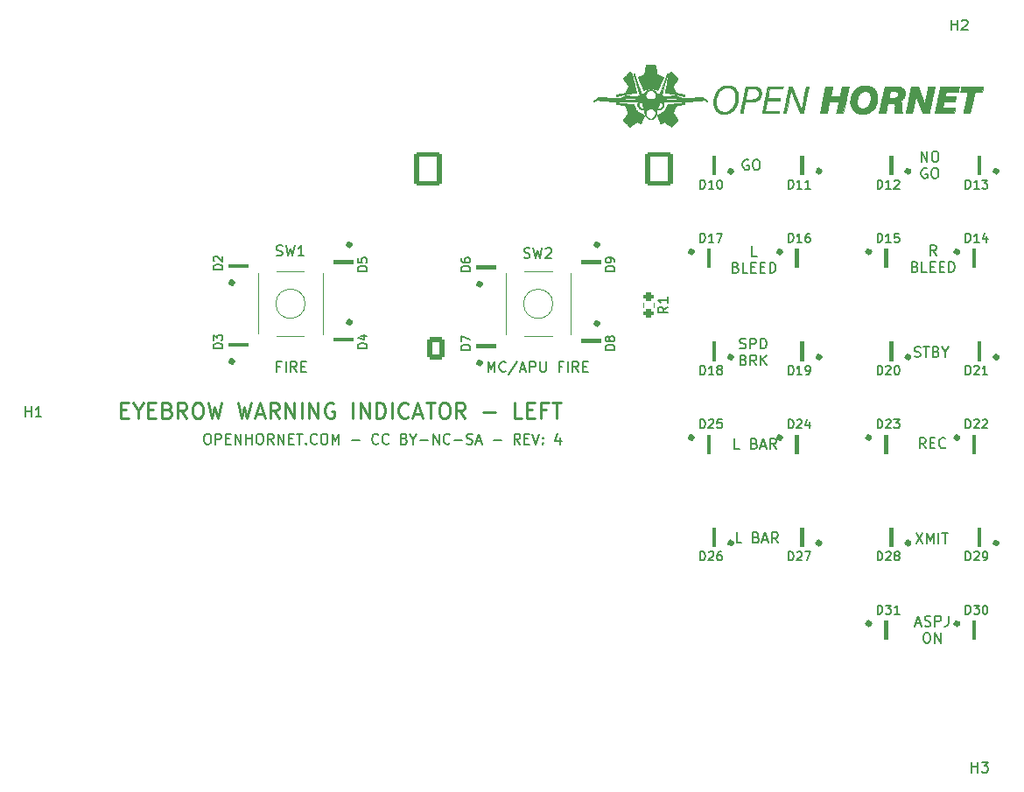
<source format=gbr>
%TF.GenerationSoftware,KiCad,Pcbnew,(6.0.9)*%
%TF.CreationDate,2023-01-27T19:17:15-09:00*%
%TF.ProjectId,EYEBROW WARNING INDICATOR_LEFT,45594542-524f-4572-9057-41524e494e47,rev?*%
%TF.SameCoordinates,Original*%
%TF.FileFunction,Legend,Top*%
%TF.FilePolarity,Positive*%
%FSLAX46Y46*%
G04 Gerber Fmt 4.6, Leading zero omitted, Abs format (unit mm)*
G04 Created by KiCad (PCBNEW (6.0.9)) date 2023-01-27 19:17:15*
%MOMM*%
%LPD*%
G01*
G04 APERTURE LIST*
G04 Aperture macros list*
%AMRoundRect*
0 Rectangle with rounded corners*
0 $1 Rounding radius*
0 $2 $3 $4 $5 $6 $7 $8 $9 X,Y pos of 4 corners*
0 Add a 4 corners polygon primitive as box body*
4,1,4,$2,$3,$4,$5,$6,$7,$8,$9,$2,$3,0*
0 Add four circle primitives for the rounded corners*
1,1,$1+$1,$2,$3*
1,1,$1+$1,$4,$5*
1,1,$1+$1,$6,$7*
1,1,$1+$1,$8,$9*
0 Add four rect primitives between the rounded corners*
20,1,$1+$1,$2,$3,$4,$5,0*
20,1,$1+$1,$4,$5,$6,$7,0*
20,1,$1+$1,$6,$7,$8,$9,0*
20,1,$1+$1,$8,$9,$2,$3,0*%
G04 Aperture macros list end*
%ADD10C,0.150000*%
%ADD11C,0.250000*%
%ADD12C,0.120000*%
%ADD13C,0.500000*%
%ADD14C,0.100000*%
%ADD15C,0.010000*%
%ADD16RoundRect,0.250000X0.620000X0.845000X-0.620000X0.845000X-0.620000X-0.845000X0.620000X-0.845000X0*%
%ADD17O,1.740000X2.190000*%
%ADD18C,1.700000*%
%ADD19RoundRect,0.250001X1.099999X1.399999X-1.099999X1.399999X-1.099999X-1.399999X1.099999X-1.399999X0*%
%ADD20O,2.700000X3.300000*%
%ADD21R,0.700000X0.700000*%
%ADD22RoundRect,0.200000X-0.275000X0.200000X-0.275000X-0.200000X0.275000X-0.200000X0.275000X0.200000X0*%
%ADD23C,2.500000*%
%ADD24C,1.800000*%
%ADD25R,1.800000X1.800000*%
G04 APERTURE END LIST*
D10*
X189031760Y-117652263D02*
X189507951Y-117652263D01*
X188936522Y-117937977D02*
X189269856Y-116937977D01*
X189603189Y-117937977D01*
X189888903Y-117890358D02*
X190031760Y-117937977D01*
X190269856Y-117937977D01*
X190365094Y-117890358D01*
X190412713Y-117842739D01*
X190460332Y-117747501D01*
X190460332Y-117652263D01*
X190412713Y-117557025D01*
X190365094Y-117509406D01*
X190269856Y-117461787D01*
X190079379Y-117414168D01*
X189984141Y-117366549D01*
X189936522Y-117318930D01*
X189888903Y-117223692D01*
X189888903Y-117128454D01*
X189936522Y-117033216D01*
X189984141Y-116985597D01*
X190079379Y-116937977D01*
X190317475Y-116937977D01*
X190460332Y-116985597D01*
X190888903Y-117937977D02*
X190888903Y-116937977D01*
X191269856Y-116937977D01*
X191365094Y-116985597D01*
X191412713Y-117033216D01*
X191460332Y-117128454D01*
X191460332Y-117271311D01*
X191412713Y-117366549D01*
X191365094Y-117414168D01*
X191269856Y-117461787D01*
X190888903Y-117461787D01*
X192174618Y-116937977D02*
X192174618Y-117652263D01*
X192126999Y-117795120D01*
X192031760Y-117890358D01*
X191888903Y-117937977D01*
X191793665Y-117937977D01*
X190007951Y-118547977D02*
X190198427Y-118547977D01*
X190293665Y-118595597D01*
X190388903Y-118690835D01*
X190436522Y-118881311D01*
X190436522Y-119214644D01*
X190388903Y-119405120D01*
X190293665Y-119500358D01*
X190198427Y-119547977D01*
X190007951Y-119547977D01*
X189912713Y-119500358D01*
X189817475Y-119405120D01*
X189769856Y-119214644D01*
X189769856Y-118881311D01*
X189817475Y-118690835D01*
X189912713Y-118595597D01*
X190007951Y-118547977D01*
X190865094Y-119547977D02*
X190865094Y-118547977D01*
X191436522Y-119547977D01*
X191436522Y-118547977D01*
X189039689Y-108916477D02*
X189706356Y-109916477D01*
X189706356Y-108916477D02*
X189039689Y-109916477D01*
X190087308Y-109916477D02*
X190087308Y-108916477D01*
X190420641Y-109630763D01*
X190753975Y-108916477D01*
X190753975Y-109916477D01*
X191230165Y-109916477D02*
X191230165Y-108916477D01*
X191563499Y-108916477D02*
X192134927Y-108916477D01*
X191849213Y-109916477D02*
X191849213Y-108916477D01*
X172172499Y-109852977D02*
X171696308Y-109852977D01*
X171696308Y-108852977D01*
X173601070Y-109329168D02*
X173743927Y-109376787D01*
X173791546Y-109424406D01*
X173839165Y-109519644D01*
X173839165Y-109662501D01*
X173791546Y-109757739D01*
X173743927Y-109805358D01*
X173648689Y-109852977D01*
X173267737Y-109852977D01*
X173267737Y-108852977D01*
X173601070Y-108852977D01*
X173696308Y-108900597D01*
X173743927Y-108948216D01*
X173791546Y-109043454D01*
X173791546Y-109138692D01*
X173743927Y-109233930D01*
X173696308Y-109281549D01*
X173601070Y-109329168D01*
X173267737Y-109329168D01*
X174220118Y-109567263D02*
X174696308Y-109567263D01*
X174124879Y-109852977D02*
X174458213Y-108852977D01*
X174791546Y-109852977D01*
X175696308Y-109852977D02*
X175362975Y-109376787D01*
X175124879Y-109852977D02*
X175124879Y-108852977D01*
X175505832Y-108852977D01*
X175601070Y-108900597D01*
X175648689Y-108948216D01*
X175696308Y-109043454D01*
X175696308Y-109186311D01*
X175648689Y-109281549D01*
X175601070Y-109329168D01*
X175505832Y-109376787D01*
X175124879Y-109376787D01*
X189984141Y-100708977D02*
X189650808Y-100232787D01*
X189412713Y-100708977D02*
X189412713Y-99708977D01*
X189793665Y-99708977D01*
X189888903Y-99756597D01*
X189936522Y-99804216D01*
X189984141Y-99899454D01*
X189984141Y-100042311D01*
X189936522Y-100137549D01*
X189888903Y-100185168D01*
X189793665Y-100232787D01*
X189412713Y-100232787D01*
X190412713Y-100185168D02*
X190746046Y-100185168D01*
X190888903Y-100708977D02*
X190412713Y-100708977D01*
X190412713Y-99708977D01*
X190888903Y-99708977D01*
X191888903Y-100613739D02*
X191841284Y-100661358D01*
X191698427Y-100708977D01*
X191603189Y-100708977D01*
X191460332Y-100661358D01*
X191365094Y-100566120D01*
X191317475Y-100470882D01*
X191269856Y-100280406D01*
X191269856Y-100137549D01*
X191317475Y-99947073D01*
X191365094Y-99851835D01*
X191460332Y-99756597D01*
X191603189Y-99708977D01*
X191698427Y-99708977D01*
X191841284Y-99756597D01*
X191888903Y-99804216D01*
X171981999Y-100772477D02*
X171505808Y-100772477D01*
X171505808Y-99772477D01*
X173410570Y-100248668D02*
X173553427Y-100296287D01*
X173601046Y-100343906D01*
X173648665Y-100439144D01*
X173648665Y-100582001D01*
X173601046Y-100677239D01*
X173553427Y-100724858D01*
X173458189Y-100772477D01*
X173077237Y-100772477D01*
X173077237Y-99772477D01*
X173410570Y-99772477D01*
X173505808Y-99820097D01*
X173553427Y-99867716D01*
X173601046Y-99962954D01*
X173601046Y-100058192D01*
X173553427Y-100153430D01*
X173505808Y-100201049D01*
X173410570Y-100248668D01*
X173077237Y-100248668D01*
X174029618Y-100486763D02*
X174505808Y-100486763D01*
X173934379Y-100772477D02*
X174267713Y-99772477D01*
X174601046Y-100772477D01*
X175505808Y-100772477D02*
X175172475Y-100296287D01*
X174934379Y-100772477D02*
X174934379Y-99772477D01*
X175315332Y-99772477D01*
X175410570Y-99820097D01*
X175458189Y-99867716D01*
X175505808Y-99962954D01*
X175505808Y-100105811D01*
X175458189Y-100201049D01*
X175410570Y-100248668D01*
X175315332Y-100296287D01*
X174934379Y-100296287D01*
X188904760Y-91834858D02*
X189047618Y-91882477D01*
X189285713Y-91882477D01*
X189380951Y-91834858D01*
X189428570Y-91787239D01*
X189476189Y-91692001D01*
X189476189Y-91596763D01*
X189428570Y-91501525D01*
X189380951Y-91453906D01*
X189285713Y-91406287D01*
X189095237Y-91358668D01*
X188999999Y-91311049D01*
X188952379Y-91263430D01*
X188904760Y-91168192D01*
X188904760Y-91072954D01*
X188952379Y-90977716D01*
X188999999Y-90930097D01*
X189095237Y-90882477D01*
X189333332Y-90882477D01*
X189476189Y-90930097D01*
X189761903Y-90882477D02*
X190333332Y-90882477D01*
X190047618Y-91882477D02*
X190047618Y-90882477D01*
X190999999Y-91358668D02*
X191142856Y-91406287D01*
X191190475Y-91453906D01*
X191238094Y-91549144D01*
X191238094Y-91692001D01*
X191190475Y-91787239D01*
X191142856Y-91834858D01*
X191047618Y-91882477D01*
X190666665Y-91882477D01*
X190666665Y-90882477D01*
X190999999Y-90882477D01*
X191095237Y-90930097D01*
X191142856Y-90977716D01*
X191190475Y-91072954D01*
X191190475Y-91168192D01*
X191142856Y-91263430D01*
X191095237Y-91311049D01*
X190999999Y-91358668D01*
X190666665Y-91358668D01*
X191857141Y-91406287D02*
X191857141Y-91882477D01*
X191523808Y-90882477D02*
X191857141Y-91406287D01*
X192190475Y-90882477D01*
X172005784Y-91029858D02*
X172148641Y-91077477D01*
X172386737Y-91077477D01*
X172481975Y-91029858D01*
X172529594Y-90982239D01*
X172577213Y-90887001D01*
X172577213Y-90791763D01*
X172529594Y-90696525D01*
X172481975Y-90648906D01*
X172386737Y-90601287D01*
X172196260Y-90553668D01*
X172101022Y-90506049D01*
X172053403Y-90458430D01*
X172005784Y-90363192D01*
X172005784Y-90267954D01*
X172053403Y-90172716D01*
X172101022Y-90125097D01*
X172196260Y-90077477D01*
X172434356Y-90077477D01*
X172577213Y-90125097D01*
X173005784Y-91077477D02*
X173005784Y-90077477D01*
X173386737Y-90077477D01*
X173481975Y-90125097D01*
X173529594Y-90172716D01*
X173577213Y-90267954D01*
X173577213Y-90410811D01*
X173529594Y-90506049D01*
X173481975Y-90553668D01*
X173386737Y-90601287D01*
X173005784Y-90601287D01*
X174005784Y-91077477D02*
X174005784Y-90077477D01*
X174243879Y-90077477D01*
X174386737Y-90125097D01*
X174481975Y-90220335D01*
X174529594Y-90315573D01*
X174577213Y-90506049D01*
X174577213Y-90648906D01*
X174529594Y-90839382D01*
X174481975Y-90934620D01*
X174386737Y-91029858D01*
X174243879Y-91077477D01*
X174005784Y-91077477D01*
X172362927Y-92163668D02*
X172505784Y-92211287D01*
X172553403Y-92258906D01*
X172601022Y-92354144D01*
X172601022Y-92497001D01*
X172553403Y-92592239D01*
X172505784Y-92639858D01*
X172410546Y-92687477D01*
X172029594Y-92687477D01*
X172029594Y-91687477D01*
X172362927Y-91687477D01*
X172458165Y-91735097D01*
X172505784Y-91782716D01*
X172553403Y-91877954D01*
X172553403Y-91973192D01*
X172505784Y-92068430D01*
X172458165Y-92116049D01*
X172362927Y-92163668D01*
X172029594Y-92163668D01*
X173601022Y-92687477D02*
X173267689Y-92211287D01*
X173029594Y-92687477D02*
X173029594Y-91687477D01*
X173410546Y-91687477D01*
X173505784Y-91735097D01*
X173553403Y-91782716D01*
X173601022Y-91877954D01*
X173601022Y-92020811D01*
X173553403Y-92116049D01*
X173505784Y-92163668D01*
X173410546Y-92211287D01*
X173029594Y-92211287D01*
X174029594Y-92687477D02*
X174029594Y-91687477D01*
X174601022Y-92687477D02*
X174172451Y-92116049D01*
X174601022Y-91687477D02*
X174029594Y-92258906D01*
X191000022Y-82060477D02*
X190666689Y-81584287D01*
X190428594Y-82060477D02*
X190428594Y-81060477D01*
X190809546Y-81060477D01*
X190904784Y-81108097D01*
X190952403Y-81155716D01*
X191000022Y-81250954D01*
X191000022Y-81393811D01*
X190952403Y-81489049D01*
X190904784Y-81536668D01*
X190809546Y-81584287D01*
X190428594Y-81584287D01*
X188952403Y-83146668D02*
X189095260Y-83194287D01*
X189142879Y-83241906D01*
X189190499Y-83337144D01*
X189190499Y-83480001D01*
X189142879Y-83575239D01*
X189095260Y-83622858D01*
X189000022Y-83670477D01*
X188619070Y-83670477D01*
X188619070Y-82670477D01*
X188952403Y-82670477D01*
X189047641Y-82718097D01*
X189095260Y-82765716D01*
X189142879Y-82860954D01*
X189142879Y-82956192D01*
X189095260Y-83051430D01*
X189047641Y-83099049D01*
X188952403Y-83146668D01*
X188619070Y-83146668D01*
X190095260Y-83670477D02*
X189619070Y-83670477D01*
X189619070Y-82670477D01*
X190428594Y-83146668D02*
X190761927Y-83146668D01*
X190904784Y-83670477D02*
X190428594Y-83670477D01*
X190428594Y-82670477D01*
X190904784Y-82670477D01*
X191333356Y-83146668D02*
X191666689Y-83146668D01*
X191809546Y-83670477D02*
X191333356Y-83670477D01*
X191333356Y-82670477D01*
X191809546Y-82670477D01*
X192238118Y-83670477D02*
X192238118Y-82670477D01*
X192476213Y-82670477D01*
X192619070Y-82718097D01*
X192714308Y-82813335D01*
X192761927Y-82908573D01*
X192809546Y-83099049D01*
X192809546Y-83241906D01*
X192761927Y-83432382D01*
X192714308Y-83527620D01*
X192619070Y-83622858D01*
X192476213Y-83670477D01*
X192238118Y-83670477D01*
X173664522Y-82123977D02*
X173188332Y-82123977D01*
X173188332Y-81123977D01*
X171616903Y-83210168D02*
X171759760Y-83257787D01*
X171807379Y-83305406D01*
X171854999Y-83400644D01*
X171854999Y-83543501D01*
X171807379Y-83638739D01*
X171759760Y-83686358D01*
X171664522Y-83733977D01*
X171283570Y-83733977D01*
X171283570Y-82733977D01*
X171616903Y-82733977D01*
X171712141Y-82781597D01*
X171759760Y-82829216D01*
X171807379Y-82924454D01*
X171807379Y-83019692D01*
X171759760Y-83114930D01*
X171712141Y-83162549D01*
X171616903Y-83210168D01*
X171283570Y-83210168D01*
X172759760Y-83733977D02*
X172283570Y-83733977D01*
X172283570Y-82733977D01*
X173093094Y-83210168D02*
X173426427Y-83210168D01*
X173569284Y-83733977D02*
X173093094Y-83733977D01*
X173093094Y-82733977D01*
X173569284Y-82733977D01*
X173997856Y-83210168D02*
X174331189Y-83210168D01*
X174474046Y-83733977D02*
X173997856Y-83733977D01*
X173997856Y-82733977D01*
X174474046Y-82733977D01*
X174902618Y-83733977D02*
X174902618Y-82733977D01*
X175140713Y-82733977D01*
X175283570Y-82781597D01*
X175378808Y-82876835D01*
X175426427Y-82972073D01*
X175474046Y-83162549D01*
X175474046Y-83305406D01*
X175426427Y-83495882D01*
X175378808Y-83591120D01*
X175283570Y-83686358D01*
X175140713Y-83733977D01*
X174902618Y-83733977D01*
X189563475Y-72979977D02*
X189563475Y-71979977D01*
X190134903Y-72979977D01*
X190134903Y-71979977D01*
X190801570Y-71979977D02*
X190992046Y-71979977D01*
X191087284Y-72027597D01*
X191182522Y-72122835D01*
X191230141Y-72313311D01*
X191230141Y-72646644D01*
X191182522Y-72837120D01*
X191087284Y-72932358D01*
X190992046Y-72979977D01*
X190801570Y-72979977D01*
X190706332Y-72932358D01*
X190611094Y-72837120D01*
X190563475Y-72646644D01*
X190563475Y-72313311D01*
X190611094Y-72122835D01*
X190706332Y-72027597D01*
X190801570Y-71979977D01*
X190111094Y-73637597D02*
X190015856Y-73589977D01*
X189872999Y-73589977D01*
X189730141Y-73637597D01*
X189634903Y-73732835D01*
X189587284Y-73828073D01*
X189539665Y-74018549D01*
X189539665Y-74161406D01*
X189587284Y-74351882D01*
X189634903Y-74447120D01*
X189730141Y-74542358D01*
X189872999Y-74589977D01*
X189968237Y-74589977D01*
X190111094Y-74542358D01*
X190158713Y-74494739D01*
X190158713Y-74161406D01*
X189968237Y-74161406D01*
X190777760Y-73589977D02*
X190968237Y-73589977D01*
X191063475Y-73637597D01*
X191158713Y-73732835D01*
X191206332Y-73923311D01*
X191206332Y-74256644D01*
X191158713Y-74447120D01*
X191063475Y-74542358D01*
X190968237Y-74589977D01*
X190777760Y-74589977D01*
X190682522Y-74542358D01*
X190587284Y-74447120D01*
X190539665Y-74256644D01*
X190539665Y-73923311D01*
X190587284Y-73732835D01*
X190682522Y-73637597D01*
X190777760Y-73589977D01*
X172839094Y-72832597D02*
X172743856Y-72784977D01*
X172600999Y-72784977D01*
X172458141Y-72832597D01*
X172362903Y-72927835D01*
X172315284Y-73023073D01*
X172267665Y-73213549D01*
X172267665Y-73356406D01*
X172315284Y-73546882D01*
X172362903Y-73642120D01*
X172458141Y-73737358D01*
X172600999Y-73784977D01*
X172696237Y-73784977D01*
X172839094Y-73737358D01*
X172886713Y-73689739D01*
X172886713Y-73356406D01*
X172696237Y-73356406D01*
X173505760Y-72784977D02*
X173696237Y-72784977D01*
X173791475Y-72832597D01*
X173886713Y-72927835D01*
X173934332Y-73118311D01*
X173934332Y-73451644D01*
X173886713Y-73642120D01*
X173791475Y-73737358D01*
X173696237Y-73784977D01*
X173505760Y-73784977D01*
X173410522Y-73737358D01*
X173315284Y-73642120D01*
X173267665Y-73451644D01*
X173267665Y-73118311D01*
X173315284Y-72927835D01*
X173410522Y-72832597D01*
X173505760Y-72784977D01*
D11*
X112137093Y-97010954D02*
X112637093Y-97010954D01*
X112851379Y-97796668D02*
X112137093Y-97796668D01*
X112137093Y-96296668D01*
X112851379Y-96296668D01*
X113779950Y-97082382D02*
X113779950Y-97796668D01*
X113279950Y-96296668D02*
X113779950Y-97082382D01*
X114279950Y-96296668D01*
X114779950Y-97010954D02*
X115279950Y-97010954D01*
X115494236Y-97796668D02*
X114779950Y-97796668D01*
X114779950Y-96296668D01*
X115494236Y-96296668D01*
X116637093Y-97010954D02*
X116851379Y-97082382D01*
X116922807Y-97153811D01*
X116994236Y-97296668D01*
X116994236Y-97510954D01*
X116922807Y-97653811D01*
X116851379Y-97725239D01*
X116708522Y-97796668D01*
X116137093Y-97796668D01*
X116137093Y-96296668D01*
X116637093Y-96296668D01*
X116779950Y-96368097D01*
X116851379Y-96439525D01*
X116922807Y-96582382D01*
X116922807Y-96725239D01*
X116851379Y-96868097D01*
X116779950Y-96939525D01*
X116637093Y-97010954D01*
X116137093Y-97010954D01*
X118494236Y-97796668D02*
X117994236Y-97082382D01*
X117637093Y-97796668D02*
X117637093Y-96296668D01*
X118208522Y-96296668D01*
X118351379Y-96368097D01*
X118422807Y-96439525D01*
X118494236Y-96582382D01*
X118494236Y-96796668D01*
X118422807Y-96939525D01*
X118351379Y-97010954D01*
X118208522Y-97082382D01*
X117637093Y-97082382D01*
X119422807Y-96296668D02*
X119708522Y-96296668D01*
X119851379Y-96368097D01*
X119994236Y-96510954D01*
X120065665Y-96796668D01*
X120065665Y-97296668D01*
X119994236Y-97582382D01*
X119851379Y-97725239D01*
X119708522Y-97796668D01*
X119422807Y-97796668D01*
X119279950Y-97725239D01*
X119137093Y-97582382D01*
X119065665Y-97296668D01*
X119065665Y-96796668D01*
X119137093Y-96510954D01*
X119279950Y-96368097D01*
X119422807Y-96296668D01*
X120565665Y-96296668D02*
X120922807Y-97796668D01*
X121208522Y-96725239D01*
X121494236Y-97796668D01*
X121851379Y-96296668D01*
X123422807Y-96296668D02*
X123779950Y-97796668D01*
X124065665Y-96725239D01*
X124351379Y-97796668D01*
X124708522Y-96296668D01*
X125208522Y-97368097D02*
X125922807Y-97368097D01*
X125065665Y-97796668D02*
X125565665Y-96296668D01*
X126065665Y-97796668D01*
X127422807Y-97796668D02*
X126922807Y-97082382D01*
X126565665Y-97796668D02*
X126565665Y-96296668D01*
X127137093Y-96296668D01*
X127279950Y-96368097D01*
X127351379Y-96439525D01*
X127422807Y-96582382D01*
X127422807Y-96796668D01*
X127351379Y-96939525D01*
X127279950Y-97010954D01*
X127137093Y-97082382D01*
X126565665Y-97082382D01*
X128065665Y-97796668D02*
X128065665Y-96296668D01*
X128922807Y-97796668D01*
X128922807Y-96296668D01*
X129637093Y-97796668D02*
X129637093Y-96296668D01*
X130351379Y-97796668D02*
X130351379Y-96296668D01*
X131208522Y-97796668D01*
X131208522Y-96296668D01*
X132708522Y-96368097D02*
X132565665Y-96296668D01*
X132351379Y-96296668D01*
X132137093Y-96368097D01*
X131994236Y-96510954D01*
X131922807Y-96653811D01*
X131851379Y-96939525D01*
X131851379Y-97153811D01*
X131922807Y-97439525D01*
X131994236Y-97582382D01*
X132137093Y-97725239D01*
X132351379Y-97796668D01*
X132494236Y-97796668D01*
X132708522Y-97725239D01*
X132779950Y-97653811D01*
X132779950Y-97153811D01*
X132494236Y-97153811D01*
X134565665Y-97796668D02*
X134565665Y-96296668D01*
X135279950Y-97796668D02*
X135279950Y-96296668D01*
X136137093Y-97796668D01*
X136137093Y-96296668D01*
X136851379Y-97796668D02*
X136851379Y-96296668D01*
X137208522Y-96296668D01*
X137422807Y-96368097D01*
X137565665Y-96510954D01*
X137637093Y-96653811D01*
X137708522Y-96939525D01*
X137708522Y-97153811D01*
X137637093Y-97439525D01*
X137565665Y-97582382D01*
X137422807Y-97725239D01*
X137208522Y-97796668D01*
X136851379Y-97796668D01*
X138351379Y-97796668D02*
X138351379Y-96296668D01*
X139922807Y-97653811D02*
X139851379Y-97725239D01*
X139637093Y-97796668D01*
X139494236Y-97796668D01*
X139279950Y-97725239D01*
X139137093Y-97582382D01*
X139065665Y-97439525D01*
X138994236Y-97153811D01*
X138994236Y-96939525D01*
X139065665Y-96653811D01*
X139137093Y-96510954D01*
X139279950Y-96368097D01*
X139494236Y-96296668D01*
X139637093Y-96296668D01*
X139851379Y-96368097D01*
X139922807Y-96439525D01*
X140494236Y-97368097D02*
X141208522Y-97368097D01*
X140351379Y-97796668D02*
X140851379Y-96296668D01*
X141351379Y-97796668D01*
X141637093Y-96296668D02*
X142494236Y-96296668D01*
X142065665Y-97796668D02*
X142065665Y-96296668D01*
X143279950Y-96296668D02*
X143565665Y-96296668D01*
X143708522Y-96368097D01*
X143851379Y-96510954D01*
X143922807Y-96796668D01*
X143922807Y-97296668D01*
X143851379Y-97582382D01*
X143708522Y-97725239D01*
X143565665Y-97796668D01*
X143279950Y-97796668D01*
X143137093Y-97725239D01*
X142994236Y-97582382D01*
X142922807Y-97296668D01*
X142922807Y-96796668D01*
X142994236Y-96510954D01*
X143137093Y-96368097D01*
X143279950Y-96296668D01*
X145422807Y-97796668D02*
X144922807Y-97082382D01*
X144565665Y-97796668D02*
X144565665Y-96296668D01*
X145137093Y-96296668D01*
X145279950Y-96368097D01*
X145351379Y-96439525D01*
X145422807Y-96582382D01*
X145422807Y-96796668D01*
X145351379Y-96939525D01*
X145279950Y-97010954D01*
X145137093Y-97082382D01*
X144565665Y-97082382D01*
X147208522Y-97225239D02*
X148351379Y-97225239D01*
X150922807Y-97796668D02*
X150208522Y-97796668D01*
X150208522Y-96296668D01*
X151422807Y-97010954D02*
X151922807Y-97010954D01*
X152137093Y-97796668D02*
X151422807Y-97796668D01*
X151422807Y-96296668D01*
X152137093Y-96296668D01*
X153279950Y-97010954D02*
X152779950Y-97010954D01*
X152779950Y-97796668D02*
X152779950Y-96296668D01*
X153494236Y-96296668D01*
X153851379Y-96296668D02*
X154708522Y-96296668D01*
X154279950Y-97796668D02*
X154279950Y-96296668D01*
D10*
X120425189Y-99320477D02*
X120615665Y-99320477D01*
X120710903Y-99368097D01*
X120806141Y-99463335D01*
X120853760Y-99653811D01*
X120853760Y-99987144D01*
X120806141Y-100177620D01*
X120710903Y-100272858D01*
X120615665Y-100320477D01*
X120425189Y-100320477D01*
X120329951Y-100272858D01*
X120234713Y-100177620D01*
X120187094Y-99987144D01*
X120187094Y-99653811D01*
X120234713Y-99463335D01*
X120329951Y-99368097D01*
X120425189Y-99320477D01*
X121282332Y-100320477D02*
X121282332Y-99320477D01*
X121663284Y-99320477D01*
X121758522Y-99368097D01*
X121806141Y-99415716D01*
X121853760Y-99510954D01*
X121853760Y-99653811D01*
X121806141Y-99749049D01*
X121758522Y-99796668D01*
X121663284Y-99844287D01*
X121282332Y-99844287D01*
X122282332Y-99796668D02*
X122615665Y-99796668D01*
X122758522Y-100320477D02*
X122282332Y-100320477D01*
X122282332Y-99320477D01*
X122758522Y-99320477D01*
X123187094Y-100320477D02*
X123187094Y-99320477D01*
X123758522Y-100320477D01*
X123758522Y-99320477D01*
X124234713Y-100320477D02*
X124234713Y-99320477D01*
X124234713Y-99796668D02*
X124806141Y-99796668D01*
X124806141Y-100320477D02*
X124806141Y-99320477D01*
X125472808Y-99320477D02*
X125663284Y-99320477D01*
X125758522Y-99368097D01*
X125853760Y-99463335D01*
X125901379Y-99653811D01*
X125901379Y-99987144D01*
X125853760Y-100177620D01*
X125758522Y-100272858D01*
X125663284Y-100320477D01*
X125472808Y-100320477D01*
X125377570Y-100272858D01*
X125282332Y-100177620D01*
X125234713Y-99987144D01*
X125234713Y-99653811D01*
X125282332Y-99463335D01*
X125377570Y-99368097D01*
X125472808Y-99320477D01*
X126901379Y-100320477D02*
X126568046Y-99844287D01*
X126329951Y-100320477D02*
X126329951Y-99320477D01*
X126710903Y-99320477D01*
X126806141Y-99368097D01*
X126853760Y-99415716D01*
X126901379Y-99510954D01*
X126901379Y-99653811D01*
X126853760Y-99749049D01*
X126806141Y-99796668D01*
X126710903Y-99844287D01*
X126329951Y-99844287D01*
X127329951Y-100320477D02*
X127329951Y-99320477D01*
X127901379Y-100320477D01*
X127901379Y-99320477D01*
X128377570Y-99796668D02*
X128710903Y-99796668D01*
X128853760Y-100320477D02*
X128377570Y-100320477D01*
X128377570Y-99320477D01*
X128853760Y-99320477D01*
X129139475Y-99320477D02*
X129710903Y-99320477D01*
X129425189Y-100320477D02*
X129425189Y-99320477D01*
X130044237Y-100225239D02*
X130091856Y-100272858D01*
X130044237Y-100320477D01*
X129996618Y-100272858D01*
X130044237Y-100225239D01*
X130044237Y-100320477D01*
X131091856Y-100225239D02*
X131044237Y-100272858D01*
X130901379Y-100320477D01*
X130806141Y-100320477D01*
X130663284Y-100272858D01*
X130568046Y-100177620D01*
X130520427Y-100082382D01*
X130472808Y-99891906D01*
X130472808Y-99749049D01*
X130520427Y-99558573D01*
X130568046Y-99463335D01*
X130663284Y-99368097D01*
X130806141Y-99320477D01*
X130901379Y-99320477D01*
X131044237Y-99368097D01*
X131091856Y-99415716D01*
X131710903Y-99320477D02*
X131901379Y-99320477D01*
X131996618Y-99368097D01*
X132091856Y-99463335D01*
X132139475Y-99653811D01*
X132139475Y-99987144D01*
X132091856Y-100177620D01*
X131996618Y-100272858D01*
X131901379Y-100320477D01*
X131710903Y-100320477D01*
X131615665Y-100272858D01*
X131520427Y-100177620D01*
X131472808Y-99987144D01*
X131472808Y-99653811D01*
X131520427Y-99463335D01*
X131615665Y-99368097D01*
X131710903Y-99320477D01*
X132568046Y-100320477D02*
X132568046Y-99320477D01*
X132901379Y-100034763D01*
X133234713Y-99320477D01*
X133234713Y-100320477D01*
X134472808Y-99939525D02*
X135234713Y-99939525D01*
X137044237Y-100225239D02*
X136996618Y-100272858D01*
X136853760Y-100320477D01*
X136758522Y-100320477D01*
X136615665Y-100272858D01*
X136520427Y-100177620D01*
X136472808Y-100082382D01*
X136425189Y-99891906D01*
X136425189Y-99749049D01*
X136472808Y-99558573D01*
X136520427Y-99463335D01*
X136615665Y-99368097D01*
X136758522Y-99320477D01*
X136853760Y-99320477D01*
X136996618Y-99368097D01*
X137044237Y-99415716D01*
X138044237Y-100225239D02*
X137996618Y-100272858D01*
X137853760Y-100320477D01*
X137758522Y-100320477D01*
X137615665Y-100272858D01*
X137520427Y-100177620D01*
X137472808Y-100082382D01*
X137425189Y-99891906D01*
X137425189Y-99749049D01*
X137472808Y-99558573D01*
X137520427Y-99463335D01*
X137615665Y-99368097D01*
X137758522Y-99320477D01*
X137853760Y-99320477D01*
X137996618Y-99368097D01*
X138044237Y-99415716D01*
X139568046Y-99796668D02*
X139710903Y-99844287D01*
X139758522Y-99891906D01*
X139806141Y-99987144D01*
X139806141Y-100130001D01*
X139758522Y-100225239D01*
X139710903Y-100272858D01*
X139615665Y-100320477D01*
X139234713Y-100320477D01*
X139234713Y-99320477D01*
X139568046Y-99320477D01*
X139663284Y-99368097D01*
X139710903Y-99415716D01*
X139758522Y-99510954D01*
X139758522Y-99606192D01*
X139710903Y-99701430D01*
X139663284Y-99749049D01*
X139568046Y-99796668D01*
X139234713Y-99796668D01*
X140425189Y-99844287D02*
X140425189Y-100320477D01*
X140091856Y-99320477D02*
X140425189Y-99844287D01*
X140758522Y-99320477D01*
X141091856Y-99939525D02*
X141853760Y-99939525D01*
X142329951Y-100320477D02*
X142329951Y-99320477D01*
X142901379Y-100320477D01*
X142901379Y-99320477D01*
X143948999Y-100225239D02*
X143901379Y-100272858D01*
X143758522Y-100320477D01*
X143663284Y-100320477D01*
X143520427Y-100272858D01*
X143425189Y-100177620D01*
X143377570Y-100082382D01*
X143329951Y-99891906D01*
X143329951Y-99749049D01*
X143377570Y-99558573D01*
X143425189Y-99463335D01*
X143520427Y-99368097D01*
X143663284Y-99320477D01*
X143758522Y-99320477D01*
X143901379Y-99368097D01*
X143948999Y-99415716D01*
X144377570Y-99939525D02*
X145139475Y-99939525D01*
X145568046Y-100272858D02*
X145710903Y-100320477D01*
X145948999Y-100320477D01*
X146044237Y-100272858D01*
X146091856Y-100225239D01*
X146139475Y-100130001D01*
X146139475Y-100034763D01*
X146091856Y-99939525D01*
X146044237Y-99891906D01*
X145948999Y-99844287D01*
X145758522Y-99796668D01*
X145663284Y-99749049D01*
X145615665Y-99701430D01*
X145568046Y-99606192D01*
X145568046Y-99510954D01*
X145615665Y-99415716D01*
X145663284Y-99368097D01*
X145758522Y-99320477D01*
X145996618Y-99320477D01*
X146139475Y-99368097D01*
X146520427Y-100034763D02*
X146996618Y-100034763D01*
X146425189Y-100320477D02*
X146758522Y-99320477D01*
X147091856Y-100320477D01*
X148187094Y-99939525D02*
X148948999Y-99939525D01*
X150758522Y-100320477D02*
X150425189Y-99844287D01*
X150187094Y-100320477D02*
X150187094Y-99320477D01*
X150568046Y-99320477D01*
X150663284Y-99368097D01*
X150710903Y-99415716D01*
X150758522Y-99510954D01*
X150758522Y-99653811D01*
X150710903Y-99749049D01*
X150663284Y-99796668D01*
X150568046Y-99844287D01*
X150187094Y-99844287D01*
X151187094Y-99796668D02*
X151520427Y-99796668D01*
X151663284Y-100320477D02*
X151187094Y-100320477D01*
X151187094Y-99320477D01*
X151663284Y-99320477D01*
X151948999Y-99320477D02*
X152282332Y-100320477D01*
X152615665Y-99320477D01*
X152948999Y-100225239D02*
X152996618Y-100272858D01*
X152948999Y-100320477D01*
X152901379Y-100272858D01*
X152948999Y-100225239D01*
X152948999Y-100320477D01*
X152948999Y-99701430D02*
X152996618Y-99749049D01*
X152948999Y-99796668D01*
X152901379Y-99749049D01*
X152948999Y-99701430D01*
X152948999Y-99796668D01*
X154615665Y-99653811D02*
X154615665Y-100320477D01*
X154377570Y-99272858D02*
X154139475Y-99987144D01*
X154758522Y-99987144D01*
%TO.C,SW2*%
X151117465Y-82259058D02*
X151260322Y-82306677D01*
X151498418Y-82306677D01*
X151593656Y-82259058D01*
X151641275Y-82211439D01*
X151688894Y-82116201D01*
X151688894Y-82020963D01*
X151641275Y-81925725D01*
X151593656Y-81878106D01*
X151498418Y-81830487D01*
X151307941Y-81782868D01*
X151212703Y-81735249D01*
X151165084Y-81687630D01*
X151117465Y-81592392D01*
X151117465Y-81497154D01*
X151165084Y-81401916D01*
X151212703Y-81354297D01*
X151307941Y-81306677D01*
X151546037Y-81306677D01*
X151688894Y-81354297D01*
X152022227Y-81306677D02*
X152260322Y-82306677D01*
X152450799Y-81592392D01*
X152641275Y-82306677D01*
X152879370Y-81306677D01*
X153212703Y-81401916D02*
X153260322Y-81354297D01*
X153355560Y-81306677D01*
X153593656Y-81306677D01*
X153688894Y-81354297D01*
X153736513Y-81401916D01*
X153784132Y-81497154D01*
X153784132Y-81592392D01*
X153736513Y-81735249D01*
X153165084Y-82306677D01*
X153784132Y-82306677D01*
X147639475Y-93320477D02*
X147639475Y-92320477D01*
X147972808Y-93034763D01*
X148306141Y-92320477D01*
X148306141Y-93320477D01*
X149353760Y-93225239D02*
X149306141Y-93272858D01*
X149163284Y-93320477D01*
X149068046Y-93320477D01*
X148925189Y-93272858D01*
X148829951Y-93177620D01*
X148782332Y-93082382D01*
X148734713Y-92891906D01*
X148734713Y-92749049D01*
X148782332Y-92558573D01*
X148829951Y-92463335D01*
X148925189Y-92368097D01*
X149068046Y-92320477D01*
X149163284Y-92320477D01*
X149306141Y-92368097D01*
X149353760Y-92415716D01*
X150496618Y-92272858D02*
X149639475Y-93558573D01*
X150782332Y-93034763D02*
X151258522Y-93034763D01*
X150687094Y-93320477D02*
X151020427Y-92320477D01*
X151353760Y-93320477D01*
X151687094Y-93320477D02*
X151687094Y-92320477D01*
X152068046Y-92320477D01*
X152163284Y-92368097D01*
X152210903Y-92415716D01*
X152258522Y-92510954D01*
X152258522Y-92653811D01*
X152210903Y-92749049D01*
X152163284Y-92796668D01*
X152068046Y-92844287D01*
X151687094Y-92844287D01*
X152687094Y-92320477D02*
X152687094Y-93130001D01*
X152734713Y-93225239D01*
X152782332Y-93272858D01*
X152877570Y-93320477D01*
X153068046Y-93320477D01*
X153163284Y-93272858D01*
X153210903Y-93225239D01*
X153258522Y-93130001D01*
X153258522Y-92320477D01*
X154829951Y-92796668D02*
X154496618Y-92796668D01*
X154496618Y-93320477D02*
X154496618Y-92320477D01*
X154972808Y-92320477D01*
X155353760Y-93320477D02*
X155353760Y-92320477D01*
X156401379Y-93320477D02*
X156068046Y-92844287D01*
X155829951Y-93320477D02*
X155829951Y-92320477D01*
X156210903Y-92320477D01*
X156306141Y-92368097D01*
X156353760Y-92415716D01*
X156401379Y-92510954D01*
X156401379Y-92653811D01*
X156353760Y-92749049D01*
X156306141Y-92796668D01*
X156210903Y-92844287D01*
X155829951Y-92844287D01*
X156829951Y-92796668D02*
X157163284Y-92796668D01*
X157306141Y-93320477D02*
X156829951Y-93320477D01*
X156829951Y-92320477D01*
X157306141Y-92320477D01*
%TO.C,SW1*%
X127177965Y-82043158D02*
X127320822Y-82090777D01*
X127558918Y-82090777D01*
X127654156Y-82043158D01*
X127701775Y-81995539D01*
X127749394Y-81900301D01*
X127749394Y-81805063D01*
X127701775Y-81709825D01*
X127654156Y-81662206D01*
X127558918Y-81614587D01*
X127368441Y-81566968D01*
X127273203Y-81519349D01*
X127225584Y-81471730D01*
X127177965Y-81376492D01*
X127177965Y-81281254D01*
X127225584Y-81186016D01*
X127273203Y-81138397D01*
X127368441Y-81090777D01*
X127606537Y-81090777D01*
X127749394Y-81138397D01*
X128082727Y-81090777D02*
X128320822Y-82090777D01*
X128511299Y-81376492D01*
X128701775Y-82090777D01*
X128939870Y-81090777D01*
X129844632Y-82090777D02*
X129273203Y-82090777D01*
X129558918Y-82090777D02*
X129558918Y-81090777D01*
X129463679Y-81233635D01*
X129368441Y-81328873D01*
X129273203Y-81376492D01*
X127565279Y-92796668D02*
X127231946Y-92796668D01*
X127231946Y-93320477D02*
X127231946Y-92320477D01*
X127708137Y-92320477D01*
X128089089Y-93320477D02*
X128089089Y-92320477D01*
X129136708Y-93320477D02*
X128803375Y-92844287D01*
X128565279Y-93320477D02*
X128565279Y-92320477D01*
X128946232Y-92320477D01*
X129041470Y-92368097D01*
X129089089Y-92415716D01*
X129136708Y-92510954D01*
X129136708Y-92653811D01*
X129089089Y-92749049D01*
X129041470Y-92796668D01*
X128946232Y-92844287D01*
X128565279Y-92844287D01*
X129565279Y-92796668D02*
X129898613Y-92796668D01*
X130041470Y-93320477D02*
X129565279Y-93320477D01*
X129565279Y-92320477D01*
X130041470Y-92320477D01*
%TO.C,D31*%
X185327656Y-116748273D02*
X185327656Y-115898273D01*
X185530037Y-115898273D01*
X185651465Y-115938750D01*
X185732418Y-116019702D01*
X185772894Y-116100654D01*
X185813370Y-116262559D01*
X185813370Y-116383988D01*
X185772894Y-116545892D01*
X185732418Y-116626845D01*
X185651465Y-116707797D01*
X185530037Y-116748273D01*
X185327656Y-116748273D01*
X186096703Y-115898273D02*
X186622894Y-115898273D01*
X186339560Y-116222083D01*
X186460989Y-116222083D01*
X186541941Y-116262559D01*
X186582418Y-116303035D01*
X186622894Y-116383988D01*
X186622894Y-116586369D01*
X186582418Y-116667321D01*
X186541941Y-116707797D01*
X186460989Y-116748273D01*
X186218132Y-116748273D01*
X186137179Y-116707797D01*
X186096703Y-116667321D01*
X187432418Y-116748273D02*
X186946703Y-116748273D01*
X187189560Y-116748273D02*
X187189560Y-115898273D01*
X187108608Y-116019702D01*
X187027656Y-116100654D01*
X186946703Y-116141130D01*
%TO.C,D30*%
X193862056Y-116748273D02*
X193862056Y-115898273D01*
X194064437Y-115898273D01*
X194185865Y-115938750D01*
X194266818Y-116019702D01*
X194307294Y-116100654D01*
X194347770Y-116262559D01*
X194347770Y-116383988D01*
X194307294Y-116545892D01*
X194266818Y-116626845D01*
X194185865Y-116707797D01*
X194064437Y-116748273D01*
X193862056Y-116748273D01*
X194631103Y-115898273D02*
X195157294Y-115898273D01*
X194873960Y-116222083D01*
X194995389Y-116222083D01*
X195076341Y-116262559D01*
X195116818Y-116303035D01*
X195157294Y-116383988D01*
X195157294Y-116586369D01*
X195116818Y-116667321D01*
X195076341Y-116707797D01*
X194995389Y-116748273D01*
X194752532Y-116748273D01*
X194671579Y-116707797D01*
X194631103Y-116667321D01*
X195683484Y-115898273D02*
X195764437Y-115898273D01*
X195845389Y-115938750D01*
X195885865Y-115979226D01*
X195926341Y-116060178D01*
X195966818Y-116222083D01*
X195966818Y-116424464D01*
X195926341Y-116586369D01*
X195885865Y-116667321D01*
X195845389Y-116707797D01*
X195764437Y-116748273D01*
X195683484Y-116748273D01*
X195602532Y-116707797D01*
X195562056Y-116667321D01*
X195521579Y-116586369D01*
X195481103Y-116424464D01*
X195481103Y-116222083D01*
X195521579Y-116060178D01*
X195562056Y-115979226D01*
X195602532Y-115938750D01*
X195683484Y-115898273D01*
%TO.C,D29*%
X193862056Y-111566673D02*
X193862056Y-110716673D01*
X194064437Y-110716673D01*
X194185865Y-110757150D01*
X194266818Y-110838102D01*
X194307294Y-110919054D01*
X194347770Y-111080959D01*
X194347770Y-111202388D01*
X194307294Y-111364292D01*
X194266818Y-111445245D01*
X194185865Y-111526197D01*
X194064437Y-111566673D01*
X193862056Y-111566673D01*
X194671579Y-110797626D02*
X194712056Y-110757150D01*
X194793008Y-110716673D01*
X194995389Y-110716673D01*
X195076341Y-110757150D01*
X195116818Y-110797626D01*
X195157294Y-110878578D01*
X195157294Y-110959530D01*
X195116818Y-111080959D01*
X194631103Y-111566673D01*
X195157294Y-111566673D01*
X195562056Y-111566673D02*
X195723960Y-111566673D01*
X195804913Y-111526197D01*
X195845389Y-111485721D01*
X195926341Y-111364292D01*
X195966818Y-111202388D01*
X195966818Y-110878578D01*
X195926341Y-110797626D01*
X195885865Y-110757150D01*
X195804913Y-110716673D01*
X195643008Y-110716673D01*
X195562056Y-110757150D01*
X195521579Y-110797626D01*
X195481103Y-110878578D01*
X195481103Y-111080959D01*
X195521579Y-111161911D01*
X195562056Y-111202388D01*
X195643008Y-111242864D01*
X195804913Y-111242864D01*
X195885865Y-111202388D01*
X195926341Y-111161911D01*
X195966818Y-111080959D01*
%TO.C,D28*%
X185327656Y-111566673D02*
X185327656Y-110716673D01*
X185530037Y-110716673D01*
X185651465Y-110757150D01*
X185732418Y-110838102D01*
X185772894Y-110919054D01*
X185813370Y-111080959D01*
X185813370Y-111202388D01*
X185772894Y-111364292D01*
X185732418Y-111445245D01*
X185651465Y-111526197D01*
X185530037Y-111566673D01*
X185327656Y-111566673D01*
X186137179Y-110797626D02*
X186177656Y-110757150D01*
X186258608Y-110716673D01*
X186460989Y-110716673D01*
X186541941Y-110757150D01*
X186582418Y-110797626D01*
X186622894Y-110878578D01*
X186622894Y-110959530D01*
X186582418Y-111080959D01*
X186096703Y-111566673D01*
X186622894Y-111566673D01*
X187108608Y-111080959D02*
X187027656Y-111040483D01*
X186987179Y-111000007D01*
X186946703Y-110919054D01*
X186946703Y-110878578D01*
X186987179Y-110797626D01*
X187027656Y-110757150D01*
X187108608Y-110716673D01*
X187270513Y-110716673D01*
X187351465Y-110757150D01*
X187391941Y-110797626D01*
X187432418Y-110878578D01*
X187432418Y-110919054D01*
X187391941Y-111000007D01*
X187351465Y-111040483D01*
X187270513Y-111080959D01*
X187108608Y-111080959D01*
X187027656Y-111121435D01*
X186987179Y-111161911D01*
X186946703Y-111242864D01*
X186946703Y-111404769D01*
X186987179Y-111485721D01*
X187027656Y-111526197D01*
X187108608Y-111566673D01*
X187270513Y-111566673D01*
X187351465Y-111526197D01*
X187391941Y-111485721D01*
X187432418Y-111404769D01*
X187432418Y-111242864D01*
X187391941Y-111161911D01*
X187351465Y-111121435D01*
X187270513Y-111080959D01*
%TO.C,D27*%
X176717056Y-111566673D02*
X176717056Y-110716673D01*
X176919437Y-110716673D01*
X177040865Y-110757150D01*
X177121818Y-110838102D01*
X177162294Y-110919054D01*
X177202770Y-111080959D01*
X177202770Y-111202388D01*
X177162294Y-111364292D01*
X177121818Y-111445245D01*
X177040865Y-111526197D01*
X176919437Y-111566673D01*
X176717056Y-111566673D01*
X177526579Y-110797626D02*
X177567056Y-110757150D01*
X177648008Y-110716673D01*
X177850389Y-110716673D01*
X177931341Y-110757150D01*
X177971818Y-110797626D01*
X178012294Y-110878578D01*
X178012294Y-110959530D01*
X177971818Y-111080959D01*
X177486103Y-111566673D01*
X178012294Y-111566673D01*
X178295627Y-110716673D02*
X178862294Y-110716673D01*
X178498008Y-111566673D01*
%TO.C,D26*%
X168182656Y-111566673D02*
X168182656Y-110716673D01*
X168385037Y-110716673D01*
X168506465Y-110757150D01*
X168587418Y-110838102D01*
X168627894Y-110919054D01*
X168668370Y-111080959D01*
X168668370Y-111202388D01*
X168627894Y-111364292D01*
X168587418Y-111445245D01*
X168506465Y-111526197D01*
X168385037Y-111566673D01*
X168182656Y-111566673D01*
X168992179Y-110797626D02*
X169032656Y-110757150D01*
X169113608Y-110716673D01*
X169315989Y-110716673D01*
X169396941Y-110757150D01*
X169437418Y-110797626D01*
X169477894Y-110878578D01*
X169477894Y-110959530D01*
X169437418Y-111080959D01*
X168951703Y-111566673D01*
X169477894Y-111566673D01*
X170206465Y-110716673D02*
X170044560Y-110716673D01*
X169963608Y-110757150D01*
X169923132Y-110797626D01*
X169842179Y-110919054D01*
X169801703Y-111080959D01*
X169801703Y-111404769D01*
X169842179Y-111485721D01*
X169882656Y-111526197D01*
X169963608Y-111566673D01*
X170125513Y-111566673D01*
X170206465Y-111526197D01*
X170246941Y-111485721D01*
X170287418Y-111404769D01*
X170287418Y-111202388D01*
X170246941Y-111121435D01*
X170206465Y-111080959D01*
X170125513Y-111040483D01*
X169963608Y-111040483D01*
X169882656Y-111080959D01*
X169842179Y-111121435D01*
X169801703Y-111202388D01*
%TO.C,D25*%
X168182656Y-98765073D02*
X168182656Y-97915073D01*
X168385037Y-97915073D01*
X168506465Y-97955550D01*
X168587418Y-98036502D01*
X168627894Y-98117454D01*
X168668370Y-98279359D01*
X168668370Y-98400788D01*
X168627894Y-98562692D01*
X168587418Y-98643645D01*
X168506465Y-98724597D01*
X168385037Y-98765073D01*
X168182656Y-98765073D01*
X168992179Y-97996026D02*
X169032656Y-97955550D01*
X169113608Y-97915073D01*
X169315989Y-97915073D01*
X169396941Y-97955550D01*
X169437418Y-97996026D01*
X169477894Y-98076978D01*
X169477894Y-98157930D01*
X169437418Y-98279359D01*
X168951703Y-98765073D01*
X169477894Y-98765073D01*
X170246941Y-97915073D02*
X169842179Y-97915073D01*
X169801703Y-98319835D01*
X169842179Y-98279359D01*
X169923132Y-98238883D01*
X170125513Y-98238883D01*
X170206465Y-98279359D01*
X170246941Y-98319835D01*
X170287418Y-98400788D01*
X170287418Y-98603169D01*
X170246941Y-98684121D01*
X170206465Y-98724597D01*
X170125513Y-98765073D01*
X169923132Y-98765073D01*
X169842179Y-98724597D01*
X169801703Y-98684121D01*
%TO.C,D24*%
X176717056Y-98765073D02*
X176717056Y-97915073D01*
X176919437Y-97915073D01*
X177040865Y-97955550D01*
X177121818Y-98036502D01*
X177162294Y-98117454D01*
X177202770Y-98279359D01*
X177202770Y-98400788D01*
X177162294Y-98562692D01*
X177121818Y-98643645D01*
X177040865Y-98724597D01*
X176919437Y-98765073D01*
X176717056Y-98765073D01*
X177526579Y-97996026D02*
X177567056Y-97955550D01*
X177648008Y-97915073D01*
X177850389Y-97915073D01*
X177931341Y-97955550D01*
X177971818Y-97996026D01*
X178012294Y-98076978D01*
X178012294Y-98157930D01*
X177971818Y-98279359D01*
X177486103Y-98765073D01*
X178012294Y-98765073D01*
X178740865Y-98198407D02*
X178740865Y-98765073D01*
X178538484Y-97874597D02*
X178336103Y-98481740D01*
X178862294Y-98481740D01*
%TO.C,D23*%
X185327656Y-98765073D02*
X185327656Y-97915073D01*
X185530037Y-97915073D01*
X185651465Y-97955550D01*
X185732418Y-98036502D01*
X185772894Y-98117454D01*
X185813370Y-98279359D01*
X185813370Y-98400788D01*
X185772894Y-98562692D01*
X185732418Y-98643645D01*
X185651465Y-98724597D01*
X185530037Y-98765073D01*
X185327656Y-98765073D01*
X186137179Y-97996026D02*
X186177656Y-97955550D01*
X186258608Y-97915073D01*
X186460989Y-97915073D01*
X186541941Y-97955550D01*
X186582418Y-97996026D01*
X186622894Y-98076978D01*
X186622894Y-98157930D01*
X186582418Y-98279359D01*
X186096703Y-98765073D01*
X186622894Y-98765073D01*
X186906227Y-97915073D02*
X187432418Y-97915073D01*
X187149084Y-98238883D01*
X187270513Y-98238883D01*
X187351465Y-98279359D01*
X187391941Y-98319835D01*
X187432418Y-98400788D01*
X187432418Y-98603169D01*
X187391941Y-98684121D01*
X187351465Y-98724597D01*
X187270513Y-98765073D01*
X187027656Y-98765073D01*
X186946703Y-98724597D01*
X186906227Y-98684121D01*
%TO.C,D22*%
X193862056Y-98765073D02*
X193862056Y-97915073D01*
X194064437Y-97915073D01*
X194185865Y-97955550D01*
X194266818Y-98036502D01*
X194307294Y-98117454D01*
X194347770Y-98279359D01*
X194347770Y-98400788D01*
X194307294Y-98562692D01*
X194266818Y-98643645D01*
X194185865Y-98724597D01*
X194064437Y-98765073D01*
X193862056Y-98765073D01*
X194671579Y-97996026D02*
X194712056Y-97955550D01*
X194793008Y-97915073D01*
X194995389Y-97915073D01*
X195076341Y-97955550D01*
X195116818Y-97996026D01*
X195157294Y-98076978D01*
X195157294Y-98157930D01*
X195116818Y-98279359D01*
X194631103Y-98765073D01*
X195157294Y-98765073D01*
X195481103Y-97996026D02*
X195521579Y-97955550D01*
X195602532Y-97915073D01*
X195804913Y-97915073D01*
X195885865Y-97955550D01*
X195926341Y-97996026D01*
X195966818Y-98076978D01*
X195966818Y-98157930D01*
X195926341Y-98279359D01*
X195440627Y-98765073D01*
X195966818Y-98765073D01*
%TO.C,D21*%
X193862056Y-93583473D02*
X193862056Y-92733473D01*
X194064437Y-92733473D01*
X194185865Y-92773950D01*
X194266818Y-92854902D01*
X194307294Y-92935854D01*
X194347770Y-93097759D01*
X194347770Y-93219188D01*
X194307294Y-93381092D01*
X194266818Y-93462045D01*
X194185865Y-93542997D01*
X194064437Y-93583473D01*
X193862056Y-93583473D01*
X194671579Y-92814426D02*
X194712056Y-92773950D01*
X194793008Y-92733473D01*
X194995389Y-92733473D01*
X195076341Y-92773950D01*
X195116818Y-92814426D01*
X195157294Y-92895378D01*
X195157294Y-92976330D01*
X195116818Y-93097759D01*
X194631103Y-93583473D01*
X195157294Y-93583473D01*
X195966818Y-93583473D02*
X195481103Y-93583473D01*
X195723960Y-93583473D02*
X195723960Y-92733473D01*
X195643008Y-92854902D01*
X195562056Y-92935854D01*
X195481103Y-92976330D01*
%TO.C,D20*%
X185327656Y-93583473D02*
X185327656Y-92733473D01*
X185530037Y-92733473D01*
X185651465Y-92773950D01*
X185732418Y-92854902D01*
X185772894Y-92935854D01*
X185813370Y-93097759D01*
X185813370Y-93219188D01*
X185772894Y-93381092D01*
X185732418Y-93462045D01*
X185651465Y-93542997D01*
X185530037Y-93583473D01*
X185327656Y-93583473D01*
X186137179Y-92814426D02*
X186177656Y-92773950D01*
X186258608Y-92733473D01*
X186460989Y-92733473D01*
X186541941Y-92773950D01*
X186582418Y-92814426D01*
X186622894Y-92895378D01*
X186622894Y-92976330D01*
X186582418Y-93097759D01*
X186096703Y-93583473D01*
X186622894Y-93583473D01*
X187149084Y-92733473D02*
X187230037Y-92733473D01*
X187310989Y-92773950D01*
X187351465Y-92814426D01*
X187391941Y-92895378D01*
X187432418Y-93057283D01*
X187432418Y-93259664D01*
X187391941Y-93421569D01*
X187351465Y-93502521D01*
X187310989Y-93542997D01*
X187230037Y-93583473D01*
X187149084Y-93583473D01*
X187068132Y-93542997D01*
X187027656Y-93502521D01*
X186987179Y-93421569D01*
X186946703Y-93259664D01*
X186946703Y-93057283D01*
X186987179Y-92895378D01*
X187027656Y-92814426D01*
X187068132Y-92773950D01*
X187149084Y-92733473D01*
%TO.C,D19*%
X176717056Y-93583473D02*
X176717056Y-92733473D01*
X176919437Y-92733473D01*
X177040865Y-92773950D01*
X177121818Y-92854902D01*
X177162294Y-92935854D01*
X177202770Y-93097759D01*
X177202770Y-93219188D01*
X177162294Y-93381092D01*
X177121818Y-93462045D01*
X177040865Y-93542997D01*
X176919437Y-93583473D01*
X176717056Y-93583473D01*
X178012294Y-93583473D02*
X177526579Y-93583473D01*
X177769437Y-93583473D02*
X177769437Y-92733473D01*
X177688484Y-92854902D01*
X177607532Y-92935854D01*
X177526579Y-92976330D01*
X178417056Y-93583473D02*
X178578960Y-93583473D01*
X178659913Y-93542997D01*
X178700389Y-93502521D01*
X178781341Y-93381092D01*
X178821818Y-93219188D01*
X178821818Y-92895378D01*
X178781341Y-92814426D01*
X178740865Y-92773950D01*
X178659913Y-92733473D01*
X178498008Y-92733473D01*
X178417056Y-92773950D01*
X178376579Y-92814426D01*
X178336103Y-92895378D01*
X178336103Y-93097759D01*
X178376579Y-93178711D01*
X178417056Y-93219188D01*
X178498008Y-93259664D01*
X178659913Y-93259664D01*
X178740865Y-93219188D01*
X178781341Y-93178711D01*
X178821818Y-93097759D01*
%TO.C,D18*%
X168182656Y-93583473D02*
X168182656Y-92733473D01*
X168385037Y-92733473D01*
X168506465Y-92773950D01*
X168587418Y-92854902D01*
X168627894Y-92935854D01*
X168668370Y-93097759D01*
X168668370Y-93219188D01*
X168627894Y-93381092D01*
X168587418Y-93462045D01*
X168506465Y-93542997D01*
X168385037Y-93583473D01*
X168182656Y-93583473D01*
X169477894Y-93583473D02*
X168992179Y-93583473D01*
X169235037Y-93583473D02*
X169235037Y-92733473D01*
X169154084Y-92854902D01*
X169073132Y-92935854D01*
X168992179Y-92976330D01*
X169963608Y-93097759D02*
X169882656Y-93057283D01*
X169842179Y-93016807D01*
X169801703Y-92935854D01*
X169801703Y-92895378D01*
X169842179Y-92814426D01*
X169882656Y-92773950D01*
X169963608Y-92733473D01*
X170125513Y-92733473D01*
X170206465Y-92773950D01*
X170246941Y-92814426D01*
X170287418Y-92895378D01*
X170287418Y-92935854D01*
X170246941Y-93016807D01*
X170206465Y-93057283D01*
X170125513Y-93097759D01*
X169963608Y-93097759D01*
X169882656Y-93138235D01*
X169842179Y-93178711D01*
X169801703Y-93259664D01*
X169801703Y-93421569D01*
X169842179Y-93502521D01*
X169882656Y-93542997D01*
X169963608Y-93583473D01*
X170125513Y-93583473D01*
X170206465Y-93542997D01*
X170246941Y-93502521D01*
X170287418Y-93421569D01*
X170287418Y-93259664D01*
X170246941Y-93178711D01*
X170206465Y-93138235D01*
X170125513Y-93097759D01*
%TO.C,D16*%
X176717056Y-80781874D02*
X176717056Y-79931874D01*
X176919437Y-79931874D01*
X177040865Y-79972351D01*
X177121818Y-80053303D01*
X177162294Y-80134255D01*
X177202770Y-80296160D01*
X177202770Y-80417589D01*
X177162294Y-80579493D01*
X177121818Y-80660446D01*
X177040865Y-80741398D01*
X176919437Y-80781874D01*
X176717056Y-80781874D01*
X178012294Y-80781874D02*
X177526579Y-80781874D01*
X177769437Y-80781874D02*
X177769437Y-79931874D01*
X177688484Y-80053303D01*
X177607532Y-80134255D01*
X177526579Y-80174731D01*
X178740865Y-79931874D02*
X178578960Y-79931874D01*
X178498008Y-79972351D01*
X178457532Y-80012827D01*
X178376579Y-80134255D01*
X178336103Y-80296160D01*
X178336103Y-80619970D01*
X178376579Y-80700922D01*
X178417056Y-80741398D01*
X178498008Y-80781874D01*
X178659913Y-80781874D01*
X178740865Y-80741398D01*
X178781341Y-80700922D01*
X178821818Y-80619970D01*
X178821818Y-80417589D01*
X178781341Y-80336636D01*
X178740865Y-80296160D01*
X178659913Y-80255684D01*
X178498008Y-80255684D01*
X178417056Y-80296160D01*
X178376579Y-80336636D01*
X178336103Y-80417589D01*
%TO.C,D15*%
X185327656Y-80781874D02*
X185327656Y-79931874D01*
X185530037Y-79931874D01*
X185651465Y-79972351D01*
X185732418Y-80053303D01*
X185772894Y-80134255D01*
X185813370Y-80296160D01*
X185813370Y-80417589D01*
X185772894Y-80579493D01*
X185732418Y-80660446D01*
X185651465Y-80741398D01*
X185530037Y-80781874D01*
X185327656Y-80781874D01*
X186622894Y-80781874D02*
X186137179Y-80781874D01*
X186380037Y-80781874D02*
X186380037Y-79931874D01*
X186299084Y-80053303D01*
X186218132Y-80134255D01*
X186137179Y-80174731D01*
X187391941Y-79931874D02*
X186987179Y-79931874D01*
X186946703Y-80336636D01*
X186987179Y-80296160D01*
X187068132Y-80255684D01*
X187270513Y-80255684D01*
X187351465Y-80296160D01*
X187391941Y-80336636D01*
X187432418Y-80417589D01*
X187432418Y-80619970D01*
X187391941Y-80700922D01*
X187351465Y-80741398D01*
X187270513Y-80781874D01*
X187068132Y-80781874D01*
X186987179Y-80741398D01*
X186946703Y-80700922D01*
%TO.C,D14*%
X193862056Y-80781874D02*
X193862056Y-79931874D01*
X194064437Y-79931874D01*
X194185865Y-79972351D01*
X194266818Y-80053303D01*
X194307294Y-80134255D01*
X194347770Y-80296160D01*
X194347770Y-80417589D01*
X194307294Y-80579493D01*
X194266818Y-80660446D01*
X194185865Y-80741398D01*
X194064437Y-80781874D01*
X193862056Y-80781874D01*
X195157294Y-80781874D02*
X194671579Y-80781874D01*
X194914437Y-80781874D02*
X194914437Y-79931874D01*
X194833484Y-80053303D01*
X194752532Y-80134255D01*
X194671579Y-80174731D01*
X195885865Y-80215208D02*
X195885865Y-80781874D01*
X195683484Y-79891398D02*
X195481103Y-80498541D01*
X196007294Y-80498541D01*
%TO.C,D13*%
X193862056Y-75600274D02*
X193862056Y-74750274D01*
X194064437Y-74750274D01*
X194185865Y-74790751D01*
X194266818Y-74871703D01*
X194307294Y-74952655D01*
X194347770Y-75114560D01*
X194347770Y-75235989D01*
X194307294Y-75397893D01*
X194266818Y-75478846D01*
X194185865Y-75559798D01*
X194064437Y-75600274D01*
X193862056Y-75600274D01*
X195157294Y-75600274D02*
X194671579Y-75600274D01*
X194914437Y-75600274D02*
X194914437Y-74750274D01*
X194833484Y-74871703D01*
X194752532Y-74952655D01*
X194671579Y-74993131D01*
X195440627Y-74750274D02*
X195966818Y-74750274D01*
X195683484Y-75074084D01*
X195804913Y-75074084D01*
X195885865Y-75114560D01*
X195926341Y-75155036D01*
X195966818Y-75235989D01*
X195966818Y-75438370D01*
X195926341Y-75519322D01*
X195885865Y-75559798D01*
X195804913Y-75600274D01*
X195562056Y-75600274D01*
X195481103Y-75559798D01*
X195440627Y-75519322D01*
%TO.C,D12*%
X185327656Y-75600274D02*
X185327656Y-74750274D01*
X185530037Y-74750274D01*
X185651465Y-74790751D01*
X185732418Y-74871703D01*
X185772894Y-74952655D01*
X185813370Y-75114560D01*
X185813370Y-75235989D01*
X185772894Y-75397893D01*
X185732418Y-75478846D01*
X185651465Y-75559798D01*
X185530037Y-75600274D01*
X185327656Y-75600274D01*
X186622894Y-75600274D02*
X186137179Y-75600274D01*
X186380037Y-75600274D02*
X186380037Y-74750274D01*
X186299084Y-74871703D01*
X186218132Y-74952655D01*
X186137179Y-74993131D01*
X186946703Y-74831227D02*
X186987179Y-74790751D01*
X187068132Y-74750274D01*
X187270513Y-74750274D01*
X187351465Y-74790751D01*
X187391941Y-74831227D01*
X187432418Y-74912179D01*
X187432418Y-74993131D01*
X187391941Y-75114560D01*
X186906227Y-75600274D01*
X187432418Y-75600274D01*
%TO.C,D11*%
X176717056Y-75600273D02*
X176717056Y-74750273D01*
X176919437Y-74750273D01*
X177040865Y-74790750D01*
X177121818Y-74871702D01*
X177162294Y-74952654D01*
X177202770Y-75114559D01*
X177202770Y-75235988D01*
X177162294Y-75397892D01*
X177121818Y-75478845D01*
X177040865Y-75559797D01*
X176919437Y-75600273D01*
X176717056Y-75600273D01*
X178012294Y-75600273D02*
X177526579Y-75600273D01*
X177769437Y-75600273D02*
X177769437Y-74750273D01*
X177688484Y-74871702D01*
X177607532Y-74952654D01*
X177526579Y-74993130D01*
X178821818Y-75600273D02*
X178336103Y-75600273D01*
X178578960Y-75600273D02*
X178578960Y-74750273D01*
X178498008Y-74871702D01*
X178417056Y-74952654D01*
X178336103Y-74993130D01*
%TO.C,D10*%
X168182656Y-75600273D02*
X168182656Y-74750273D01*
X168385037Y-74750273D01*
X168506465Y-74790750D01*
X168587418Y-74871702D01*
X168627894Y-74952654D01*
X168668370Y-75114559D01*
X168668370Y-75235988D01*
X168627894Y-75397892D01*
X168587418Y-75478845D01*
X168506465Y-75559797D01*
X168385037Y-75600273D01*
X168182656Y-75600273D01*
X169477894Y-75600273D02*
X168992179Y-75600273D01*
X169235037Y-75600273D02*
X169235037Y-74750273D01*
X169154084Y-74871702D01*
X169073132Y-74952654D01*
X168992179Y-74993130D01*
X170004084Y-74750273D02*
X170085037Y-74750273D01*
X170165989Y-74790750D01*
X170206465Y-74831226D01*
X170246941Y-74912178D01*
X170287418Y-75074083D01*
X170287418Y-75276464D01*
X170246941Y-75438369D01*
X170206465Y-75519321D01*
X170165989Y-75559797D01*
X170085037Y-75600273D01*
X170004084Y-75600273D01*
X169923132Y-75559797D01*
X169882656Y-75519321D01*
X169842179Y-75438369D01*
X169801703Y-75276464D01*
X169801703Y-75074083D01*
X169842179Y-74912178D01*
X169882656Y-74831226D01*
X169923132Y-74790750D01*
X170004084Y-74750273D01*
%TO.C,D9*%
X159872772Y-83555529D02*
X159022772Y-83555529D01*
X159022772Y-83353149D01*
X159063249Y-83231720D01*
X159144201Y-83150768D01*
X159225153Y-83110291D01*
X159387058Y-83069815D01*
X159508487Y-83069815D01*
X159670391Y-83110291D01*
X159751344Y-83150768D01*
X159832296Y-83231720D01*
X159872772Y-83353149D01*
X159872772Y-83555529D01*
X159872772Y-82665053D02*
X159872772Y-82503149D01*
X159832296Y-82422196D01*
X159791820Y-82381720D01*
X159670391Y-82300768D01*
X159508487Y-82260291D01*
X159184677Y-82260291D01*
X159103725Y-82300768D01*
X159063249Y-82341244D01*
X159022772Y-82422196D01*
X159022772Y-82584101D01*
X159063249Y-82665053D01*
X159103725Y-82705529D01*
X159184677Y-82746006D01*
X159387058Y-82746006D01*
X159468010Y-82705529D01*
X159508487Y-82665053D01*
X159548963Y-82584101D01*
X159548963Y-82422196D01*
X159508487Y-82341244D01*
X159468010Y-82300768D01*
X159387058Y-82260291D01*
%TO.C,D8*%
X159872772Y-91175529D02*
X159022772Y-91175529D01*
X159022772Y-90973149D01*
X159063249Y-90851720D01*
X159144201Y-90770768D01*
X159225153Y-90730291D01*
X159387058Y-90689815D01*
X159508487Y-90689815D01*
X159670391Y-90730291D01*
X159751344Y-90770768D01*
X159832296Y-90851720D01*
X159872772Y-90973149D01*
X159872772Y-91175529D01*
X159387058Y-90204101D02*
X159346582Y-90285053D01*
X159306106Y-90325529D01*
X159225153Y-90366006D01*
X159184677Y-90366006D01*
X159103725Y-90325529D01*
X159063249Y-90285053D01*
X159022772Y-90204101D01*
X159022772Y-90042196D01*
X159063249Y-89961244D01*
X159103725Y-89920768D01*
X159184677Y-89880291D01*
X159225153Y-89880291D01*
X159306106Y-89920768D01*
X159346582Y-89961244D01*
X159387058Y-90042196D01*
X159387058Y-90204101D01*
X159427534Y-90285053D01*
X159468010Y-90325529D01*
X159548963Y-90366006D01*
X159710868Y-90366006D01*
X159791820Y-90325529D01*
X159832296Y-90285053D01*
X159872772Y-90204101D01*
X159872772Y-90042196D01*
X159832296Y-89961244D01*
X159791820Y-89920768D01*
X159710868Y-89880291D01*
X159548963Y-89880291D01*
X159468010Y-89920768D01*
X159427534Y-89961244D01*
X159387058Y-90042196D01*
%TO.C,D7*%
X145902772Y-91175529D02*
X145052772Y-91175529D01*
X145052772Y-90973149D01*
X145093249Y-90851720D01*
X145174201Y-90770768D01*
X145255153Y-90730291D01*
X145417058Y-90689815D01*
X145538487Y-90689815D01*
X145700391Y-90730291D01*
X145781344Y-90770768D01*
X145862296Y-90851720D01*
X145902772Y-90973149D01*
X145902772Y-91175529D01*
X145052772Y-90406482D02*
X145052772Y-89839815D01*
X145902772Y-90204101D01*
%TO.C,D6*%
X145902772Y-83555529D02*
X145052772Y-83555529D01*
X145052772Y-83353149D01*
X145093249Y-83231720D01*
X145174201Y-83150768D01*
X145255153Y-83110291D01*
X145417058Y-83069815D01*
X145538487Y-83069815D01*
X145700391Y-83110291D01*
X145781344Y-83150768D01*
X145862296Y-83231720D01*
X145902772Y-83353149D01*
X145902772Y-83555529D01*
X145052772Y-82341244D02*
X145052772Y-82503149D01*
X145093249Y-82584101D01*
X145133725Y-82624577D01*
X145255153Y-82705529D01*
X145417058Y-82746006D01*
X145740868Y-82746006D01*
X145821820Y-82705529D01*
X145862296Y-82665053D01*
X145902772Y-82584101D01*
X145902772Y-82422196D01*
X145862296Y-82341244D01*
X145821820Y-82300768D01*
X145740868Y-82260291D01*
X145538487Y-82260291D01*
X145457534Y-82300768D01*
X145417058Y-82341244D01*
X145376582Y-82422196D01*
X145376582Y-82584101D01*
X145417058Y-82665053D01*
X145457534Y-82705529D01*
X145538487Y-82746006D01*
%TO.C,D5*%
X135912772Y-83555529D02*
X135062772Y-83555529D01*
X135062772Y-83353149D01*
X135103249Y-83231720D01*
X135184201Y-83150768D01*
X135265153Y-83110291D01*
X135427058Y-83069815D01*
X135548487Y-83069815D01*
X135710391Y-83110291D01*
X135791344Y-83150768D01*
X135872296Y-83231720D01*
X135912772Y-83353149D01*
X135912772Y-83555529D01*
X135062772Y-82300768D02*
X135062772Y-82705529D01*
X135467534Y-82746006D01*
X135427058Y-82705529D01*
X135386582Y-82624577D01*
X135386582Y-82422196D01*
X135427058Y-82341244D01*
X135467534Y-82300768D01*
X135548487Y-82260291D01*
X135750868Y-82260291D01*
X135831820Y-82300768D01*
X135872296Y-82341244D01*
X135912772Y-82422196D01*
X135912772Y-82624577D01*
X135872296Y-82705529D01*
X135831820Y-82746006D01*
%TO.C,D4*%
X135912772Y-91045473D02*
X135062772Y-91045473D01*
X135062772Y-90843093D01*
X135103249Y-90721664D01*
X135184201Y-90640712D01*
X135265153Y-90600235D01*
X135427058Y-90559759D01*
X135548487Y-90559759D01*
X135710391Y-90600235D01*
X135791344Y-90640712D01*
X135872296Y-90721664D01*
X135912772Y-90843093D01*
X135912772Y-91045473D01*
X135346106Y-89831188D02*
X135912772Y-89831188D01*
X135022296Y-90033569D02*
X135629439Y-90235950D01*
X135629439Y-89709759D01*
%TO.C,D3*%
X121942772Y-91045473D02*
X121092772Y-91045473D01*
X121092772Y-90843093D01*
X121133249Y-90721664D01*
X121214201Y-90640712D01*
X121295153Y-90600235D01*
X121457058Y-90559759D01*
X121578487Y-90559759D01*
X121740391Y-90600235D01*
X121821344Y-90640712D01*
X121902296Y-90721664D01*
X121942772Y-90843093D01*
X121942772Y-91045473D01*
X121092772Y-90276426D02*
X121092772Y-89750235D01*
X121416582Y-90033569D01*
X121416582Y-89912140D01*
X121457058Y-89831188D01*
X121497534Y-89790712D01*
X121578487Y-89750235D01*
X121780868Y-89750235D01*
X121861820Y-89790712D01*
X121902296Y-89831188D01*
X121942772Y-89912140D01*
X121942772Y-90154997D01*
X121902296Y-90235950D01*
X121861820Y-90276426D01*
%TO.C,D2*%
X121942772Y-83425473D02*
X121092772Y-83425473D01*
X121092772Y-83223093D01*
X121133249Y-83101664D01*
X121214201Y-83020712D01*
X121295153Y-82980235D01*
X121457058Y-82939759D01*
X121578487Y-82939759D01*
X121740391Y-82980235D01*
X121821344Y-83020712D01*
X121902296Y-83101664D01*
X121942772Y-83223093D01*
X121942772Y-83425473D01*
X121173725Y-82615950D02*
X121133249Y-82575473D01*
X121092772Y-82494521D01*
X121092772Y-82292140D01*
X121133249Y-82211188D01*
X121173725Y-82170712D01*
X121254677Y-82130235D01*
X121335629Y-82130235D01*
X121457058Y-82170712D01*
X121942772Y-82656426D01*
X121942772Y-82130235D01*
%TO.C,D17*%
X168182656Y-80781874D02*
X168182656Y-79931874D01*
X168385037Y-79931874D01*
X168506465Y-79972351D01*
X168587418Y-80053303D01*
X168627894Y-80134255D01*
X168668370Y-80296160D01*
X168668370Y-80417589D01*
X168627894Y-80579493D01*
X168587418Y-80660446D01*
X168506465Y-80741398D01*
X168385037Y-80781874D01*
X168182656Y-80781874D01*
X169477894Y-80781874D02*
X168992179Y-80781874D01*
X169235037Y-80781874D02*
X169235037Y-79931874D01*
X169154084Y-80053303D01*
X169073132Y-80134255D01*
X168992179Y-80174731D01*
X169761227Y-79931874D02*
X170327894Y-79931874D01*
X169963608Y-80781874D01*
%TO.C,R1*%
X165077379Y-87024763D02*
X164601189Y-87358097D01*
X165077379Y-87596192D02*
X164077379Y-87596192D01*
X164077379Y-87215239D01*
X164124999Y-87120001D01*
X164172618Y-87072382D01*
X164267856Y-87024763D01*
X164410713Y-87024763D01*
X164505951Y-87072382D01*
X164553570Y-87120001D01*
X164601189Y-87215239D01*
X164601189Y-87596192D01*
X165077379Y-86072382D02*
X165077379Y-86643811D01*
X165077379Y-86358097D02*
X164077379Y-86358097D01*
X164220237Y-86453335D01*
X164315475Y-86548573D01*
X164363094Y-86643811D01*
%TO.C,H3*%
X194437094Y-132070477D02*
X194437094Y-131070477D01*
X194437094Y-131546668D02*
X195008522Y-131546668D01*
X195008522Y-132070477D02*
X195008522Y-131070477D01*
X195389475Y-131070477D02*
X196008522Y-131070477D01*
X195675189Y-131451430D01*
X195818046Y-131451430D01*
X195913284Y-131499049D01*
X195960903Y-131546668D01*
X196008522Y-131641906D01*
X196008522Y-131880001D01*
X195960903Y-131975239D01*
X195913284Y-132022858D01*
X195818046Y-132070477D01*
X195532332Y-132070477D01*
X195437094Y-132022858D01*
X195389475Y-131975239D01*
%TO.C,H2*%
X192468594Y-60259477D02*
X192468594Y-59259477D01*
X192468594Y-59735668D02*
X193040022Y-59735668D01*
X193040022Y-60259477D02*
X193040022Y-59259477D01*
X193468594Y-59354716D02*
X193516213Y-59307097D01*
X193611451Y-59259477D01*
X193849546Y-59259477D01*
X193944784Y-59307097D01*
X193992403Y-59354716D01*
X194040022Y-59449954D01*
X194040022Y-59545192D01*
X193992403Y-59688049D01*
X193420975Y-60259477D01*
X194040022Y-60259477D01*
%TO.C,H1*%
X102870095Y-97660977D02*
X102870095Y-96660977D01*
X102870095Y-97137168D02*
X103441523Y-97137168D01*
X103441523Y-97660977D02*
X103441523Y-96660977D01*
X104441523Y-97660977D02*
X103870095Y-97660977D01*
X104155809Y-97660977D02*
X104155809Y-96660977D01*
X104060571Y-96803835D01*
X103965333Y-96899073D01*
X103870095Y-96946692D01*
D12*
%TO.C,SW2*%
X151159499Y-83622597D02*
X153839499Y-83622597D01*
X153839499Y-89862597D02*
X151159499Y-89862597D01*
X155619499Y-83772597D02*
X155619499Y-89712597D01*
X149379499Y-83772597D02*
X149379499Y-89712597D01*
X153913713Y-86742597D02*
G75*
G03*
X153913713Y-86742597I-1414214J0D01*
G01*
%TO.C,SW1*%
X127194599Y-83609897D02*
X129874599Y-83609897D01*
X129874599Y-89849897D02*
X127194599Y-89849897D01*
X131654599Y-83759897D02*
X131654599Y-89699897D01*
X125414599Y-83759897D02*
X125414599Y-89699897D01*
X129948813Y-86729897D02*
G75*
G03*
X129948813Y-86729897I-1414214J0D01*
G01*
D13*
%TO.C,D31*%
X184559799Y-117668750D02*
G75*
G03*
X184559799Y-117668750I-100000J0D01*
G01*
G36*
X186259799Y-119168750D02*
G01*
X185959799Y-119168750D01*
X185959799Y-117368750D01*
X186259799Y-117368750D01*
X186259799Y-119168750D01*
G37*
D14*
X186259799Y-119168750D02*
X185959799Y-119168750D01*
X185959799Y-117368750D01*
X186259799Y-117368750D01*
X186259799Y-119168750D01*
D13*
%TO.C,D30*%
X193094199Y-117668750D02*
G75*
G03*
X193094199Y-117668750I-100000J0D01*
G01*
G36*
X194794199Y-119168750D02*
G01*
X194494199Y-119168750D01*
X194494199Y-117368750D01*
X194794199Y-117368750D01*
X194794199Y-119168750D01*
G37*
D14*
X194794199Y-119168750D02*
X194494199Y-119168750D01*
X194494199Y-117368750D01*
X194794199Y-117368750D01*
X194794199Y-119168750D01*
D13*
%TO.C,D29*%
X196894199Y-109877150D02*
G75*
G03*
X196894199Y-109877150I-100000J0D01*
G01*
G36*
X195294199Y-110177150D02*
G01*
X194994199Y-110177150D01*
X194994199Y-108377150D01*
X195294199Y-108377150D01*
X195294199Y-110177150D01*
G37*
D14*
X195294199Y-110177150D02*
X194994199Y-110177150D01*
X194994199Y-108377150D01*
X195294199Y-108377150D01*
X195294199Y-110177150D01*
D13*
%TO.C,D28*%
X188359799Y-109877150D02*
G75*
G03*
X188359799Y-109877150I-100000J0D01*
G01*
G36*
X186759799Y-110177150D02*
G01*
X186459799Y-110177150D01*
X186459799Y-108377150D01*
X186759799Y-108377150D01*
X186759799Y-110177150D01*
G37*
D14*
X186759799Y-110177150D02*
X186459799Y-110177150D01*
X186459799Y-108377150D01*
X186759799Y-108377150D01*
X186759799Y-110177150D01*
D13*
%TO.C,D27*%
X179749199Y-109877150D02*
G75*
G03*
X179749199Y-109877150I-100000J0D01*
G01*
G36*
X178149199Y-110177150D02*
G01*
X177849199Y-110177150D01*
X177849199Y-108377150D01*
X178149199Y-108377150D01*
X178149199Y-110177150D01*
G37*
D14*
X178149199Y-110177150D02*
X177849199Y-110177150D01*
X177849199Y-108377150D01*
X178149199Y-108377150D01*
X178149199Y-110177150D01*
D13*
%TO.C,D26*%
X171214799Y-109877150D02*
G75*
G03*
X171214799Y-109877150I-100000J0D01*
G01*
G36*
X169614799Y-110177150D02*
G01*
X169314799Y-110177150D01*
X169314799Y-108377150D01*
X169614799Y-108377150D01*
X169614799Y-110177150D01*
G37*
D14*
X169614799Y-110177150D02*
X169314799Y-110177150D01*
X169314799Y-108377150D01*
X169614799Y-108377150D01*
X169614799Y-110177150D01*
D13*
%TO.C,D25*%
X167414799Y-99685550D02*
G75*
G03*
X167414799Y-99685550I-100000J0D01*
G01*
G36*
X169114799Y-101185550D02*
G01*
X168814799Y-101185550D01*
X168814799Y-99385550D01*
X169114799Y-99385550D01*
X169114799Y-101185550D01*
G37*
D14*
X169114799Y-101185550D02*
X168814799Y-101185550D01*
X168814799Y-99385550D01*
X169114799Y-99385550D01*
X169114799Y-101185550D01*
D13*
%TO.C,D24*%
X175949199Y-99685550D02*
G75*
G03*
X175949199Y-99685550I-100000J0D01*
G01*
G36*
X177649199Y-101185550D02*
G01*
X177349199Y-101185550D01*
X177349199Y-99385550D01*
X177649199Y-99385550D01*
X177649199Y-101185550D01*
G37*
D14*
X177649199Y-101185550D02*
X177349199Y-101185550D01*
X177349199Y-99385550D01*
X177649199Y-99385550D01*
X177649199Y-101185550D01*
D13*
%TO.C,D23*%
X184559799Y-99685550D02*
G75*
G03*
X184559799Y-99685550I-100000J0D01*
G01*
G36*
X186259799Y-101185550D02*
G01*
X185959799Y-101185550D01*
X185959799Y-99385550D01*
X186259799Y-99385550D01*
X186259799Y-101185550D01*
G37*
D14*
X186259799Y-101185550D02*
X185959799Y-101185550D01*
X185959799Y-99385550D01*
X186259799Y-99385550D01*
X186259799Y-101185550D01*
D13*
%TO.C,D22*%
X193094199Y-99685550D02*
G75*
G03*
X193094199Y-99685550I-100000J0D01*
G01*
G36*
X194794199Y-101185550D02*
G01*
X194494199Y-101185550D01*
X194494199Y-99385550D01*
X194794199Y-99385550D01*
X194794199Y-101185550D01*
G37*
D14*
X194794199Y-101185550D02*
X194494199Y-101185550D01*
X194494199Y-99385550D01*
X194794199Y-99385550D01*
X194794199Y-101185550D01*
D13*
%TO.C,D21*%
X196894199Y-91893950D02*
G75*
G03*
X196894199Y-91893950I-100000J0D01*
G01*
G36*
X195294199Y-92193950D02*
G01*
X194994199Y-92193950D01*
X194994199Y-90393950D01*
X195294199Y-90393950D01*
X195294199Y-92193950D01*
G37*
D14*
X195294199Y-92193950D02*
X194994199Y-92193950D01*
X194994199Y-90393950D01*
X195294199Y-90393950D01*
X195294199Y-92193950D01*
D13*
%TO.C,D20*%
X188359799Y-91893950D02*
G75*
G03*
X188359799Y-91893950I-100000J0D01*
G01*
G36*
X186759799Y-92193950D02*
G01*
X186459799Y-92193950D01*
X186459799Y-90393950D01*
X186759799Y-90393950D01*
X186759799Y-92193950D01*
G37*
D14*
X186759799Y-92193950D02*
X186459799Y-92193950D01*
X186459799Y-90393950D01*
X186759799Y-90393950D01*
X186759799Y-92193950D01*
D13*
%TO.C,D19*%
X179749199Y-91893950D02*
G75*
G03*
X179749199Y-91893950I-100000J0D01*
G01*
G36*
X178149199Y-92193950D02*
G01*
X177849199Y-92193950D01*
X177849199Y-90393950D01*
X178149199Y-90393950D01*
X178149199Y-92193950D01*
G37*
D14*
X178149199Y-92193950D02*
X177849199Y-92193950D01*
X177849199Y-90393950D01*
X178149199Y-90393950D01*
X178149199Y-92193950D01*
D13*
%TO.C,D18*%
X171214799Y-91893950D02*
G75*
G03*
X171214799Y-91893950I-100000J0D01*
G01*
G36*
X169614799Y-92193950D02*
G01*
X169314799Y-92193950D01*
X169314799Y-90393950D01*
X169614799Y-90393950D01*
X169614799Y-92193950D01*
G37*
D14*
X169614799Y-92193950D02*
X169314799Y-92193950D01*
X169314799Y-90393950D01*
X169614799Y-90393950D01*
X169614799Y-92193950D01*
D13*
%TO.C,D16*%
X175949199Y-81702351D02*
G75*
G03*
X175949199Y-81702351I-100000J0D01*
G01*
G36*
X177649199Y-83202351D02*
G01*
X177349199Y-83202351D01*
X177349199Y-81402351D01*
X177649199Y-81402351D01*
X177649199Y-83202351D01*
G37*
D14*
X177649199Y-83202351D02*
X177349199Y-83202351D01*
X177349199Y-81402351D01*
X177649199Y-81402351D01*
X177649199Y-83202351D01*
D13*
%TO.C,D15*%
X184559799Y-81702351D02*
G75*
G03*
X184559799Y-81702351I-100000J0D01*
G01*
G36*
X186259799Y-83202351D02*
G01*
X185959799Y-83202351D01*
X185959799Y-81402351D01*
X186259799Y-81402351D01*
X186259799Y-83202351D01*
G37*
D14*
X186259799Y-83202351D02*
X185959799Y-83202351D01*
X185959799Y-81402351D01*
X186259799Y-81402351D01*
X186259799Y-83202351D01*
D13*
%TO.C,D14*%
X193094199Y-81702351D02*
G75*
G03*
X193094199Y-81702351I-100000J0D01*
G01*
G36*
X194794199Y-83202351D02*
G01*
X194494199Y-83202351D01*
X194494199Y-81402351D01*
X194794199Y-81402351D01*
X194794199Y-83202351D01*
G37*
D14*
X194794199Y-83202351D02*
X194494199Y-83202351D01*
X194494199Y-81402351D01*
X194794199Y-81402351D01*
X194794199Y-83202351D01*
D13*
%TO.C,D13*%
X196894199Y-73910751D02*
G75*
G03*
X196894199Y-73910751I-100000J0D01*
G01*
G36*
X195294199Y-74210751D02*
G01*
X194994199Y-74210751D01*
X194994199Y-72410751D01*
X195294199Y-72410751D01*
X195294199Y-74210751D01*
G37*
D14*
X195294199Y-74210751D02*
X194994199Y-74210751D01*
X194994199Y-72410751D01*
X195294199Y-72410751D01*
X195294199Y-74210751D01*
D13*
%TO.C,D12*%
X188359799Y-73910751D02*
G75*
G03*
X188359799Y-73910751I-100000J0D01*
G01*
G36*
X186759799Y-74210751D02*
G01*
X186459799Y-74210751D01*
X186459799Y-72410751D01*
X186759799Y-72410751D01*
X186759799Y-74210751D01*
G37*
D14*
X186759799Y-74210751D02*
X186459799Y-74210751D01*
X186459799Y-72410751D01*
X186759799Y-72410751D01*
X186759799Y-74210751D01*
D13*
%TO.C,D11*%
X179749199Y-73910750D02*
G75*
G03*
X179749199Y-73910750I-100000J0D01*
G01*
G36*
X178149199Y-74210750D02*
G01*
X177849199Y-74210750D01*
X177849199Y-72410750D01*
X178149199Y-72410750D01*
X178149199Y-74210750D01*
G37*
D14*
X178149199Y-74210750D02*
X177849199Y-74210750D01*
X177849199Y-72410750D01*
X178149199Y-72410750D01*
X178149199Y-74210750D01*
D13*
%TO.C,D10*%
X171214799Y-73910750D02*
G75*
G03*
X171214799Y-73910750I-100000J0D01*
G01*
G36*
X169614799Y-74210750D02*
G01*
X169314799Y-74210750D01*
X169314799Y-72410750D01*
X169614799Y-72410750D01*
X169614799Y-74210750D01*
G37*
D14*
X169614799Y-74210750D02*
X169314799Y-74210750D01*
X169314799Y-72410750D01*
X169614799Y-72410750D01*
X169614799Y-74210750D01*
D13*
%TO.C,D9*%
X158283249Y-81028149D02*
G75*
G03*
X158283249Y-81028149I-100000J0D01*
G01*
G36*
X158483249Y-82828149D02*
G01*
X156683249Y-82828149D01*
X156683249Y-82528149D01*
X158483249Y-82528149D01*
X158483249Y-82828149D01*
G37*
D14*
X158483249Y-82828149D02*
X156683249Y-82828149D01*
X156683249Y-82528149D01*
X158483249Y-82528149D01*
X158483249Y-82828149D01*
D13*
%TO.C,D8*%
X158283249Y-88648149D02*
G75*
G03*
X158283249Y-88648149I-100000J0D01*
G01*
G36*
X158483249Y-90448149D02*
G01*
X156683249Y-90448149D01*
X156683249Y-90148149D01*
X158483249Y-90148149D01*
X158483249Y-90448149D01*
G37*
D14*
X158483249Y-90448149D02*
X156683249Y-90448149D01*
X156683249Y-90148149D01*
X158483249Y-90148149D01*
X158483249Y-90448149D01*
D13*
%TO.C,D7*%
X146923249Y-92448149D02*
G75*
G03*
X146923249Y-92448149I-100000J0D01*
G01*
G36*
X148323249Y-90948149D02*
G01*
X146523249Y-90948149D01*
X146523249Y-90648149D01*
X148323249Y-90648149D01*
X148323249Y-90948149D01*
G37*
D14*
X148323249Y-90948149D02*
X146523249Y-90948149D01*
X146523249Y-90648149D01*
X148323249Y-90648149D01*
X148323249Y-90948149D01*
D13*
%TO.C,D6*%
X146923249Y-84828149D02*
G75*
G03*
X146923249Y-84828149I-100000J0D01*
G01*
G36*
X148323249Y-83328149D02*
G01*
X146523249Y-83328149D01*
X146523249Y-83028149D01*
X148323249Y-83028149D01*
X148323249Y-83328149D01*
G37*
D14*
X148323249Y-83328149D02*
X146523249Y-83328149D01*
X146523249Y-83028149D01*
X148323249Y-83028149D01*
X148323249Y-83328149D01*
D13*
%TO.C,D5*%
X134323249Y-81028149D02*
G75*
G03*
X134323249Y-81028149I-100000J0D01*
G01*
G36*
X134523249Y-82828149D02*
G01*
X132723249Y-82828149D01*
X132723249Y-82528149D01*
X134523249Y-82528149D01*
X134523249Y-82828149D01*
G37*
D14*
X134523249Y-82828149D02*
X132723249Y-82828149D01*
X132723249Y-82528149D01*
X134523249Y-82528149D01*
X134523249Y-82828149D01*
D13*
%TO.C,D4*%
X134323249Y-88518093D02*
G75*
G03*
X134323249Y-88518093I-100000J0D01*
G01*
G36*
X134523249Y-90318093D02*
G01*
X132723249Y-90318093D01*
X132723249Y-90018093D01*
X134523249Y-90018093D01*
X134523249Y-90318093D01*
G37*
D14*
X134523249Y-90318093D02*
X132723249Y-90318093D01*
X132723249Y-90018093D01*
X134523249Y-90018093D01*
X134523249Y-90318093D01*
D13*
%TO.C,D3*%
X122963249Y-92318093D02*
G75*
G03*
X122963249Y-92318093I-100000J0D01*
G01*
G36*
X124363249Y-90818093D02*
G01*
X122563249Y-90818093D01*
X122563249Y-90518093D01*
X124363249Y-90518093D01*
X124363249Y-90818093D01*
G37*
D14*
X124363249Y-90818093D02*
X122563249Y-90818093D01*
X122563249Y-90518093D01*
X124363249Y-90518093D01*
X124363249Y-90818093D01*
D13*
%TO.C,D2*%
X122963249Y-84698093D02*
G75*
G03*
X122963249Y-84698093I-100000J0D01*
G01*
G36*
X124363249Y-83198093D02*
G01*
X122563249Y-83198093D01*
X122563249Y-82898093D01*
X124363249Y-82898093D01*
X124363249Y-83198093D01*
G37*
D14*
X124363249Y-83198093D02*
X122563249Y-83198093D01*
X122563249Y-82898093D01*
X124363249Y-82898093D01*
X124363249Y-83198093D01*
D13*
%TO.C,D17*%
X167414799Y-81702351D02*
G75*
G03*
X167414799Y-81702351I-100000J0D01*
G01*
G36*
X169114799Y-83202351D02*
G01*
X168814799Y-83202351D01*
X168814799Y-81402351D01*
X169114799Y-81402351D01*
X169114799Y-83202351D01*
G37*
D14*
X169114799Y-83202351D02*
X168814799Y-83202351D01*
X168814799Y-81402351D01*
X169114799Y-81402351D01*
X169114799Y-83202351D01*
D12*
%TO.C,R1*%
X162672499Y-86620839D02*
X162672499Y-87095355D01*
X163717499Y-86620839D02*
X163717499Y-87095355D01*
%TO.C,G\u002A\u002A\u002A*%
G36*
X160080129Y-67266266D02*
G01*
X160092942Y-67267635D01*
X160113173Y-67269850D01*
X160140325Y-67272852D01*
X160173902Y-67276586D01*
X160213405Y-67280996D01*
X160258339Y-67286026D01*
X160308206Y-67291619D01*
X160362508Y-67297719D01*
X160420750Y-67304270D01*
X160482433Y-67311215D01*
X160547061Y-67318499D01*
X160614137Y-67326065D01*
X160683164Y-67333857D01*
X160753644Y-67341818D01*
X160825080Y-67349893D01*
X160896977Y-67358025D01*
X160968835Y-67366158D01*
X161040159Y-67374236D01*
X161110451Y-67382202D01*
X161179215Y-67390001D01*
X161245952Y-67397575D01*
X161310167Y-67404870D01*
X161371362Y-67411828D01*
X161429040Y-67418393D01*
X161482704Y-67424510D01*
X161531857Y-67430121D01*
X161576001Y-67435171D01*
X161614641Y-67439603D01*
X161647278Y-67443362D01*
X161673415Y-67446390D01*
X161692557Y-67448633D01*
X161704205Y-67450032D01*
X161707261Y-67450426D01*
X161718822Y-67452884D01*
X161724610Y-67457247D01*
X161727199Y-67464855D01*
X161729446Y-67471268D01*
X161734837Y-67484495D01*
X161742979Y-67503660D01*
X161753477Y-67527887D01*
X161765937Y-67556297D01*
X161779965Y-67588014D01*
X161795167Y-67622162D01*
X161811149Y-67657863D01*
X161827516Y-67694241D01*
X161843874Y-67730418D01*
X161859828Y-67765519D01*
X161874986Y-67798665D01*
X161888952Y-67828980D01*
X161901332Y-67855587D01*
X161911732Y-67877610D01*
X161919758Y-67894171D01*
X161923692Y-67901929D01*
X161944563Y-67937264D01*
X161971178Y-67975428D01*
X162002100Y-68014767D01*
X162035889Y-68053627D01*
X162071106Y-68090356D01*
X162106314Y-68123299D01*
X162140073Y-68150805D01*
X162140566Y-68151171D01*
X162148184Y-68156243D01*
X162162405Y-68165130D01*
X162182506Y-68177405D01*
X162207761Y-68192642D01*
X162237445Y-68210416D01*
X162270834Y-68230301D01*
X162307202Y-68251872D01*
X162345825Y-68274702D01*
X162385978Y-68298366D01*
X162426936Y-68322438D01*
X162467975Y-68346493D01*
X162508369Y-68370105D01*
X162547393Y-68392847D01*
X162584324Y-68414295D01*
X162618435Y-68434022D01*
X162649003Y-68451603D01*
X162675301Y-68466612D01*
X162696607Y-68478623D01*
X162712193Y-68487211D01*
X162717472Y-68490014D01*
X162736340Y-68499813D01*
X162576051Y-68887163D01*
X162547593Y-68955791D01*
X162521479Y-69018466D01*
X162497798Y-69074986D01*
X162476637Y-69125145D01*
X162458083Y-69168739D01*
X162442225Y-69205564D01*
X162429149Y-69235417D01*
X162418944Y-69258092D01*
X162411697Y-69273386D01*
X162407494Y-69281094D01*
X162406812Y-69281922D01*
X162395932Y-69287639D01*
X162387003Y-69289330D01*
X162380975Y-69287383D01*
X162368359Y-69281826D01*
X162350011Y-69273084D01*
X162326786Y-69261583D01*
X162299541Y-69247749D01*
X162269130Y-69232007D01*
X162236408Y-69214784D01*
X162225342Y-69208897D01*
X162186105Y-69188022D01*
X162153547Y-69170879D01*
X162126909Y-69157158D01*
X162105431Y-69146545D01*
X162088353Y-69138730D01*
X162074915Y-69133403D01*
X162064359Y-69130251D01*
X162055923Y-69128963D01*
X162048849Y-69129228D01*
X162042377Y-69130736D01*
X162038183Y-69132215D01*
X162033339Y-69135111D01*
X162022022Y-69142468D01*
X162004734Y-69153948D01*
X161981975Y-69169210D01*
X161954247Y-69187916D01*
X161922050Y-69209725D01*
X161885886Y-69234298D01*
X161846255Y-69261296D01*
X161803659Y-69290379D01*
X161758599Y-69321207D01*
X161711576Y-69353442D01*
X161700833Y-69360815D01*
X161644677Y-69399360D01*
X161595067Y-69433382D01*
X161551565Y-69463147D01*
X161513735Y-69488918D01*
X161481140Y-69510963D01*
X161453342Y-69529545D01*
X161429905Y-69544930D01*
X161410392Y-69557383D01*
X161394365Y-69567170D01*
X161381389Y-69574555D01*
X161371025Y-69579805D01*
X161362836Y-69583183D01*
X161356387Y-69584956D01*
X161351239Y-69585388D01*
X161346956Y-69584745D01*
X161343101Y-69583292D01*
X161339236Y-69581294D01*
X161338349Y-69580812D01*
X161333810Y-69576995D01*
X161323816Y-69567661D01*
X161308867Y-69553309D01*
X161289461Y-69534437D01*
X161266095Y-69511544D01*
X161239269Y-69485128D01*
X161209480Y-69455687D01*
X161177227Y-69423719D01*
X161143009Y-69389724D01*
X161107324Y-69354198D01*
X161070669Y-69317641D01*
X161033544Y-69280550D01*
X160996446Y-69243425D01*
X160959875Y-69206762D01*
X160924328Y-69171062D01*
X160890304Y-69136821D01*
X160858300Y-69104539D01*
X160828817Y-69074713D01*
X160802351Y-69047842D01*
X160779401Y-69024424D01*
X160760465Y-69004957D01*
X160746043Y-68989941D01*
X160736631Y-68979872D01*
X160732729Y-68975250D01*
X160732710Y-68975215D01*
X160728534Y-68965966D01*
X160726725Y-68957051D01*
X160727714Y-68947300D01*
X160731938Y-68935542D01*
X160739830Y-68920606D01*
X160751825Y-68901322D01*
X160768356Y-68876519D01*
X160770479Y-68873390D01*
X160780116Y-68859245D01*
X160794054Y-68838842D01*
X160811800Y-68812904D01*
X160832859Y-68782152D01*
X160856738Y-68747305D01*
X160882943Y-68709084D01*
X160910978Y-68668212D01*
X160940351Y-68625408D01*
X160970566Y-68581393D01*
X160997520Y-68542147D01*
X161026901Y-68499306D01*
X161054975Y-68458241D01*
X161081357Y-68419524D01*
X161105663Y-68383723D01*
X161127509Y-68351409D01*
X161146510Y-68323153D01*
X161162282Y-68299524D01*
X161174440Y-68281092D01*
X161182600Y-68268428D01*
X161186378Y-68262102D01*
X161186506Y-68261824D01*
X161190608Y-68248733D01*
X161192299Y-68236544D01*
X161190735Y-68230436D01*
X161186235Y-68217222D01*
X161179090Y-68197627D01*
X161169589Y-68172372D01*
X161158022Y-68142181D01*
X161144680Y-68107776D01*
X161129853Y-68069880D01*
X161113829Y-68029217D01*
X161096900Y-67986509D01*
X161079355Y-67942479D01*
X161061484Y-67897850D01*
X161043578Y-67853346D01*
X161025925Y-67809688D01*
X161008817Y-67767600D01*
X160992543Y-67727806D01*
X160977392Y-67691027D01*
X160963656Y-67657987D01*
X160951623Y-67629408D01*
X160941585Y-67606014D01*
X160933830Y-67588528D01*
X160928649Y-67577672D01*
X160926738Y-67574440D01*
X160917977Y-67565192D01*
X160910142Y-67558740D01*
X160909187Y-67558175D01*
X160904102Y-67556882D01*
X160891271Y-67554166D01*
X160871274Y-67550139D01*
X160844693Y-67544911D01*
X160812106Y-67538594D01*
X160774096Y-67531300D01*
X160731242Y-67523139D01*
X160684124Y-67514223D01*
X160633324Y-67504662D01*
X160579421Y-67494569D01*
X160522996Y-67484054D01*
X160500068Y-67479795D01*
X160426794Y-67466159D01*
X160361564Y-67453938D01*
X160304085Y-67443073D01*
X160254065Y-67433505D01*
X160211210Y-67425176D01*
X160175227Y-67418028D01*
X160145824Y-67412002D01*
X160122706Y-67407039D01*
X160105581Y-67403082D01*
X160094156Y-67400072D01*
X160088137Y-67397951D01*
X160087399Y-67397521D01*
X160079099Y-67390418D01*
X160073266Y-67382060D01*
X160069486Y-67370879D01*
X160067345Y-67355309D01*
X160066429Y-67333783D01*
X160066295Y-67317655D01*
X160066336Y-67295977D01*
X160066682Y-67281371D01*
X160067573Y-67272444D01*
X160069248Y-67267803D01*
X160071949Y-67266052D01*
X160075232Y-67265796D01*
X160080129Y-67266266D01*
G37*
D15*
X160080129Y-67266266D02*
X160092942Y-67267635D01*
X160113173Y-67269850D01*
X160140325Y-67272852D01*
X160173902Y-67276586D01*
X160213405Y-67280996D01*
X160258339Y-67286026D01*
X160308206Y-67291619D01*
X160362508Y-67297719D01*
X160420750Y-67304270D01*
X160482433Y-67311215D01*
X160547061Y-67318499D01*
X160614137Y-67326065D01*
X160683164Y-67333857D01*
X160753644Y-67341818D01*
X160825080Y-67349893D01*
X160896977Y-67358025D01*
X160968835Y-67366158D01*
X161040159Y-67374236D01*
X161110451Y-67382202D01*
X161179215Y-67390001D01*
X161245952Y-67397575D01*
X161310167Y-67404870D01*
X161371362Y-67411828D01*
X161429040Y-67418393D01*
X161482704Y-67424510D01*
X161531857Y-67430121D01*
X161576001Y-67435171D01*
X161614641Y-67439603D01*
X161647278Y-67443362D01*
X161673415Y-67446390D01*
X161692557Y-67448633D01*
X161704205Y-67450032D01*
X161707261Y-67450426D01*
X161718822Y-67452884D01*
X161724610Y-67457247D01*
X161727199Y-67464855D01*
X161729446Y-67471268D01*
X161734837Y-67484495D01*
X161742979Y-67503660D01*
X161753477Y-67527887D01*
X161765937Y-67556297D01*
X161779965Y-67588014D01*
X161795167Y-67622162D01*
X161811149Y-67657863D01*
X161827516Y-67694241D01*
X161843874Y-67730418D01*
X161859828Y-67765519D01*
X161874986Y-67798665D01*
X161888952Y-67828980D01*
X161901332Y-67855587D01*
X161911732Y-67877610D01*
X161919758Y-67894171D01*
X161923692Y-67901929D01*
X161944563Y-67937264D01*
X161971178Y-67975428D01*
X162002100Y-68014767D01*
X162035889Y-68053627D01*
X162071106Y-68090356D01*
X162106314Y-68123299D01*
X162140073Y-68150805D01*
X162140566Y-68151171D01*
X162148184Y-68156243D01*
X162162405Y-68165130D01*
X162182506Y-68177405D01*
X162207761Y-68192642D01*
X162237445Y-68210416D01*
X162270834Y-68230301D01*
X162307202Y-68251872D01*
X162345825Y-68274702D01*
X162385978Y-68298366D01*
X162426936Y-68322438D01*
X162467975Y-68346493D01*
X162508369Y-68370105D01*
X162547393Y-68392847D01*
X162584324Y-68414295D01*
X162618435Y-68434022D01*
X162649003Y-68451603D01*
X162675301Y-68466612D01*
X162696607Y-68478623D01*
X162712193Y-68487211D01*
X162717472Y-68490014D01*
X162736340Y-68499813D01*
X162576051Y-68887163D01*
X162547593Y-68955791D01*
X162521479Y-69018466D01*
X162497798Y-69074986D01*
X162476637Y-69125145D01*
X162458083Y-69168739D01*
X162442225Y-69205564D01*
X162429149Y-69235417D01*
X162418944Y-69258092D01*
X162411697Y-69273386D01*
X162407494Y-69281094D01*
X162406812Y-69281922D01*
X162395932Y-69287639D01*
X162387003Y-69289330D01*
X162380975Y-69287383D01*
X162368359Y-69281826D01*
X162350011Y-69273084D01*
X162326786Y-69261583D01*
X162299541Y-69247749D01*
X162269130Y-69232007D01*
X162236408Y-69214784D01*
X162225342Y-69208897D01*
X162186105Y-69188022D01*
X162153547Y-69170879D01*
X162126909Y-69157158D01*
X162105431Y-69146545D01*
X162088353Y-69138730D01*
X162074915Y-69133403D01*
X162064359Y-69130251D01*
X162055923Y-69128963D01*
X162048849Y-69129228D01*
X162042377Y-69130736D01*
X162038183Y-69132215D01*
X162033339Y-69135111D01*
X162022022Y-69142468D01*
X162004734Y-69153948D01*
X161981975Y-69169210D01*
X161954247Y-69187916D01*
X161922050Y-69209725D01*
X161885886Y-69234298D01*
X161846255Y-69261296D01*
X161803659Y-69290379D01*
X161758599Y-69321207D01*
X161711576Y-69353442D01*
X161700833Y-69360815D01*
X161644677Y-69399360D01*
X161595067Y-69433382D01*
X161551565Y-69463147D01*
X161513735Y-69488918D01*
X161481140Y-69510963D01*
X161453342Y-69529545D01*
X161429905Y-69544930D01*
X161410392Y-69557383D01*
X161394365Y-69567170D01*
X161381389Y-69574555D01*
X161371025Y-69579805D01*
X161362836Y-69583183D01*
X161356387Y-69584956D01*
X161351239Y-69585388D01*
X161346956Y-69584745D01*
X161343101Y-69583292D01*
X161339236Y-69581294D01*
X161338349Y-69580812D01*
X161333810Y-69576995D01*
X161323816Y-69567661D01*
X161308867Y-69553309D01*
X161289461Y-69534437D01*
X161266095Y-69511544D01*
X161239269Y-69485128D01*
X161209480Y-69455687D01*
X161177227Y-69423719D01*
X161143009Y-69389724D01*
X161107324Y-69354198D01*
X161070669Y-69317641D01*
X161033544Y-69280550D01*
X160996446Y-69243425D01*
X160959875Y-69206762D01*
X160924328Y-69171062D01*
X160890304Y-69136821D01*
X160858300Y-69104539D01*
X160828817Y-69074713D01*
X160802351Y-69047842D01*
X160779401Y-69024424D01*
X160760465Y-69004957D01*
X160746043Y-68989941D01*
X160736631Y-68979872D01*
X160732729Y-68975250D01*
X160732710Y-68975215D01*
X160728534Y-68965966D01*
X160726725Y-68957051D01*
X160727714Y-68947300D01*
X160731938Y-68935542D01*
X160739830Y-68920606D01*
X160751825Y-68901322D01*
X160768356Y-68876519D01*
X160770479Y-68873390D01*
X160780116Y-68859245D01*
X160794054Y-68838842D01*
X160811800Y-68812904D01*
X160832859Y-68782152D01*
X160856738Y-68747305D01*
X160882943Y-68709084D01*
X160910978Y-68668212D01*
X160940351Y-68625408D01*
X160970566Y-68581393D01*
X160997520Y-68542147D01*
X161026901Y-68499306D01*
X161054975Y-68458241D01*
X161081357Y-68419524D01*
X161105663Y-68383723D01*
X161127509Y-68351409D01*
X161146510Y-68323153D01*
X161162282Y-68299524D01*
X161174440Y-68281092D01*
X161182600Y-68268428D01*
X161186378Y-68262102D01*
X161186506Y-68261824D01*
X161190608Y-68248733D01*
X161192299Y-68236544D01*
X161190735Y-68230436D01*
X161186235Y-68217222D01*
X161179090Y-68197627D01*
X161169589Y-68172372D01*
X161158022Y-68142181D01*
X161144680Y-68107776D01*
X161129853Y-68069880D01*
X161113829Y-68029217D01*
X161096900Y-67986509D01*
X161079355Y-67942479D01*
X161061484Y-67897850D01*
X161043578Y-67853346D01*
X161025925Y-67809688D01*
X161008817Y-67767600D01*
X160992543Y-67727806D01*
X160977392Y-67691027D01*
X160963656Y-67657987D01*
X160951623Y-67629408D01*
X160941585Y-67606014D01*
X160933830Y-67588528D01*
X160928649Y-67577672D01*
X160926738Y-67574440D01*
X160917977Y-67565192D01*
X160910142Y-67558740D01*
X160909187Y-67558175D01*
X160904102Y-67556882D01*
X160891271Y-67554166D01*
X160871274Y-67550139D01*
X160844693Y-67544911D01*
X160812106Y-67538594D01*
X160774096Y-67531300D01*
X160731242Y-67523139D01*
X160684124Y-67514223D01*
X160633324Y-67504662D01*
X160579421Y-67494569D01*
X160522996Y-67484054D01*
X160500068Y-67479795D01*
X160426794Y-67466159D01*
X160361564Y-67453938D01*
X160304085Y-67443073D01*
X160254065Y-67433505D01*
X160211210Y-67425176D01*
X160175227Y-67418028D01*
X160145824Y-67412002D01*
X160122706Y-67407039D01*
X160105581Y-67403082D01*
X160094156Y-67400072D01*
X160088137Y-67397951D01*
X160087399Y-67397521D01*
X160079099Y-67390418D01*
X160073266Y-67382060D01*
X160069486Y-67370879D01*
X160067345Y-67355309D01*
X160066429Y-67333783D01*
X160066295Y-67317655D01*
X160066336Y-67295977D01*
X160066682Y-67281371D01*
X160067573Y-67272444D01*
X160069248Y-67267803D01*
X160071949Y-67266052D01*
X160075232Y-67265796D01*
X160080129Y-67266266D01*
G36*
X166660296Y-67266068D02*
G01*
X166663132Y-67267843D01*
X166664826Y-67272560D01*
X166665673Y-67281658D01*
X166665966Y-67296578D01*
X166665999Y-67314616D01*
X166665303Y-67343256D01*
X166662998Y-67364776D01*
X166658758Y-67380423D01*
X166652257Y-67391446D01*
X166644128Y-67398495D01*
X166638539Y-67400209D01*
X166625149Y-67403337D01*
X166604487Y-67407773D01*
X166577080Y-67413415D01*
X166543458Y-67420158D01*
X166504149Y-67427899D01*
X166459682Y-67436532D01*
X166410585Y-67445955D01*
X166357386Y-67456064D01*
X166300614Y-67466754D01*
X166240799Y-67477921D01*
X166232467Y-67479469D01*
X166175234Y-67490123D01*
X166120298Y-67500396D01*
X166068240Y-67510179D01*
X166019639Y-67519359D01*
X165975076Y-67527826D01*
X165935130Y-67535468D01*
X165900382Y-67542174D01*
X165871412Y-67547833D01*
X165848800Y-67552335D01*
X165833126Y-67555567D01*
X165824971Y-67557418D01*
X165823950Y-67557744D01*
X165819660Y-67560372D01*
X165815453Y-67563808D01*
X165811097Y-67568564D01*
X165806361Y-67575149D01*
X165801015Y-67584074D01*
X165794826Y-67595850D01*
X165787565Y-67610988D01*
X165779000Y-67629997D01*
X165768900Y-67653388D01*
X165757034Y-67681673D01*
X165743171Y-67715361D01*
X165727080Y-67754963D01*
X165708530Y-67800990D01*
X165687291Y-67853952D01*
X165667277Y-67903984D01*
X165641009Y-67969862D01*
X165617933Y-68028096D01*
X165597981Y-68078858D01*
X165581089Y-68122320D01*
X165567192Y-68158653D01*
X165556224Y-68188028D01*
X165548120Y-68210619D01*
X165542815Y-68226595D01*
X165540242Y-68236130D01*
X165539959Y-68238417D01*
X165541675Y-68252616D01*
X165545800Y-68265410D01*
X165546099Y-68266001D01*
X165549363Y-68271177D01*
X165557068Y-68282809D01*
X165568861Y-68300376D01*
X165584388Y-68323360D01*
X165603293Y-68351237D01*
X165625224Y-68383488D01*
X165649827Y-68419592D01*
X165676746Y-68459028D01*
X165705628Y-68501276D01*
X165736119Y-68545814D01*
X165764856Y-68587735D01*
X165796698Y-68634158D01*
X165827410Y-68678937D01*
X165856622Y-68721529D01*
X165883962Y-68761395D01*
X165909059Y-68797993D01*
X165931544Y-68830783D01*
X165951044Y-68859224D01*
X165967190Y-68882775D01*
X165979609Y-68900896D01*
X165987933Y-68913045D01*
X165991549Y-68918330D01*
X166002166Y-68937662D01*
X166005599Y-68954281D01*
X166005401Y-68956960D01*
X166004580Y-68959981D01*
X166002795Y-68963700D01*
X165999707Y-68968475D01*
X165994974Y-68974662D01*
X165988258Y-68982620D01*
X165979217Y-68992704D01*
X165967512Y-69005273D01*
X165952801Y-69020684D01*
X165934746Y-69039293D01*
X165913005Y-69061459D01*
X165887238Y-69087538D01*
X165857106Y-69117887D01*
X165822267Y-69152864D01*
X165782382Y-69192827D01*
X165737110Y-69238131D01*
X165697592Y-69277656D01*
X165646697Y-69328612D01*
X165601481Y-69373948D01*
X165561561Y-69413956D01*
X165526553Y-69448927D01*
X165496075Y-69479150D01*
X165469742Y-69504918D01*
X165447172Y-69526520D01*
X165427981Y-69544248D01*
X165411785Y-69558393D01*
X165398203Y-69569245D01*
X165386849Y-69577095D01*
X165377340Y-69582234D01*
X165369294Y-69584952D01*
X165362327Y-69585542D01*
X165356056Y-69584293D01*
X165350097Y-69581496D01*
X165344066Y-69577442D01*
X165337582Y-69572422D01*
X165330259Y-69566727D01*
X165323226Y-69561665D01*
X165314337Y-69555587D01*
X165299059Y-69545124D01*
X165277981Y-69530679D01*
X165251696Y-69512660D01*
X165220793Y-69491470D01*
X165185864Y-69467515D01*
X165147499Y-69441201D01*
X165106290Y-69412932D01*
X165062826Y-69383113D01*
X165017700Y-69352151D01*
X164991950Y-69334481D01*
X164939204Y-69298305D01*
X164892962Y-69266642D01*
X164852765Y-69239193D01*
X164818151Y-69215658D01*
X164788659Y-69195738D01*
X164763830Y-69179134D01*
X164743201Y-69165546D01*
X164726312Y-69154675D01*
X164712702Y-69146223D01*
X164701910Y-69139888D01*
X164693476Y-69135372D01*
X164686938Y-69132376D01*
X164681836Y-69130601D01*
X164677709Y-69129746D01*
X164676567Y-69129622D01*
X164671407Y-69129392D01*
X164665967Y-69129852D01*
X164659480Y-69131358D01*
X164651178Y-69134267D01*
X164640297Y-69138932D01*
X164626068Y-69145711D01*
X164607724Y-69154959D01*
X164584499Y-69167030D01*
X164555627Y-69182281D01*
X164520340Y-69201068D01*
X164506153Y-69208640D01*
X164464805Y-69230551D01*
X164428818Y-69249276D01*
X164398557Y-69264638D01*
X164374383Y-69276457D01*
X164356659Y-69284554D01*
X164345746Y-69288749D01*
X164342849Y-69289330D01*
X164329689Y-69285713D01*
X164322022Y-69279805D01*
X164319405Y-69274834D01*
X164313793Y-69262580D01*
X164305415Y-69243589D01*
X164294500Y-69218407D01*
X164281276Y-69187580D01*
X164265974Y-69151653D01*
X164248821Y-69111172D01*
X164230048Y-69066684D01*
X164209882Y-69018733D01*
X164188554Y-68967865D01*
X164166292Y-68914628D01*
X164143326Y-68859565D01*
X164119884Y-68803224D01*
X164096195Y-68746149D01*
X164072489Y-68688887D01*
X164048995Y-68631984D01*
X164025941Y-68575985D01*
X164003557Y-68521436D01*
X163996162Y-68503371D01*
X163997832Y-68498290D01*
X164001871Y-68496012D01*
X164007850Y-68493138D01*
X164020414Y-68486343D01*
X164038874Y-68476033D01*
X164062536Y-68462613D01*
X164090708Y-68446488D01*
X164122700Y-68428063D01*
X164157819Y-68407743D01*
X164195372Y-68385934D01*
X164234669Y-68363041D01*
X164275018Y-68339468D01*
X164315726Y-68315622D01*
X164356102Y-68291907D01*
X164395453Y-68268728D01*
X164433088Y-68246490D01*
X164468316Y-68225599D01*
X164500443Y-68206460D01*
X164528779Y-68189478D01*
X164552631Y-68175058D01*
X164571308Y-68163606D01*
X164584117Y-68155525D01*
X164589444Y-68151932D01*
X164623105Y-68124875D01*
X164658645Y-68091907D01*
X164694450Y-68054828D01*
X164728906Y-68015440D01*
X164760397Y-67975542D01*
X164787309Y-67936936D01*
X164798555Y-67918662D01*
X164803487Y-67909333D01*
X164811358Y-67893340D01*
X164821758Y-67871586D01*
X164834275Y-67844974D01*
X164848501Y-67814409D01*
X164864024Y-67780794D01*
X164880433Y-67745032D01*
X164897320Y-67708027D01*
X164914272Y-67670684D01*
X164930881Y-67633904D01*
X164946736Y-67598593D01*
X164961425Y-67565653D01*
X164974540Y-67535989D01*
X164985669Y-67510503D01*
X164994402Y-67490100D01*
X165000330Y-67475683D01*
X165002884Y-67468714D01*
X165006077Y-67458386D01*
X165008072Y-67452548D01*
X165008326Y-67452063D01*
X165012511Y-67451592D01*
X165024705Y-67450210D01*
X165044503Y-67447963D01*
X165071501Y-67444896D01*
X165105296Y-67441055D01*
X165145484Y-67436488D01*
X165191661Y-67431238D01*
X165243422Y-67425353D01*
X165300364Y-67418878D01*
X165362082Y-67411860D01*
X165428174Y-67404344D01*
X165498235Y-67396375D01*
X165571860Y-67388001D01*
X165648647Y-67379266D01*
X165728190Y-67370218D01*
X165810087Y-67360901D01*
X165827415Y-67358930D01*
X165909903Y-67349551D01*
X165990210Y-67340432D01*
X166067924Y-67331618D01*
X166142636Y-67323156D01*
X166213936Y-67315091D01*
X166281413Y-67307470D01*
X166344657Y-67300339D01*
X166403258Y-67293744D01*
X166456806Y-67287731D01*
X166504890Y-67282347D01*
X166547100Y-67277636D01*
X166583026Y-67273647D01*
X166612258Y-67270423D01*
X166634385Y-67268012D01*
X166648998Y-67266460D01*
X166655686Y-67265813D01*
X166656024Y-67265796D01*
X166660296Y-67266068D01*
G37*
X166660296Y-67266068D02*
X166663132Y-67267843D01*
X166664826Y-67272560D01*
X166665673Y-67281658D01*
X166665966Y-67296578D01*
X166665999Y-67314616D01*
X166665303Y-67343256D01*
X166662998Y-67364776D01*
X166658758Y-67380423D01*
X166652257Y-67391446D01*
X166644128Y-67398495D01*
X166638539Y-67400209D01*
X166625149Y-67403337D01*
X166604487Y-67407773D01*
X166577080Y-67413415D01*
X166543458Y-67420158D01*
X166504149Y-67427899D01*
X166459682Y-67436532D01*
X166410585Y-67445955D01*
X166357386Y-67456064D01*
X166300614Y-67466754D01*
X166240799Y-67477921D01*
X166232467Y-67479469D01*
X166175234Y-67490123D01*
X166120298Y-67500396D01*
X166068240Y-67510179D01*
X166019639Y-67519359D01*
X165975076Y-67527826D01*
X165935130Y-67535468D01*
X165900382Y-67542174D01*
X165871412Y-67547833D01*
X165848800Y-67552335D01*
X165833126Y-67555567D01*
X165824971Y-67557418D01*
X165823950Y-67557744D01*
X165819660Y-67560372D01*
X165815453Y-67563808D01*
X165811097Y-67568564D01*
X165806361Y-67575149D01*
X165801015Y-67584074D01*
X165794826Y-67595850D01*
X165787565Y-67610988D01*
X165779000Y-67629997D01*
X165768900Y-67653388D01*
X165757034Y-67681673D01*
X165743171Y-67715361D01*
X165727080Y-67754963D01*
X165708530Y-67800990D01*
X165687291Y-67853952D01*
X165667277Y-67903984D01*
X165641009Y-67969862D01*
X165617933Y-68028096D01*
X165597981Y-68078858D01*
X165581089Y-68122320D01*
X165567192Y-68158653D01*
X165556224Y-68188028D01*
X165548120Y-68210619D01*
X165542815Y-68226595D01*
X165540242Y-68236130D01*
X165539959Y-68238417D01*
X165541675Y-68252616D01*
X165545800Y-68265410D01*
X165546099Y-68266001D01*
X165549363Y-68271177D01*
X165557068Y-68282809D01*
X165568861Y-68300376D01*
X165584388Y-68323360D01*
X165603293Y-68351237D01*
X165625224Y-68383488D01*
X165649827Y-68419592D01*
X165676746Y-68459028D01*
X165705628Y-68501276D01*
X165736119Y-68545814D01*
X165764856Y-68587735D01*
X165796698Y-68634158D01*
X165827410Y-68678937D01*
X165856622Y-68721529D01*
X165883962Y-68761395D01*
X165909059Y-68797993D01*
X165931544Y-68830783D01*
X165951044Y-68859224D01*
X165967190Y-68882775D01*
X165979609Y-68900896D01*
X165987933Y-68913045D01*
X165991549Y-68918330D01*
X166002166Y-68937662D01*
X166005599Y-68954281D01*
X166005401Y-68956960D01*
X166004580Y-68959981D01*
X166002795Y-68963700D01*
X165999707Y-68968475D01*
X165994974Y-68974662D01*
X165988258Y-68982620D01*
X165979217Y-68992704D01*
X165967512Y-69005273D01*
X165952801Y-69020684D01*
X165934746Y-69039293D01*
X165913005Y-69061459D01*
X165887238Y-69087538D01*
X165857106Y-69117887D01*
X165822267Y-69152864D01*
X165782382Y-69192827D01*
X165737110Y-69238131D01*
X165697592Y-69277656D01*
X165646697Y-69328612D01*
X165601481Y-69373948D01*
X165561561Y-69413956D01*
X165526553Y-69448927D01*
X165496075Y-69479150D01*
X165469742Y-69504918D01*
X165447172Y-69526520D01*
X165427981Y-69544248D01*
X165411785Y-69558393D01*
X165398203Y-69569245D01*
X165386849Y-69577095D01*
X165377340Y-69582234D01*
X165369294Y-69584952D01*
X165362327Y-69585542D01*
X165356056Y-69584293D01*
X165350097Y-69581496D01*
X165344066Y-69577442D01*
X165337582Y-69572422D01*
X165330259Y-69566727D01*
X165323226Y-69561665D01*
X165314337Y-69555587D01*
X165299059Y-69545124D01*
X165277981Y-69530679D01*
X165251696Y-69512660D01*
X165220793Y-69491470D01*
X165185864Y-69467515D01*
X165147499Y-69441201D01*
X165106290Y-69412932D01*
X165062826Y-69383113D01*
X165017700Y-69352151D01*
X164991950Y-69334481D01*
X164939204Y-69298305D01*
X164892962Y-69266642D01*
X164852765Y-69239193D01*
X164818151Y-69215658D01*
X164788659Y-69195738D01*
X164763830Y-69179134D01*
X164743201Y-69165546D01*
X164726312Y-69154675D01*
X164712702Y-69146223D01*
X164701910Y-69139888D01*
X164693476Y-69135372D01*
X164686938Y-69132376D01*
X164681836Y-69130601D01*
X164677709Y-69129746D01*
X164676567Y-69129622D01*
X164671407Y-69129392D01*
X164665967Y-69129852D01*
X164659480Y-69131358D01*
X164651178Y-69134267D01*
X164640297Y-69138932D01*
X164626068Y-69145711D01*
X164607724Y-69154959D01*
X164584499Y-69167030D01*
X164555627Y-69182281D01*
X164520340Y-69201068D01*
X164506153Y-69208640D01*
X164464805Y-69230551D01*
X164428818Y-69249276D01*
X164398557Y-69264638D01*
X164374383Y-69276457D01*
X164356659Y-69284554D01*
X164345746Y-69288749D01*
X164342849Y-69289330D01*
X164329689Y-69285713D01*
X164322022Y-69279805D01*
X164319405Y-69274834D01*
X164313793Y-69262580D01*
X164305415Y-69243589D01*
X164294500Y-69218407D01*
X164281276Y-69187580D01*
X164265974Y-69151653D01*
X164248821Y-69111172D01*
X164230048Y-69066684D01*
X164209882Y-69018733D01*
X164188554Y-68967865D01*
X164166292Y-68914628D01*
X164143326Y-68859565D01*
X164119884Y-68803224D01*
X164096195Y-68746149D01*
X164072489Y-68688887D01*
X164048995Y-68631984D01*
X164025941Y-68575985D01*
X164003557Y-68521436D01*
X163996162Y-68503371D01*
X163997832Y-68498290D01*
X164001871Y-68496012D01*
X164007850Y-68493138D01*
X164020414Y-68486343D01*
X164038874Y-68476033D01*
X164062536Y-68462613D01*
X164090708Y-68446488D01*
X164122700Y-68428063D01*
X164157819Y-68407743D01*
X164195372Y-68385934D01*
X164234669Y-68363041D01*
X164275018Y-68339468D01*
X164315726Y-68315622D01*
X164356102Y-68291907D01*
X164395453Y-68268728D01*
X164433088Y-68246490D01*
X164468316Y-68225599D01*
X164500443Y-68206460D01*
X164528779Y-68189478D01*
X164552631Y-68175058D01*
X164571308Y-68163606D01*
X164584117Y-68155525D01*
X164589444Y-68151932D01*
X164623105Y-68124875D01*
X164658645Y-68091907D01*
X164694450Y-68054828D01*
X164728906Y-68015440D01*
X164760397Y-67975542D01*
X164787309Y-67936936D01*
X164798555Y-67918662D01*
X164803487Y-67909333D01*
X164811358Y-67893340D01*
X164821758Y-67871586D01*
X164834275Y-67844974D01*
X164848501Y-67814409D01*
X164864024Y-67780794D01*
X164880433Y-67745032D01*
X164897320Y-67708027D01*
X164914272Y-67670684D01*
X164930881Y-67633904D01*
X164946736Y-67598593D01*
X164961425Y-67565653D01*
X164974540Y-67535989D01*
X164985669Y-67510503D01*
X164994402Y-67490100D01*
X165000330Y-67475683D01*
X165002884Y-67468714D01*
X165006077Y-67458386D01*
X165008072Y-67452548D01*
X165008326Y-67452063D01*
X165012511Y-67451592D01*
X165024705Y-67450210D01*
X165044503Y-67447963D01*
X165071501Y-67444896D01*
X165105296Y-67441055D01*
X165145484Y-67436488D01*
X165191661Y-67431238D01*
X165243422Y-67425353D01*
X165300364Y-67418878D01*
X165362082Y-67411860D01*
X165428174Y-67404344D01*
X165498235Y-67396375D01*
X165571860Y-67388001D01*
X165648647Y-67379266D01*
X165728190Y-67370218D01*
X165810087Y-67360901D01*
X165827415Y-67358930D01*
X165909903Y-67349551D01*
X165990210Y-67340432D01*
X166067924Y-67331618D01*
X166142636Y-67323156D01*
X166213936Y-67315091D01*
X166281413Y-67307470D01*
X166344657Y-67300339D01*
X166403258Y-67293744D01*
X166456806Y-67287731D01*
X166504890Y-67282347D01*
X166547100Y-67277636D01*
X166583026Y-67273647D01*
X166612258Y-67270423D01*
X166634385Y-67268012D01*
X166648998Y-67266460D01*
X166655686Y-67265813D01*
X166656024Y-67265796D01*
X166660296Y-67266068D01*
G36*
X162782480Y-68203514D02*
G01*
X162782038Y-68167106D01*
X162782816Y-68124992D01*
X162783563Y-68101880D01*
X162783605Y-68089821D01*
X162783162Y-68072645D01*
X162782331Y-68051976D01*
X162781206Y-68029436D01*
X162779886Y-68006649D01*
X162778466Y-67985237D01*
X162777043Y-67966825D01*
X162775713Y-67953034D01*
X162774573Y-67945489D01*
X162774223Y-67944609D01*
X162769658Y-67944934D01*
X162758892Y-67947278D01*
X162743827Y-67951200D01*
X162735134Y-67953657D01*
X162683712Y-67964274D01*
X162629259Y-67967383D01*
X162572581Y-67963023D01*
X162514484Y-67951233D01*
X162481340Y-67941302D01*
X162419860Y-67916915D01*
X162363699Y-67886448D01*
X162311576Y-67849128D01*
X162274449Y-67816256D01*
X162248810Y-67790668D01*
X162227767Y-67767177D01*
X162209250Y-67743147D01*
X162191190Y-67715940D01*
X162176340Y-67691246D01*
X162153821Y-67651821D01*
X162135662Y-67617915D01*
X162121320Y-67588146D01*
X162110253Y-67561129D01*
X162101919Y-67535481D01*
X162095774Y-67509819D01*
X162094201Y-67500353D01*
X162222216Y-67500353D01*
X162228682Y-67550625D01*
X162242851Y-67599470D01*
X162264770Y-67647513D01*
X162274532Y-67664672D01*
X162293052Y-67691501D01*
X162316954Y-67719986D01*
X162344090Y-67747907D01*
X162372313Y-67773045D01*
X162397798Y-67792077D01*
X162441363Y-67817745D01*
X162488051Y-67839365D01*
X162535348Y-67855921D01*
X162580740Y-67866401D01*
X162582949Y-67866753D01*
X162606776Y-67868955D01*
X162634479Y-67869190D01*
X162662922Y-67867622D01*
X162688971Y-67864415D01*
X162707833Y-67860244D01*
X162720762Y-67855791D01*
X162736321Y-67849608D01*
X162752010Y-67842792D01*
X162765329Y-67836438D01*
X162773779Y-67831644D01*
X162774781Y-67830869D01*
X162773096Y-67828019D01*
X163960396Y-67828019D01*
X163961886Y-67833187D01*
X163967868Y-67837808D01*
X163977833Y-67843228D01*
X164013478Y-67857714D01*
X164054068Y-67866309D01*
X164098395Y-67868937D01*
X164145249Y-67865521D01*
X164190776Y-67856666D01*
X164246266Y-67838365D01*
X164299711Y-67812439D01*
X164349676Y-67779704D01*
X164394729Y-67740979D01*
X164396422Y-67739304D01*
X164433588Y-67696895D01*
X164464231Y-67650453D01*
X164487669Y-67601144D01*
X164500880Y-67560013D01*
X164506143Y-67529872D01*
X164508442Y-67494616D01*
X164507817Y-67457050D01*
X164504306Y-67419975D01*
X164498524Y-67388563D01*
X164492944Y-67367881D01*
X164485530Y-67344299D01*
X164476797Y-67319079D01*
X164467257Y-67293485D01*
X164457425Y-67268778D01*
X164447814Y-67246220D01*
X164438937Y-67227074D01*
X164431309Y-67212602D01*
X164425442Y-67204066D01*
X164422736Y-67202296D01*
X164417208Y-67203671D01*
X164405618Y-67207382D01*
X164389839Y-67212812D01*
X164377034Y-67217401D01*
X164357859Y-67224111D01*
X164333247Y-67232325D01*
X164305884Y-67241167D01*
X164278458Y-67249761D01*
X164268097Y-67252925D01*
X164200644Y-67273345D01*
X164178650Y-67372229D01*
X164167878Y-67420181D01*
X164158478Y-67460773D01*
X164150164Y-67494950D01*
X164142649Y-67523655D01*
X164135646Y-67547831D01*
X164128868Y-67568421D01*
X164122029Y-67586370D01*
X164114842Y-67602620D01*
X164107020Y-67618115D01*
X164100136Y-67630559D01*
X164080282Y-67663306D01*
X164056451Y-67699345D01*
X164030583Y-67735913D01*
X164004621Y-67770249D01*
X163985090Y-67794249D01*
X163971776Y-67810047D01*
X163963619Y-67820805D01*
X163960396Y-67828019D01*
X162773096Y-67828019D01*
X162772722Y-67827387D01*
X162766146Y-67818673D01*
X162756015Y-67805953D01*
X162743288Y-67790450D01*
X162740001Y-67786507D01*
X162714809Y-67754882D01*
X162688914Y-67719705D01*
X162663970Y-67683384D01*
X162641633Y-67648331D01*
X162623671Y-67617163D01*
X162614765Y-67598692D01*
X162605894Y-67576325D01*
X162596833Y-67549301D01*
X162587359Y-67516859D01*
X162577248Y-67478238D01*
X162566275Y-67432675D01*
X162555775Y-67386446D01*
X162549548Y-67358422D01*
X162543849Y-67332773D01*
X162538962Y-67310787D01*
X162535176Y-67293748D01*
X162532773Y-67282942D01*
X162532126Y-67280033D01*
X162527549Y-67272829D01*
X162516684Y-67268542D01*
X162514197Y-67268040D01*
X162505674Y-67265881D01*
X162490494Y-67261442D01*
X162470023Y-67255148D01*
X162445628Y-67247422D01*
X162418675Y-67238688D01*
X162403514Y-67233694D01*
X162376755Y-67224853D01*
X162352769Y-67216976D01*
X162332691Y-67210430D01*
X162317658Y-67205587D01*
X162308805Y-67202814D01*
X162306912Y-67202296D01*
X162303949Y-67205989D01*
X162298526Y-67216084D01*
X162291290Y-67231112D01*
X162282890Y-67249600D01*
X162273973Y-67270077D01*
X162265190Y-67291072D01*
X162257188Y-67311113D01*
X162250615Y-67328729D01*
X162248536Y-67334753D01*
X162232192Y-67393041D01*
X162223402Y-67448033D01*
X162222216Y-67500353D01*
X162094201Y-67500353D01*
X162091276Y-67482760D01*
X162089717Y-67470380D01*
X162087409Y-67419679D01*
X162091567Y-67365261D01*
X162101962Y-67308597D01*
X162118369Y-67251154D01*
X162127608Y-67225557D01*
X162133476Y-67210191D01*
X162137959Y-67198214D01*
X162140351Y-67191517D01*
X162140566Y-67190751D01*
X162136611Y-67190297D01*
X162125857Y-67189927D01*
X162109974Y-67189681D01*
X162091716Y-67189596D01*
X162053630Y-67188745D01*
X162016982Y-67186323D01*
X161983604Y-67182530D01*
X161955331Y-67177566D01*
X161937366Y-67172803D01*
X161935132Y-67172008D01*
X161933258Y-67171264D01*
X161931479Y-67170568D01*
X161929529Y-67169913D01*
X161927145Y-67169295D01*
X161924061Y-67168708D01*
X161920013Y-67168148D01*
X161914736Y-67167607D01*
X161907967Y-67167083D01*
X161899439Y-67166569D01*
X161888888Y-67166060D01*
X161876051Y-67165551D01*
X161860661Y-67165036D01*
X161842454Y-67164511D01*
X161821167Y-67163970D01*
X161796533Y-67163409D01*
X161768289Y-67162820D01*
X161736169Y-67162201D01*
X161699910Y-67161545D01*
X161659246Y-67160847D01*
X161613913Y-67160101D01*
X161563646Y-67159304D01*
X161508180Y-67158448D01*
X161447251Y-67157530D01*
X161380594Y-67156544D01*
X161307945Y-67155485D01*
X161229039Y-67154347D01*
X161143611Y-67153125D01*
X161051396Y-67151814D01*
X160952130Y-67150410D01*
X160845548Y-67148905D01*
X160731386Y-67147296D01*
X160609379Y-67145578D01*
X160479262Y-67143744D01*
X160432416Y-67143083D01*
X160378712Y-67142339D01*
X160317979Y-67141520D01*
X160251654Y-67140645D01*
X160181173Y-67139732D01*
X160107974Y-67138799D01*
X160033494Y-67137865D01*
X159959169Y-67136947D01*
X159886436Y-67136064D01*
X159816733Y-67135234D01*
X159752966Y-67134492D01*
X159673982Y-67133530D01*
X159603145Y-67132551D01*
X159540135Y-67131547D01*
X159484632Y-67130511D01*
X159436316Y-67129434D01*
X159394868Y-67128310D01*
X159359966Y-67127130D01*
X159331292Y-67125888D01*
X159308526Y-67124575D01*
X159297883Y-67123777D01*
X159271570Y-67121550D01*
X159238974Y-67118739D01*
X159200696Y-67115400D01*
X159157337Y-67111587D01*
X159109499Y-67107354D01*
X159057782Y-67102757D01*
X159002789Y-67097849D01*
X158945120Y-67092686D01*
X158885378Y-67087321D01*
X158824163Y-67081810D01*
X158762076Y-67076206D01*
X158699720Y-67070566D01*
X158637696Y-67064942D01*
X158576604Y-67059390D01*
X158517047Y-67053964D01*
X158459625Y-67048719D01*
X158404940Y-67043709D01*
X158353594Y-67038988D01*
X158306188Y-67034613D01*
X158263323Y-67030636D01*
X158225600Y-67027112D01*
X158193622Y-67024097D01*
X158167989Y-67021645D01*
X158149302Y-67019809D01*
X158138164Y-67018645D01*
X158135701Y-67018345D01*
X158130751Y-67018025D01*
X158125383Y-67018845D01*
X158118700Y-67021332D01*
X158109804Y-67026012D01*
X158097798Y-67033411D01*
X158081785Y-67044057D01*
X158060866Y-67058475D01*
X158034145Y-67077192D01*
X158027956Y-67081547D01*
X157999667Y-67101382D01*
X157977276Y-67116837D01*
X157959813Y-67128486D01*
X157946311Y-67136902D01*
X157935799Y-67142657D01*
X157927309Y-67146326D01*
X157919871Y-67148481D01*
X157912805Y-67149660D01*
X157891312Y-67150826D01*
X157875859Y-67148365D01*
X157867240Y-67142433D01*
X157866325Y-67140640D01*
X157865961Y-67133000D01*
X157867820Y-67120875D01*
X157869434Y-67114308D01*
X157875204Y-67099869D01*
X157885048Y-67085806D01*
X157898518Y-67071678D01*
X157906575Y-67064748D01*
X157920589Y-67053629D01*
X157939849Y-67038837D01*
X157963643Y-67020885D01*
X157991262Y-67000288D01*
X158021994Y-66977561D01*
X158055128Y-66953218D01*
X158089953Y-66927773D01*
X158121888Y-66904555D01*
X158412414Y-66904555D01*
X158416695Y-66904999D01*
X158428922Y-66906021D01*
X158448599Y-66907585D01*
X158475227Y-66909653D01*
X158508309Y-66912187D01*
X158547348Y-66915149D01*
X158591846Y-66918503D01*
X158641306Y-66922212D01*
X158695229Y-66926236D01*
X158753119Y-66930540D01*
X158814477Y-66935085D01*
X158878807Y-66939834D01*
X158945611Y-66944749D01*
X158961550Y-66945920D01*
X159509549Y-66986148D01*
X160555183Y-66996265D01*
X160650654Y-66997186D01*
X160744933Y-66998089D01*
X160837590Y-66998970D01*
X160928199Y-66999826D01*
X161016330Y-67000653D01*
X161101556Y-67001446D01*
X161183447Y-67002202D01*
X161261577Y-67002918D01*
X161335516Y-67003589D01*
X161404837Y-67004211D01*
X161469112Y-67004780D01*
X161527911Y-67005294D01*
X161580807Y-67005747D01*
X161627373Y-67006136D01*
X161667178Y-67006457D01*
X161699796Y-67006706D01*
X161724798Y-67006880D01*
X161741574Y-67006973D01*
X161882332Y-67007563D01*
X161882332Y-66966953D01*
X161883726Y-66936500D01*
X161887514Y-66903748D01*
X161890985Y-66883884D01*
X161894470Y-66866153D01*
X161897030Y-66851890D01*
X161898362Y-66842869D01*
X161898394Y-66840621D01*
X161894111Y-66840681D01*
X161881720Y-66840996D01*
X161861574Y-66841556D01*
X161834026Y-66842350D01*
X161799431Y-66843366D01*
X161758143Y-66844594D01*
X161710514Y-66846024D01*
X161656899Y-66847644D01*
X161597652Y-66849444D01*
X161533126Y-66851413D01*
X161463675Y-66853540D01*
X161389653Y-66855815D01*
X161311413Y-66858226D01*
X161229310Y-66860763D01*
X161143697Y-66863415D01*
X161054927Y-66866171D01*
X160963355Y-66869020D01*
X160869335Y-66871953D01*
X160808807Y-66873844D01*
X159720464Y-66907870D01*
X159094307Y-66884380D01*
X158468149Y-66860890D01*
X158439713Y-66882155D01*
X158426918Y-66891941D01*
X158417399Y-66899641D01*
X158412658Y-66904023D01*
X158412414Y-66904555D01*
X158121888Y-66904555D01*
X158125759Y-66901741D01*
X158161834Y-66875636D01*
X158197468Y-66849974D01*
X158231950Y-66825267D01*
X158264569Y-66802032D01*
X158294613Y-66780782D01*
X158321373Y-66762032D01*
X158344136Y-66746296D01*
X158362193Y-66734089D01*
X158374832Y-66725926D01*
X158381155Y-66722392D01*
X158399846Y-66716946D01*
X158416399Y-66715877D01*
X158428756Y-66719185D01*
X158432610Y-66722348D01*
X158436437Y-66731062D01*
X158438291Y-66743341D01*
X158438323Y-66745066D01*
X158438323Y-66760900D01*
X158489220Y-66763490D01*
X158499549Y-66763958D01*
X158517801Y-66764720D01*
X158543441Y-66765754D01*
X158575929Y-66767040D01*
X158614730Y-66768558D01*
X158659305Y-66770286D01*
X158709119Y-66772204D01*
X158763633Y-66774292D01*
X158822310Y-66776528D01*
X158884614Y-66778893D01*
X158950007Y-66781364D01*
X159017952Y-66783923D01*
X159087911Y-66786548D01*
X159128549Y-66788068D01*
X159716982Y-66810056D01*
X160371033Y-66789801D01*
X160444744Y-66787513D01*
X160516131Y-66785285D01*
X160584737Y-66783132D01*
X160650107Y-66781070D01*
X160711782Y-66779112D01*
X160769307Y-66777275D01*
X160822225Y-66775572D01*
X160870079Y-66774018D01*
X160912412Y-66772628D01*
X160948768Y-66771417D01*
X160978691Y-66770400D01*
X161001722Y-66769592D01*
X161017407Y-66769006D01*
X161025288Y-66768659D01*
X161026166Y-66768585D01*
X161022546Y-66767615D01*
X161011818Y-66765474D01*
X160995226Y-66762393D01*
X160974012Y-66758601D01*
X160949418Y-66754329D01*
X160945733Y-66753699D01*
X160895032Y-66745047D01*
X160852044Y-66737711D01*
X160816140Y-66731554D01*
X160786692Y-66726442D01*
X160763072Y-66722237D01*
X160744651Y-66718804D01*
X160730800Y-66716007D01*
X160720891Y-66713709D01*
X160714296Y-66711775D01*
X160710386Y-66710069D01*
X160708533Y-66708454D01*
X160708108Y-66706794D01*
X160708483Y-66704954D01*
X160709030Y-66702797D01*
X160709083Y-66702467D01*
X160714412Y-66685012D01*
X160724491Y-66666245D01*
X160737396Y-66648993D01*
X160751207Y-66636081D01*
X160756470Y-66632807D01*
X160770299Y-66627779D01*
X160791432Y-66623278D01*
X160820085Y-66619281D01*
X160856472Y-66615765D01*
X160900809Y-66612705D01*
X160953310Y-66610080D01*
X160974383Y-66609232D01*
X161014533Y-66607840D01*
X161049682Y-66606974D01*
X161082031Y-66606654D01*
X161113781Y-66606898D01*
X161147131Y-66607725D01*
X161184281Y-66609154D01*
X161227433Y-66611205D01*
X161232616Y-66611468D01*
X161265570Y-66613182D01*
X161305969Y-66615339D01*
X161352810Y-66617881D01*
X161405087Y-66620753D01*
X161461794Y-66623897D01*
X161521926Y-66627257D01*
X161584478Y-66630775D01*
X161648444Y-66634396D01*
X161712819Y-66638063D01*
X161776597Y-66641719D01*
X161838773Y-66645307D01*
X161898342Y-66648770D01*
X161954298Y-66652052D01*
X161996814Y-66654570D01*
X162113413Y-66661512D01*
X162206364Y-66614485D01*
X162232664Y-66601071D01*
X162256873Y-66588520D01*
X162277820Y-66577456D01*
X162294338Y-66568499D01*
X162305256Y-66562274D01*
X162308912Y-66559896D01*
X162318508Y-66552336D01*
X162316787Y-66546526D01*
X162873410Y-66546526D01*
X162874218Y-66584099D01*
X162876209Y-66624235D01*
X162879288Y-66665496D01*
X162883358Y-66706441D01*
X162888323Y-66745632D01*
X162894087Y-66781631D01*
X162900553Y-66812996D01*
X162903074Y-66823024D01*
X162912516Y-66842835D01*
X162928275Y-66858454D01*
X162947349Y-66867712D01*
X162956698Y-66869434D01*
X162972888Y-66871338D01*
X162994300Y-66873276D01*
X163019318Y-66875105D01*
X163046320Y-66876678D01*
X163048616Y-66876794D01*
X163073843Y-66878064D01*
X163102997Y-66879564D01*
X163134875Y-66881227D01*
X163168272Y-66882989D01*
X163201984Y-66884785D01*
X163234807Y-66886550D01*
X163265537Y-66888220D01*
X163292970Y-66889729D01*
X163315902Y-66891013D01*
X163333128Y-66892007D01*
X163343446Y-66892646D01*
X163344949Y-66892753D01*
X163350877Y-66892698D01*
X163364338Y-66892269D01*
X163384409Y-66891507D01*
X163410168Y-66890449D01*
X163440691Y-66889134D01*
X163475055Y-66887600D01*
X163512337Y-66885886D01*
X163533333Y-66884901D01*
X163587790Y-66882286D01*
X163634442Y-66879922D01*
X163673944Y-66877715D01*
X163706950Y-66875576D01*
X163734116Y-66873411D01*
X163756095Y-66871130D01*
X163773542Y-66868639D01*
X163787113Y-66865849D01*
X163797462Y-66862667D01*
X163805243Y-66859001D01*
X163811111Y-66854759D01*
X163815722Y-66849850D01*
X163818998Y-66845264D01*
X164832403Y-66845264D01*
X164834106Y-66855670D01*
X164837362Y-66870063D01*
X164838099Y-66872970D01*
X164841574Y-66890118D01*
X164844791Y-66912536D01*
X164847344Y-66937028D01*
X164848623Y-66955705D01*
X164851186Y-67007563D01*
X164870651Y-67007642D01*
X164876493Y-67007610D01*
X164890452Y-67007501D01*
X164912181Y-67007318D01*
X164941329Y-67007066D01*
X164977549Y-67006746D01*
X165020491Y-67006363D01*
X165069807Y-67005919D01*
X165125148Y-67005418D01*
X165186165Y-67004863D01*
X165252510Y-67004257D01*
X165323834Y-67003602D01*
X165399788Y-67002904D01*
X165480023Y-67002163D01*
X165564191Y-67001385D01*
X165651943Y-67000572D01*
X165742929Y-66999726D01*
X165836802Y-66998852D01*
X165933213Y-66997953D01*
X166031813Y-66997031D01*
X166058516Y-66996781D01*
X167226916Y-66985840D01*
X167770523Y-66945925D01*
X167837573Y-66940989D01*
X167902272Y-66936203D01*
X167964120Y-66931603D01*
X168022616Y-66927228D01*
X168077261Y-66923117D01*
X168127553Y-66919308D01*
X168172993Y-66915839D01*
X168213080Y-66912748D01*
X168247314Y-66910073D01*
X168275194Y-66907853D01*
X168296221Y-66906126D01*
X168309893Y-66904930D01*
X168315711Y-66904304D01*
X168315886Y-66904254D01*
X168313570Y-66901106D01*
X168305881Y-66894219D01*
X168294271Y-66884860D01*
X168289102Y-66880895D01*
X168274723Y-66870297D01*
X168264612Y-66864048D01*
X168256433Y-66861198D01*
X168247853Y-66860797D01*
X168241156Y-66861377D01*
X168234697Y-66861775D01*
X168220271Y-66862459D01*
X168198370Y-66863411D01*
X168169489Y-66864610D01*
X168134122Y-66866039D01*
X168092761Y-66867677D01*
X168045901Y-66869505D01*
X167994035Y-66871505D01*
X167937657Y-66873657D01*
X167877260Y-66875942D01*
X167813339Y-66878341D01*
X167746386Y-66880835D01*
X167676895Y-66883405D01*
X167615665Y-66885653D01*
X167009581Y-66907844D01*
X165922332Y-66873804D01*
X165826978Y-66870824D01*
X165733841Y-66867922D01*
X165643275Y-66865109D01*
X165555635Y-66862397D01*
X165471275Y-66859795D01*
X165390549Y-66857315D01*
X165313813Y-66854967D01*
X165241419Y-66852761D01*
X165173724Y-66850709D01*
X165111081Y-66848822D01*
X165053846Y-66847109D01*
X165002371Y-66845582D01*
X164957012Y-66844251D01*
X164918124Y-66843128D01*
X164886060Y-66842221D01*
X164861175Y-66841544D01*
X164843824Y-66841105D01*
X164834361Y-66840916D01*
X164832611Y-66840929D01*
X164832403Y-66845264D01*
X163818998Y-66845264D01*
X163819302Y-66844839D01*
X163825164Y-66831867D01*
X163830949Y-66811586D01*
X163836505Y-66785150D01*
X163841684Y-66753718D01*
X163846338Y-66718444D01*
X163850315Y-66680486D01*
X163853468Y-66641001D01*
X163855647Y-66601143D01*
X163856703Y-66562070D01*
X163856765Y-66554597D01*
X163856861Y-66525935D01*
X163856717Y-66504161D01*
X163856178Y-66487696D01*
X163855093Y-66474961D01*
X163853307Y-66464377D01*
X163850667Y-66454367D01*
X163847019Y-66443351D01*
X163845545Y-66439163D01*
X163827797Y-66395912D01*
X163804504Y-66349824D01*
X163776948Y-66303065D01*
X163746415Y-66257803D01*
X163714187Y-66216204D01*
X163711842Y-66213416D01*
X163677754Y-66178998D01*
X163636157Y-66147224D01*
X163587722Y-66118535D01*
X163533114Y-66093374D01*
X163526649Y-66090798D01*
X163471223Y-66072183D01*
X163417763Y-66060912D01*
X163365342Y-66057043D01*
X163313031Y-66060636D01*
X163259903Y-66071749D01*
X163205029Y-66090443D01*
X163151716Y-66114631D01*
X163111988Y-66136214D01*
X163078446Y-66158405D01*
X163048895Y-66183033D01*
X163021141Y-66211923D01*
X162993210Y-66246610D01*
X162963680Y-66288353D01*
X162937111Y-66330963D01*
X162914272Y-66372982D01*
X162895928Y-66412952D01*
X162882849Y-66449414D01*
X162879051Y-66463580D01*
X162875731Y-66484827D01*
X162873882Y-66512956D01*
X162873410Y-66546526D01*
X162316787Y-66546526D01*
X162011273Y-65515241D01*
X161984220Y-65423911D01*
X161957787Y-65334645D01*
X161932075Y-65247788D01*
X161907186Y-65163684D01*
X161883221Y-65082678D01*
X161860283Y-65005117D01*
X161838473Y-64931343D01*
X161817894Y-64861703D01*
X161798646Y-64796542D01*
X161780832Y-64736203D01*
X161764554Y-64681033D01*
X161749914Y-64631376D01*
X161737013Y-64587577D01*
X161725953Y-64549981D01*
X161716837Y-64518933D01*
X161709765Y-64494778D01*
X161704840Y-64477860D01*
X161702164Y-64468525D01*
X161701688Y-64466748D01*
X161702981Y-64454310D01*
X161711074Y-64443721D01*
X161724312Y-64436383D01*
X161740720Y-64433696D01*
X161752525Y-64434409D01*
X161758864Y-64437581D01*
X161762691Y-64444761D01*
X161762900Y-64445338D01*
X161765387Y-64452311D01*
X161770550Y-64466799D01*
X161778224Y-64488340D01*
X161788245Y-64516474D01*
X161800448Y-64550738D01*
X161814669Y-64590671D01*
X161830745Y-64635813D01*
X161848510Y-64685701D01*
X161867801Y-64739874D01*
X161888453Y-64797871D01*
X161910302Y-64859231D01*
X161933184Y-64923492D01*
X161956934Y-64990192D01*
X161981388Y-65058871D01*
X162006382Y-65129067D01*
X162031752Y-65200318D01*
X162057333Y-65272163D01*
X162082960Y-65344141D01*
X162108471Y-65415791D01*
X162133700Y-65486651D01*
X162158483Y-65556259D01*
X162182656Y-65624155D01*
X162206055Y-65689877D01*
X162228515Y-65752963D01*
X162249871Y-65812952D01*
X162269961Y-65869383D01*
X162288620Y-65921795D01*
X162305682Y-65969725D01*
X162320984Y-66012714D01*
X162334363Y-66050298D01*
X162345652Y-66082017D01*
X162348112Y-66088930D01*
X162365944Y-66139016D01*
X162382954Y-66186761D01*
X162398930Y-66231568D01*
X162413660Y-66272842D01*
X162426929Y-66309989D01*
X162438526Y-66342411D01*
X162448237Y-66369515D01*
X162455849Y-66390704D01*
X162461150Y-66405384D01*
X162463927Y-66412958D01*
X162464299Y-66413894D01*
X162468376Y-66413161D01*
X162477300Y-66409943D01*
X162479860Y-66408896D01*
X162497343Y-66403311D01*
X162521911Y-66397935D01*
X162552182Y-66392941D01*
X162586774Y-66388500D01*
X162624306Y-66384784D01*
X162663395Y-66381966D01*
X162702661Y-66380217D01*
X162712144Y-66379971D01*
X162756673Y-66378993D01*
X162777098Y-66344558D01*
X162801730Y-66306242D01*
X162830293Y-66267209D01*
X162861317Y-66229175D01*
X162893328Y-66193860D01*
X162924855Y-66162981D01*
X162952865Y-66139434D01*
X162982040Y-66119884D01*
X163018014Y-66100056D01*
X163059172Y-66080615D01*
X163103899Y-66062228D01*
X163150580Y-66045560D01*
X163197601Y-66031278D01*
X163241233Y-66020500D01*
X163274946Y-66015022D01*
X163314325Y-66011561D01*
X163356812Y-66010118D01*
X163399849Y-66010692D01*
X163440879Y-66013285D01*
X163477345Y-66017895D01*
X163490999Y-66020500D01*
X163543106Y-66033536D01*
X163595151Y-66049899D01*
X163645599Y-66068935D01*
X163692913Y-66089989D01*
X163735557Y-66112407D01*
X163771996Y-66135535D01*
X163786537Y-66146460D01*
X163817183Y-66173440D01*
X163849374Y-66206119D01*
X163881350Y-66242403D01*
X163911349Y-66280196D01*
X163937611Y-66317403D01*
X163956830Y-66349081D01*
X163973221Y-66378947D01*
X164021035Y-66379988D01*
X164076313Y-66382412D01*
X164130290Y-66387116D01*
X164181139Y-66393864D01*
X164227030Y-66402419D01*
X164261089Y-66411029D01*
X164261809Y-66410895D01*
X164262771Y-66409960D01*
X164264066Y-66407979D01*
X164265782Y-66404703D01*
X164268009Y-66399888D01*
X164270835Y-66393285D01*
X164274350Y-66384648D01*
X164278643Y-66373730D01*
X164283803Y-66360285D01*
X164289919Y-66344067D01*
X164297080Y-66324827D01*
X164305376Y-66302320D01*
X164314895Y-66276299D01*
X164325727Y-66246518D01*
X164337961Y-66212728D01*
X164351686Y-66174685D01*
X164366991Y-66132141D01*
X164383966Y-66084849D01*
X164402698Y-66032563D01*
X164423279Y-65975036D01*
X164445796Y-65912021D01*
X164470338Y-65843272D01*
X164496996Y-65768542D01*
X164525858Y-65687584D01*
X164557013Y-65600152D01*
X164590550Y-65505998D01*
X164626559Y-65404877D01*
X164665129Y-65296541D01*
X164706348Y-65180744D01*
X164750306Y-65057239D01*
X164754515Y-65045413D01*
X164971475Y-64435813D01*
X164990144Y-64434563D01*
X165003235Y-64434667D01*
X165012357Y-64438243D01*
X165020845Y-64445870D01*
X165032876Y-64458428D01*
X164722785Y-65505173D01*
X164412694Y-66551919D01*
X164423759Y-66560742D01*
X164430608Y-66565154D01*
X164443793Y-66572726D01*
X164462097Y-66582792D01*
X164484301Y-66594690D01*
X164509189Y-66607755D01*
X164524238Y-66615536D01*
X164613654Y-66661508D01*
X164916985Y-66643906D01*
X165006973Y-66638691D01*
X165088962Y-66633959D01*
X165163403Y-66629688D01*
X165230750Y-66625858D01*
X165291455Y-66622447D01*
X165345970Y-66619435D01*
X165394747Y-66616802D01*
X165438239Y-66614526D01*
X165476899Y-66612586D01*
X165511177Y-66610962D01*
X165541528Y-66609632D01*
X165568403Y-66608577D01*
X165592254Y-66607774D01*
X165613534Y-66607204D01*
X165632696Y-66606845D01*
X165650191Y-66606677D01*
X165666472Y-66606678D01*
X165681992Y-66606828D01*
X165697202Y-66607106D01*
X165709266Y-66607402D01*
X165768567Y-66609353D01*
X165820872Y-66611838D01*
X165865869Y-66614834D01*
X165903242Y-66618318D01*
X165932679Y-66622266D01*
X165947552Y-66625103D01*
X165972335Y-66633521D01*
X165991644Y-66647051D01*
X166007032Y-66666973D01*
X166013754Y-66679762D01*
X166017831Y-66688153D01*
X166020885Y-66695006D01*
X166022202Y-66700618D01*
X166021072Y-66705287D01*
X166016784Y-66709310D01*
X166008625Y-66712985D01*
X165995884Y-66716609D01*
X165977849Y-66720480D01*
X165953810Y-66724896D01*
X165923054Y-66730153D01*
X165884871Y-66736550D01*
X165873307Y-66738492D01*
X165828758Y-66746022D01*
X165792049Y-66752307D01*
X165762660Y-66757450D01*
X165740072Y-66761551D01*
X165723766Y-66764711D01*
X165713223Y-66767031D01*
X165707922Y-66768612D01*
X165707346Y-66769555D01*
X165710973Y-66769961D01*
X165711382Y-66769973D01*
X165716511Y-66770124D01*
X165729635Y-66770523D01*
X165750289Y-66771155D01*
X165778005Y-66772005D01*
X165812318Y-66773058D01*
X165852760Y-66774302D01*
X165898866Y-66775721D01*
X165950168Y-66777300D01*
X166006200Y-66779027D01*
X166066495Y-66780885D01*
X166130588Y-66782861D01*
X166198010Y-66784941D01*
X166268295Y-66787109D01*
X166340978Y-66789352D01*
X166365663Y-66790115D01*
X167011477Y-66810053D01*
X167601797Y-66788060D01*
X167672780Y-66785411D01*
X167742056Y-66782815D01*
X167809088Y-66780294D01*
X167873340Y-66777869D01*
X167934276Y-66775559D01*
X167991359Y-66773386D01*
X168044053Y-66771369D01*
X168091822Y-66769530D01*
X168134129Y-66767889D01*
X168170439Y-66766467D01*
X168200214Y-66765283D01*
X168222919Y-66764359D01*
X168238017Y-66763716D01*
X168243157Y-66763475D01*
X168294198Y-66760883D01*
X168292417Y-66748749D01*
X168293152Y-66733046D01*
X168300092Y-66722313D01*
X168312377Y-66716855D01*
X168329144Y-66716976D01*
X168349535Y-66722982D01*
X168356420Y-66726068D01*
X168362797Y-66729964D01*
X168375309Y-66738345D01*
X168393248Y-66750704D01*
X168415911Y-66766535D01*
X168442590Y-66785332D01*
X168472581Y-66806589D01*
X168505178Y-66829800D01*
X168539676Y-66854460D01*
X168575368Y-66880060D01*
X168611549Y-66906096D01*
X168647514Y-66932062D01*
X168682557Y-66957451D01*
X168715972Y-66981757D01*
X168747054Y-67004475D01*
X168775097Y-67025097D01*
X168799396Y-67043118D01*
X168819245Y-67058032D01*
X168819800Y-67058452D01*
X168841063Y-67077556D01*
X168855318Y-67097849D01*
X168863192Y-67118235D01*
X168865526Y-67133467D01*
X168862355Y-67143732D01*
X168853084Y-67149449D01*
X168837119Y-67151040D01*
X168818860Y-67149589D01*
X168811387Y-67148358D01*
X168803919Y-67146231D01*
X168795477Y-67142632D01*
X168785081Y-67136986D01*
X168771751Y-67128717D01*
X168754508Y-67117251D01*
X168732372Y-67102010D01*
X168704363Y-67082421D01*
X168703579Y-67081870D01*
X168611216Y-67017015D01*
X168526549Y-67024946D01*
X168492958Y-67028078D01*
X168453275Y-67031754D01*
X168408200Y-67035910D01*
X168358432Y-67040483D01*
X168304671Y-67045409D01*
X168247615Y-67050626D01*
X168187964Y-67056069D01*
X168126416Y-67061675D01*
X168063671Y-67067382D01*
X168000427Y-67073125D01*
X167937385Y-67078841D01*
X167875243Y-67084468D01*
X167814700Y-67089941D01*
X167756456Y-67095197D01*
X167701209Y-67100173D01*
X167649658Y-67104805D01*
X167602504Y-67109031D01*
X167560444Y-67112786D01*
X167524178Y-67116008D01*
X167494405Y-67118633D01*
X167471825Y-67120598D01*
X167459749Y-67121623D01*
X167439957Y-67123179D01*
X167419566Y-67124576D01*
X167397910Y-67125833D01*
X167374322Y-67126968D01*
X167348136Y-67127998D01*
X167318687Y-67128942D01*
X167285308Y-67129817D01*
X167247333Y-67130640D01*
X167204096Y-67131430D01*
X167154931Y-67132204D01*
X167099172Y-67132981D01*
X167036152Y-67133777D01*
X166979266Y-67134449D01*
X166930110Y-67135019D01*
X166882859Y-67135572D01*
X166837024Y-67136114D01*
X166792116Y-67136652D01*
X166747644Y-67137194D01*
X166703118Y-67137745D01*
X166658049Y-67138312D01*
X166611947Y-67138901D01*
X166564322Y-67139520D01*
X166514684Y-67140174D01*
X166462544Y-67140871D01*
X166407412Y-67141617D01*
X166348799Y-67142419D01*
X166286213Y-67143283D01*
X166219166Y-67144215D01*
X166147168Y-67145223D01*
X166069729Y-67146313D01*
X165986360Y-67147492D01*
X165896569Y-67148766D01*
X165799869Y-67150141D01*
X165695768Y-67151625D01*
X165583778Y-67153224D01*
X165563216Y-67153518D01*
X165470320Y-67154846D01*
X165385509Y-67156062D01*
X165308398Y-67157176D01*
X165238607Y-67158198D01*
X165175753Y-67159137D01*
X165119454Y-67160002D01*
X165069327Y-67160804D01*
X165024990Y-67161551D01*
X164986062Y-67162254D01*
X164952160Y-67162922D01*
X164922902Y-67163564D01*
X164897905Y-67164191D01*
X164876788Y-67164812D01*
X164859168Y-67165436D01*
X164844662Y-67166073D01*
X164832890Y-67166732D01*
X164823468Y-67167424D01*
X164816015Y-67168157D01*
X164810148Y-67168942D01*
X164805485Y-67169788D01*
X164801644Y-67170704D01*
X164798242Y-67171700D01*
X164794898Y-67172786D01*
X164794866Y-67172797D01*
X164772023Y-67178587D01*
X164742564Y-67183355D01*
X164708298Y-67186904D01*
X164671036Y-67189039D01*
X164640063Y-67189596D01*
X164619025Y-67189694D01*
X164605133Y-67190128D01*
X164597070Y-67191107D01*
X164593517Y-67192843D01*
X164593155Y-67195546D01*
X164593631Y-67197005D01*
X164602088Y-67220290D01*
X164610986Y-67247267D01*
X164619604Y-67275502D01*
X164627222Y-67302565D01*
X164633120Y-67326022D01*
X164636044Y-67340147D01*
X164638823Y-67360817D01*
X164640997Y-67385989D01*
X164642264Y-67411706D01*
X164642466Y-67424729D01*
X164641607Y-67457653D01*
X164638756Y-67488313D01*
X164633502Y-67517836D01*
X164625435Y-67547352D01*
X164614143Y-67577990D01*
X164599216Y-67610881D01*
X164580242Y-67647153D01*
X164556812Y-67687935D01*
X164531671Y-67729272D01*
X164518457Y-67747817D01*
X164500089Y-67769791D01*
X164478195Y-67793554D01*
X164454404Y-67817467D01*
X164430344Y-67839893D01*
X164407645Y-67859192D01*
X164388466Y-67873375D01*
X164332921Y-67906123D01*
X164275805Y-67932083D01*
X164217937Y-67951082D01*
X164160140Y-67962947D01*
X164103234Y-67967501D01*
X164048041Y-67964572D01*
X164001116Y-67955554D01*
X163984600Y-67951307D01*
X163970786Y-67947965D01*
X163962078Y-67946104D01*
X163960899Y-67945928D01*
X163958072Y-67947049D01*
X163955942Y-67951935D01*
X163954282Y-67961824D01*
X163952868Y-67977956D01*
X163951769Y-67996047D01*
X163949788Y-68034658D01*
X163948496Y-68066403D01*
X163947878Y-68092854D01*
X163947918Y-68115582D01*
X163948600Y-68136158D01*
X163949910Y-68156153D01*
X163950180Y-68159433D01*
X163950774Y-68198710D01*
X163946672Y-68243649D01*
X163938146Y-68293059D01*
X163925470Y-68345748D01*
X163908919Y-68400524D01*
X163888765Y-68456195D01*
X163873714Y-68492637D01*
X163849287Y-68543977D01*
X163822340Y-68590412D01*
X163791407Y-68634076D01*
X163755023Y-68677101D01*
X163725991Y-68707513D01*
X163670422Y-68758579D01*
X163613593Y-68801303D01*
X163555442Y-68835725D01*
X163495905Y-68861883D01*
X163463483Y-68872492D01*
X163434100Y-68879105D01*
X163400638Y-68883591D01*
X163366179Y-68885745D01*
X163333806Y-68885366D01*
X163308966Y-68882683D01*
X163261795Y-68871084D01*
X163212296Y-68852652D01*
X163162022Y-68828080D01*
X163112529Y-68798062D01*
X163100486Y-68789806D01*
X163076239Y-68771199D01*
X163048731Y-68747470D01*
X163019699Y-68720331D01*
X162990881Y-68691493D01*
X162964015Y-68662667D01*
X162940838Y-68635566D01*
X162930713Y-68622580D01*
X162905939Y-68585567D01*
X162881550Y-68541712D01*
X162858332Y-68492631D01*
X162837071Y-68439938D01*
X162824688Y-68404563D01*
X162811702Y-68363983D01*
X162801428Y-68328670D01*
X162793617Y-68296796D01*
X162788021Y-68266530D01*
X162787319Y-68260630D01*
X162900666Y-68260630D01*
X162901659Y-68294917D01*
X162905129Y-68328448D01*
X162911448Y-68363177D01*
X162920986Y-68401058D01*
X162934112Y-68444047D01*
X162937139Y-68453247D01*
X162961379Y-68517185D01*
X162989250Y-68573891D01*
X163021023Y-68623906D01*
X163026804Y-68631744D01*
X163065664Y-68678554D01*
X163107821Y-68720606D01*
X163152379Y-68757280D01*
X163198443Y-68787958D01*
X163245116Y-68812022D01*
X163291502Y-68828855D01*
X163322671Y-68835896D01*
X163346171Y-68839047D01*
X163367039Y-68839771D01*
X163389551Y-68838090D01*
X163403208Y-68836289D01*
X163449030Y-68825719D01*
X163495512Y-68807573D01*
X163541747Y-68782597D01*
X163586828Y-68751535D01*
X163629849Y-68715134D01*
X163669902Y-68674137D01*
X163706080Y-68629291D01*
X163737478Y-68581339D01*
X163756098Y-68546380D01*
X163780875Y-68489987D01*
X163800874Y-68433668D01*
X163815918Y-68378412D01*
X163825824Y-68325208D01*
X163830412Y-68275046D01*
X163829503Y-68228914D01*
X163822916Y-68187802D01*
X163822051Y-68184430D01*
X163809952Y-68147343D01*
X163793366Y-68108994D01*
X163773260Y-68070889D01*
X163750601Y-68034539D01*
X163726354Y-68001450D01*
X163701487Y-67973133D01*
X163676967Y-67951095D01*
X163668808Y-67945252D01*
X163626990Y-67921499D01*
X163578984Y-67901249D01*
X163526485Y-67884910D01*
X163471185Y-67872889D01*
X163414778Y-67865595D01*
X163358957Y-67863435D01*
X163332794Y-67864345D01*
X163281132Y-67869616D01*
X163230064Y-67878875D01*
X163180967Y-67891667D01*
X163135218Y-67907537D01*
X163094193Y-67926033D01*
X163059269Y-67946699D01*
X163041014Y-67960632D01*
X163018136Y-67983479D01*
X162994674Y-68012856D01*
X162971727Y-68046994D01*
X162950395Y-68084124D01*
X162931776Y-68122479D01*
X162917052Y-68160050D01*
X162910162Y-68180845D01*
X162905553Y-68196971D01*
X162902761Y-68211280D01*
X162901320Y-68226621D01*
X162900766Y-68245845D01*
X162900666Y-68260630D01*
X162787319Y-68260630D01*
X162784392Y-68236046D01*
X162782480Y-68203514D01*
G37*
X162782480Y-68203514D02*
X162782038Y-68167106D01*
X162782816Y-68124992D01*
X162783563Y-68101880D01*
X162783605Y-68089821D01*
X162783162Y-68072645D01*
X162782331Y-68051976D01*
X162781206Y-68029436D01*
X162779886Y-68006649D01*
X162778466Y-67985237D01*
X162777043Y-67966825D01*
X162775713Y-67953034D01*
X162774573Y-67945489D01*
X162774223Y-67944609D01*
X162769658Y-67944934D01*
X162758892Y-67947278D01*
X162743827Y-67951200D01*
X162735134Y-67953657D01*
X162683712Y-67964274D01*
X162629259Y-67967383D01*
X162572581Y-67963023D01*
X162514484Y-67951233D01*
X162481340Y-67941302D01*
X162419860Y-67916915D01*
X162363699Y-67886448D01*
X162311576Y-67849128D01*
X162274449Y-67816256D01*
X162248810Y-67790668D01*
X162227767Y-67767177D01*
X162209250Y-67743147D01*
X162191190Y-67715940D01*
X162176340Y-67691246D01*
X162153821Y-67651821D01*
X162135662Y-67617915D01*
X162121320Y-67588146D01*
X162110253Y-67561129D01*
X162101919Y-67535481D01*
X162095774Y-67509819D01*
X162094201Y-67500353D01*
X162222216Y-67500353D01*
X162228682Y-67550625D01*
X162242851Y-67599470D01*
X162264770Y-67647513D01*
X162274532Y-67664672D01*
X162293052Y-67691501D01*
X162316954Y-67719986D01*
X162344090Y-67747907D01*
X162372313Y-67773045D01*
X162397798Y-67792077D01*
X162441363Y-67817745D01*
X162488051Y-67839365D01*
X162535348Y-67855921D01*
X162580740Y-67866401D01*
X162582949Y-67866753D01*
X162606776Y-67868955D01*
X162634479Y-67869190D01*
X162662922Y-67867622D01*
X162688971Y-67864415D01*
X162707833Y-67860244D01*
X162720762Y-67855791D01*
X162736321Y-67849608D01*
X162752010Y-67842792D01*
X162765329Y-67836438D01*
X162773779Y-67831644D01*
X162774781Y-67830869D01*
X162773096Y-67828019D01*
X163960396Y-67828019D01*
X163961886Y-67833187D01*
X163967868Y-67837808D01*
X163977833Y-67843228D01*
X164013478Y-67857714D01*
X164054068Y-67866309D01*
X164098395Y-67868937D01*
X164145249Y-67865521D01*
X164190776Y-67856666D01*
X164246266Y-67838365D01*
X164299711Y-67812439D01*
X164349676Y-67779704D01*
X164394729Y-67740979D01*
X164396422Y-67739304D01*
X164433588Y-67696895D01*
X164464231Y-67650453D01*
X164487669Y-67601144D01*
X164500880Y-67560013D01*
X164506143Y-67529872D01*
X164508442Y-67494616D01*
X164507817Y-67457050D01*
X164504306Y-67419975D01*
X164498524Y-67388563D01*
X164492944Y-67367881D01*
X164485530Y-67344299D01*
X164476797Y-67319079D01*
X164467257Y-67293485D01*
X164457425Y-67268778D01*
X164447814Y-67246220D01*
X164438937Y-67227074D01*
X164431309Y-67212602D01*
X164425442Y-67204066D01*
X164422736Y-67202296D01*
X164417208Y-67203671D01*
X164405618Y-67207382D01*
X164389839Y-67212812D01*
X164377034Y-67217401D01*
X164357859Y-67224111D01*
X164333247Y-67232325D01*
X164305884Y-67241167D01*
X164278458Y-67249761D01*
X164268097Y-67252925D01*
X164200644Y-67273345D01*
X164178650Y-67372229D01*
X164167878Y-67420181D01*
X164158478Y-67460773D01*
X164150164Y-67494950D01*
X164142649Y-67523655D01*
X164135646Y-67547831D01*
X164128868Y-67568421D01*
X164122029Y-67586370D01*
X164114842Y-67602620D01*
X164107020Y-67618115D01*
X164100136Y-67630559D01*
X164080282Y-67663306D01*
X164056451Y-67699345D01*
X164030583Y-67735913D01*
X164004621Y-67770249D01*
X163985090Y-67794249D01*
X163971776Y-67810047D01*
X163963619Y-67820805D01*
X163960396Y-67828019D01*
X162773096Y-67828019D01*
X162772722Y-67827387D01*
X162766146Y-67818673D01*
X162756015Y-67805953D01*
X162743288Y-67790450D01*
X162740001Y-67786507D01*
X162714809Y-67754882D01*
X162688914Y-67719705D01*
X162663970Y-67683384D01*
X162641633Y-67648331D01*
X162623671Y-67617163D01*
X162614765Y-67598692D01*
X162605894Y-67576325D01*
X162596833Y-67549301D01*
X162587359Y-67516859D01*
X162577248Y-67478238D01*
X162566275Y-67432675D01*
X162555775Y-67386446D01*
X162549548Y-67358422D01*
X162543849Y-67332773D01*
X162538962Y-67310787D01*
X162535176Y-67293748D01*
X162532773Y-67282942D01*
X162532126Y-67280033D01*
X162527549Y-67272829D01*
X162516684Y-67268542D01*
X162514197Y-67268040D01*
X162505674Y-67265881D01*
X162490494Y-67261442D01*
X162470023Y-67255148D01*
X162445628Y-67247422D01*
X162418675Y-67238688D01*
X162403514Y-67233694D01*
X162376755Y-67224853D01*
X162352769Y-67216976D01*
X162332691Y-67210430D01*
X162317658Y-67205587D01*
X162308805Y-67202814D01*
X162306912Y-67202296D01*
X162303949Y-67205989D01*
X162298526Y-67216084D01*
X162291290Y-67231112D01*
X162282890Y-67249600D01*
X162273973Y-67270077D01*
X162265190Y-67291072D01*
X162257188Y-67311113D01*
X162250615Y-67328729D01*
X162248536Y-67334753D01*
X162232192Y-67393041D01*
X162223402Y-67448033D01*
X162222216Y-67500353D01*
X162094201Y-67500353D01*
X162091276Y-67482760D01*
X162089717Y-67470380D01*
X162087409Y-67419679D01*
X162091567Y-67365261D01*
X162101962Y-67308597D01*
X162118369Y-67251154D01*
X162127608Y-67225557D01*
X162133476Y-67210191D01*
X162137959Y-67198214D01*
X162140351Y-67191517D01*
X162140566Y-67190751D01*
X162136611Y-67190297D01*
X162125857Y-67189927D01*
X162109974Y-67189681D01*
X162091716Y-67189596D01*
X162053630Y-67188745D01*
X162016982Y-67186323D01*
X161983604Y-67182530D01*
X161955331Y-67177566D01*
X161937366Y-67172803D01*
X161935132Y-67172008D01*
X161933258Y-67171264D01*
X161931479Y-67170568D01*
X161929529Y-67169913D01*
X161927145Y-67169295D01*
X161924061Y-67168708D01*
X161920013Y-67168148D01*
X161914736Y-67167607D01*
X161907967Y-67167083D01*
X161899439Y-67166569D01*
X161888888Y-67166060D01*
X161876051Y-67165551D01*
X161860661Y-67165036D01*
X161842454Y-67164511D01*
X161821167Y-67163970D01*
X161796533Y-67163409D01*
X161768289Y-67162820D01*
X161736169Y-67162201D01*
X161699910Y-67161545D01*
X161659246Y-67160847D01*
X161613913Y-67160101D01*
X161563646Y-67159304D01*
X161508180Y-67158448D01*
X161447251Y-67157530D01*
X161380594Y-67156544D01*
X161307945Y-67155485D01*
X161229039Y-67154347D01*
X161143611Y-67153125D01*
X161051396Y-67151814D01*
X160952130Y-67150410D01*
X160845548Y-67148905D01*
X160731386Y-67147296D01*
X160609379Y-67145578D01*
X160479262Y-67143744D01*
X160432416Y-67143083D01*
X160378712Y-67142339D01*
X160317979Y-67141520D01*
X160251654Y-67140645D01*
X160181173Y-67139732D01*
X160107974Y-67138799D01*
X160033494Y-67137865D01*
X159959169Y-67136947D01*
X159886436Y-67136064D01*
X159816733Y-67135234D01*
X159752966Y-67134492D01*
X159673982Y-67133530D01*
X159603145Y-67132551D01*
X159540135Y-67131547D01*
X159484632Y-67130511D01*
X159436316Y-67129434D01*
X159394868Y-67128310D01*
X159359966Y-67127130D01*
X159331292Y-67125888D01*
X159308526Y-67124575D01*
X159297883Y-67123777D01*
X159271570Y-67121550D01*
X159238974Y-67118739D01*
X159200696Y-67115400D01*
X159157337Y-67111587D01*
X159109499Y-67107354D01*
X159057782Y-67102757D01*
X159002789Y-67097849D01*
X158945120Y-67092686D01*
X158885378Y-67087321D01*
X158824163Y-67081810D01*
X158762076Y-67076206D01*
X158699720Y-67070566D01*
X158637696Y-67064942D01*
X158576604Y-67059390D01*
X158517047Y-67053964D01*
X158459625Y-67048719D01*
X158404940Y-67043709D01*
X158353594Y-67038988D01*
X158306188Y-67034613D01*
X158263323Y-67030636D01*
X158225600Y-67027112D01*
X158193622Y-67024097D01*
X158167989Y-67021645D01*
X158149302Y-67019809D01*
X158138164Y-67018645D01*
X158135701Y-67018345D01*
X158130751Y-67018025D01*
X158125383Y-67018845D01*
X158118700Y-67021332D01*
X158109804Y-67026012D01*
X158097798Y-67033411D01*
X158081785Y-67044057D01*
X158060866Y-67058475D01*
X158034145Y-67077192D01*
X158027956Y-67081547D01*
X157999667Y-67101382D01*
X157977276Y-67116837D01*
X157959813Y-67128486D01*
X157946311Y-67136902D01*
X157935799Y-67142657D01*
X157927309Y-67146326D01*
X157919871Y-67148481D01*
X157912805Y-67149660D01*
X157891312Y-67150826D01*
X157875859Y-67148365D01*
X157867240Y-67142433D01*
X157866325Y-67140640D01*
X157865961Y-67133000D01*
X157867820Y-67120875D01*
X157869434Y-67114308D01*
X157875204Y-67099869D01*
X157885048Y-67085806D01*
X157898518Y-67071678D01*
X157906575Y-67064748D01*
X157920589Y-67053629D01*
X157939849Y-67038837D01*
X157963643Y-67020885D01*
X157991262Y-67000288D01*
X158021994Y-66977561D01*
X158055128Y-66953218D01*
X158089953Y-66927773D01*
X158121888Y-66904555D01*
X158412414Y-66904555D01*
X158416695Y-66904999D01*
X158428922Y-66906021D01*
X158448599Y-66907585D01*
X158475227Y-66909653D01*
X158508309Y-66912187D01*
X158547348Y-66915149D01*
X158591846Y-66918503D01*
X158641306Y-66922212D01*
X158695229Y-66926236D01*
X158753119Y-66930540D01*
X158814477Y-66935085D01*
X158878807Y-66939834D01*
X158945611Y-66944749D01*
X158961550Y-66945920D01*
X159509549Y-66986148D01*
X160555183Y-66996265D01*
X160650654Y-66997186D01*
X160744933Y-66998089D01*
X160837590Y-66998970D01*
X160928199Y-66999826D01*
X161016330Y-67000653D01*
X161101556Y-67001446D01*
X161183447Y-67002202D01*
X161261577Y-67002918D01*
X161335516Y-67003589D01*
X161404837Y-67004211D01*
X161469112Y-67004780D01*
X161527911Y-67005294D01*
X161580807Y-67005747D01*
X161627373Y-67006136D01*
X161667178Y-67006457D01*
X161699796Y-67006706D01*
X161724798Y-67006880D01*
X161741574Y-67006973D01*
X161882332Y-67007563D01*
X161882332Y-66966953D01*
X161883726Y-66936500D01*
X161887514Y-66903748D01*
X161890985Y-66883884D01*
X161894470Y-66866153D01*
X161897030Y-66851890D01*
X161898362Y-66842869D01*
X161898394Y-66840621D01*
X161894111Y-66840681D01*
X161881720Y-66840996D01*
X161861574Y-66841556D01*
X161834026Y-66842350D01*
X161799431Y-66843366D01*
X161758143Y-66844594D01*
X161710514Y-66846024D01*
X161656899Y-66847644D01*
X161597652Y-66849444D01*
X161533126Y-66851413D01*
X161463675Y-66853540D01*
X161389653Y-66855815D01*
X161311413Y-66858226D01*
X161229310Y-66860763D01*
X161143697Y-66863415D01*
X161054927Y-66866171D01*
X160963355Y-66869020D01*
X160869335Y-66871953D01*
X160808807Y-66873844D01*
X159720464Y-66907870D01*
X159094307Y-66884380D01*
X158468149Y-66860890D01*
X158439713Y-66882155D01*
X158426918Y-66891941D01*
X158417399Y-66899641D01*
X158412658Y-66904023D01*
X158412414Y-66904555D01*
X158121888Y-66904555D01*
X158125759Y-66901741D01*
X158161834Y-66875636D01*
X158197468Y-66849974D01*
X158231950Y-66825267D01*
X158264569Y-66802032D01*
X158294613Y-66780782D01*
X158321373Y-66762032D01*
X158344136Y-66746296D01*
X158362193Y-66734089D01*
X158374832Y-66725926D01*
X158381155Y-66722392D01*
X158399846Y-66716946D01*
X158416399Y-66715877D01*
X158428756Y-66719185D01*
X158432610Y-66722348D01*
X158436437Y-66731062D01*
X158438291Y-66743341D01*
X158438323Y-66745066D01*
X158438323Y-66760900D01*
X158489220Y-66763490D01*
X158499549Y-66763958D01*
X158517801Y-66764720D01*
X158543441Y-66765754D01*
X158575929Y-66767040D01*
X158614730Y-66768558D01*
X158659305Y-66770286D01*
X158709119Y-66772204D01*
X158763633Y-66774292D01*
X158822310Y-66776528D01*
X158884614Y-66778893D01*
X158950007Y-66781364D01*
X159017952Y-66783923D01*
X159087911Y-66786548D01*
X159128549Y-66788068D01*
X159716982Y-66810056D01*
X160371033Y-66789801D01*
X160444744Y-66787513D01*
X160516131Y-66785285D01*
X160584737Y-66783132D01*
X160650107Y-66781070D01*
X160711782Y-66779112D01*
X160769307Y-66777275D01*
X160822225Y-66775572D01*
X160870079Y-66774018D01*
X160912412Y-66772628D01*
X160948768Y-66771417D01*
X160978691Y-66770400D01*
X161001722Y-66769592D01*
X161017407Y-66769006D01*
X161025288Y-66768659D01*
X161026166Y-66768585D01*
X161022546Y-66767615D01*
X161011818Y-66765474D01*
X160995226Y-66762393D01*
X160974012Y-66758601D01*
X160949418Y-66754329D01*
X160945733Y-66753699D01*
X160895032Y-66745047D01*
X160852044Y-66737711D01*
X160816140Y-66731554D01*
X160786692Y-66726442D01*
X160763072Y-66722237D01*
X160744651Y-66718804D01*
X160730800Y-66716007D01*
X160720891Y-66713709D01*
X160714296Y-66711775D01*
X160710386Y-66710069D01*
X160708533Y-66708454D01*
X160708108Y-66706794D01*
X160708483Y-66704954D01*
X160709030Y-66702797D01*
X160709083Y-66702467D01*
X160714412Y-66685012D01*
X160724491Y-66666245D01*
X160737396Y-66648993D01*
X160751207Y-66636081D01*
X160756470Y-66632807D01*
X160770299Y-66627779D01*
X160791432Y-66623278D01*
X160820085Y-66619281D01*
X160856472Y-66615765D01*
X160900809Y-66612705D01*
X160953310Y-66610080D01*
X160974383Y-66609232D01*
X161014533Y-66607840D01*
X161049682Y-66606974D01*
X161082031Y-66606654D01*
X161113781Y-66606898D01*
X161147131Y-66607725D01*
X161184281Y-66609154D01*
X161227433Y-66611205D01*
X161232616Y-66611468D01*
X161265570Y-66613182D01*
X161305969Y-66615339D01*
X161352810Y-66617881D01*
X161405087Y-66620753D01*
X161461794Y-66623897D01*
X161521926Y-66627257D01*
X161584478Y-66630775D01*
X161648444Y-66634396D01*
X161712819Y-66638063D01*
X161776597Y-66641719D01*
X161838773Y-66645307D01*
X161898342Y-66648770D01*
X161954298Y-66652052D01*
X161996814Y-66654570D01*
X162113413Y-66661512D01*
X162206364Y-66614485D01*
X162232664Y-66601071D01*
X162256873Y-66588520D01*
X162277820Y-66577456D01*
X162294338Y-66568499D01*
X162305256Y-66562274D01*
X162308912Y-66559896D01*
X162318508Y-66552336D01*
X162316787Y-66546526D01*
X162873410Y-66546526D01*
X162874218Y-66584099D01*
X162876209Y-66624235D01*
X162879288Y-66665496D01*
X162883358Y-66706441D01*
X162888323Y-66745632D01*
X162894087Y-66781631D01*
X162900553Y-66812996D01*
X162903074Y-66823024D01*
X162912516Y-66842835D01*
X162928275Y-66858454D01*
X162947349Y-66867712D01*
X162956698Y-66869434D01*
X162972888Y-66871338D01*
X162994300Y-66873276D01*
X163019318Y-66875105D01*
X163046320Y-66876678D01*
X163048616Y-66876794D01*
X163073843Y-66878064D01*
X163102997Y-66879564D01*
X163134875Y-66881227D01*
X163168272Y-66882989D01*
X163201984Y-66884785D01*
X163234807Y-66886550D01*
X163265537Y-66888220D01*
X163292970Y-66889729D01*
X163315902Y-66891013D01*
X163333128Y-66892007D01*
X163343446Y-66892646D01*
X163344949Y-66892753D01*
X163350877Y-66892698D01*
X163364338Y-66892269D01*
X163384409Y-66891507D01*
X163410168Y-66890449D01*
X163440691Y-66889134D01*
X163475055Y-66887600D01*
X163512337Y-66885886D01*
X163533333Y-66884901D01*
X163587790Y-66882286D01*
X163634442Y-66879922D01*
X163673944Y-66877715D01*
X163706950Y-66875576D01*
X163734116Y-66873411D01*
X163756095Y-66871130D01*
X163773542Y-66868639D01*
X163787113Y-66865849D01*
X163797462Y-66862667D01*
X163805243Y-66859001D01*
X163811111Y-66854759D01*
X163815722Y-66849850D01*
X163818998Y-66845264D01*
X164832403Y-66845264D01*
X164834106Y-66855670D01*
X164837362Y-66870063D01*
X164838099Y-66872970D01*
X164841574Y-66890118D01*
X164844791Y-66912536D01*
X164847344Y-66937028D01*
X164848623Y-66955705D01*
X164851186Y-67007563D01*
X164870651Y-67007642D01*
X164876493Y-67007610D01*
X164890452Y-67007501D01*
X164912181Y-67007318D01*
X164941329Y-67007066D01*
X164977549Y-67006746D01*
X165020491Y-67006363D01*
X165069807Y-67005919D01*
X165125148Y-67005418D01*
X165186165Y-67004863D01*
X165252510Y-67004257D01*
X165323834Y-67003602D01*
X165399788Y-67002904D01*
X165480023Y-67002163D01*
X165564191Y-67001385D01*
X165651943Y-67000572D01*
X165742929Y-66999726D01*
X165836802Y-66998852D01*
X165933213Y-66997953D01*
X166031813Y-66997031D01*
X166058516Y-66996781D01*
X167226916Y-66985840D01*
X167770523Y-66945925D01*
X167837573Y-66940989D01*
X167902272Y-66936203D01*
X167964120Y-66931603D01*
X168022616Y-66927228D01*
X168077261Y-66923117D01*
X168127553Y-66919308D01*
X168172993Y-66915839D01*
X168213080Y-66912748D01*
X168247314Y-66910073D01*
X168275194Y-66907853D01*
X168296221Y-66906126D01*
X168309893Y-66904930D01*
X168315711Y-66904304D01*
X168315886Y-66904254D01*
X168313570Y-66901106D01*
X168305881Y-66894219D01*
X168294271Y-66884860D01*
X168289102Y-66880895D01*
X168274723Y-66870297D01*
X168264612Y-66864048D01*
X168256433Y-66861198D01*
X168247853Y-66860797D01*
X168241156Y-66861377D01*
X168234697Y-66861775D01*
X168220271Y-66862459D01*
X168198370Y-66863411D01*
X168169489Y-66864610D01*
X168134122Y-66866039D01*
X168092761Y-66867677D01*
X168045901Y-66869505D01*
X167994035Y-66871505D01*
X167937657Y-66873657D01*
X167877260Y-66875942D01*
X167813339Y-66878341D01*
X167746386Y-66880835D01*
X167676895Y-66883405D01*
X167615665Y-66885653D01*
X167009581Y-66907844D01*
X165922332Y-66873804D01*
X165826978Y-66870824D01*
X165733841Y-66867922D01*
X165643275Y-66865109D01*
X165555635Y-66862397D01*
X165471275Y-66859795D01*
X165390549Y-66857315D01*
X165313813Y-66854967D01*
X165241419Y-66852761D01*
X165173724Y-66850709D01*
X165111081Y-66848822D01*
X165053846Y-66847109D01*
X165002371Y-66845582D01*
X164957012Y-66844251D01*
X164918124Y-66843128D01*
X164886060Y-66842221D01*
X164861175Y-66841544D01*
X164843824Y-66841105D01*
X164834361Y-66840916D01*
X164832611Y-66840929D01*
X164832403Y-66845264D01*
X163818998Y-66845264D01*
X163819302Y-66844839D01*
X163825164Y-66831867D01*
X163830949Y-66811586D01*
X163836505Y-66785150D01*
X163841684Y-66753718D01*
X163846338Y-66718444D01*
X163850315Y-66680486D01*
X163853468Y-66641001D01*
X163855647Y-66601143D01*
X163856703Y-66562070D01*
X163856765Y-66554597D01*
X163856861Y-66525935D01*
X163856717Y-66504161D01*
X163856178Y-66487696D01*
X163855093Y-66474961D01*
X163853307Y-66464377D01*
X163850667Y-66454367D01*
X163847019Y-66443351D01*
X163845545Y-66439163D01*
X163827797Y-66395912D01*
X163804504Y-66349824D01*
X163776948Y-66303065D01*
X163746415Y-66257803D01*
X163714187Y-66216204D01*
X163711842Y-66213416D01*
X163677754Y-66178998D01*
X163636157Y-66147224D01*
X163587722Y-66118535D01*
X163533114Y-66093374D01*
X163526649Y-66090798D01*
X163471223Y-66072183D01*
X163417763Y-66060912D01*
X163365342Y-66057043D01*
X163313031Y-66060636D01*
X163259903Y-66071749D01*
X163205029Y-66090443D01*
X163151716Y-66114631D01*
X163111988Y-66136214D01*
X163078446Y-66158405D01*
X163048895Y-66183033D01*
X163021141Y-66211923D01*
X162993210Y-66246610D01*
X162963680Y-66288353D01*
X162937111Y-66330963D01*
X162914272Y-66372982D01*
X162895928Y-66412952D01*
X162882849Y-66449414D01*
X162879051Y-66463580D01*
X162875731Y-66484827D01*
X162873882Y-66512956D01*
X162873410Y-66546526D01*
X162316787Y-66546526D01*
X162011273Y-65515241D01*
X161984220Y-65423911D01*
X161957787Y-65334645D01*
X161932075Y-65247788D01*
X161907186Y-65163684D01*
X161883221Y-65082678D01*
X161860283Y-65005117D01*
X161838473Y-64931343D01*
X161817894Y-64861703D01*
X161798646Y-64796542D01*
X161780832Y-64736203D01*
X161764554Y-64681033D01*
X161749914Y-64631376D01*
X161737013Y-64587577D01*
X161725953Y-64549981D01*
X161716837Y-64518933D01*
X161709765Y-64494778D01*
X161704840Y-64477860D01*
X161702164Y-64468525D01*
X161701688Y-64466748D01*
X161702981Y-64454310D01*
X161711074Y-64443721D01*
X161724312Y-64436383D01*
X161740720Y-64433696D01*
X161752525Y-64434409D01*
X161758864Y-64437581D01*
X161762691Y-64444761D01*
X161762900Y-64445338D01*
X161765387Y-64452311D01*
X161770550Y-64466799D01*
X161778224Y-64488340D01*
X161788245Y-64516474D01*
X161800448Y-64550738D01*
X161814669Y-64590671D01*
X161830745Y-64635813D01*
X161848510Y-64685701D01*
X161867801Y-64739874D01*
X161888453Y-64797871D01*
X161910302Y-64859231D01*
X161933184Y-64923492D01*
X161956934Y-64990192D01*
X161981388Y-65058871D01*
X162006382Y-65129067D01*
X162031752Y-65200318D01*
X162057333Y-65272163D01*
X162082960Y-65344141D01*
X162108471Y-65415791D01*
X162133700Y-65486651D01*
X162158483Y-65556259D01*
X162182656Y-65624155D01*
X162206055Y-65689877D01*
X162228515Y-65752963D01*
X162249871Y-65812952D01*
X162269961Y-65869383D01*
X162288620Y-65921795D01*
X162305682Y-65969725D01*
X162320984Y-66012714D01*
X162334363Y-66050298D01*
X162345652Y-66082017D01*
X162348112Y-66088930D01*
X162365944Y-66139016D01*
X162382954Y-66186761D01*
X162398930Y-66231568D01*
X162413660Y-66272842D01*
X162426929Y-66309989D01*
X162438526Y-66342411D01*
X162448237Y-66369515D01*
X162455849Y-66390704D01*
X162461150Y-66405384D01*
X162463927Y-66412958D01*
X162464299Y-66413894D01*
X162468376Y-66413161D01*
X162477300Y-66409943D01*
X162479860Y-66408896D01*
X162497343Y-66403311D01*
X162521911Y-66397935D01*
X162552182Y-66392941D01*
X162586774Y-66388500D01*
X162624306Y-66384784D01*
X162663395Y-66381966D01*
X162702661Y-66380217D01*
X162712144Y-66379971D01*
X162756673Y-66378993D01*
X162777098Y-66344558D01*
X162801730Y-66306242D01*
X162830293Y-66267209D01*
X162861317Y-66229175D01*
X162893328Y-66193860D01*
X162924855Y-66162981D01*
X162952865Y-66139434D01*
X162982040Y-66119884D01*
X163018014Y-66100056D01*
X163059172Y-66080615D01*
X163103899Y-66062228D01*
X163150580Y-66045560D01*
X163197601Y-66031278D01*
X163241233Y-66020500D01*
X163274946Y-66015022D01*
X163314325Y-66011561D01*
X163356812Y-66010118D01*
X163399849Y-66010692D01*
X163440879Y-66013285D01*
X163477345Y-66017895D01*
X163490999Y-66020500D01*
X163543106Y-66033536D01*
X163595151Y-66049899D01*
X163645599Y-66068935D01*
X163692913Y-66089989D01*
X163735557Y-66112407D01*
X163771996Y-66135535D01*
X163786537Y-66146460D01*
X163817183Y-66173440D01*
X163849374Y-66206119D01*
X163881350Y-66242403D01*
X163911349Y-66280196D01*
X163937611Y-66317403D01*
X163956830Y-66349081D01*
X163973221Y-66378947D01*
X164021035Y-66379988D01*
X164076313Y-66382412D01*
X164130290Y-66387116D01*
X164181139Y-66393864D01*
X164227030Y-66402419D01*
X164261089Y-66411029D01*
X164261809Y-66410895D01*
X164262771Y-66409960D01*
X164264066Y-66407979D01*
X164265782Y-66404703D01*
X164268009Y-66399888D01*
X164270835Y-66393285D01*
X164274350Y-66384648D01*
X164278643Y-66373730D01*
X164283803Y-66360285D01*
X164289919Y-66344067D01*
X164297080Y-66324827D01*
X164305376Y-66302320D01*
X164314895Y-66276299D01*
X164325727Y-66246518D01*
X164337961Y-66212728D01*
X164351686Y-66174685D01*
X164366991Y-66132141D01*
X164383966Y-66084849D01*
X164402698Y-66032563D01*
X164423279Y-65975036D01*
X164445796Y-65912021D01*
X164470338Y-65843272D01*
X164496996Y-65768542D01*
X164525858Y-65687584D01*
X164557013Y-65600152D01*
X164590550Y-65505998D01*
X164626559Y-65404877D01*
X164665129Y-65296541D01*
X164706348Y-65180744D01*
X164750306Y-65057239D01*
X164754515Y-65045413D01*
X164971475Y-64435813D01*
X164990144Y-64434563D01*
X165003235Y-64434667D01*
X165012357Y-64438243D01*
X165020845Y-64445870D01*
X165032876Y-64458428D01*
X164722785Y-65505173D01*
X164412694Y-66551919D01*
X164423759Y-66560742D01*
X164430608Y-66565154D01*
X164443793Y-66572726D01*
X164462097Y-66582792D01*
X164484301Y-66594690D01*
X164509189Y-66607755D01*
X164524238Y-66615536D01*
X164613654Y-66661508D01*
X164916985Y-66643906D01*
X165006973Y-66638691D01*
X165088962Y-66633959D01*
X165163403Y-66629688D01*
X165230750Y-66625858D01*
X165291455Y-66622447D01*
X165345970Y-66619435D01*
X165394747Y-66616802D01*
X165438239Y-66614526D01*
X165476899Y-66612586D01*
X165511177Y-66610962D01*
X165541528Y-66609632D01*
X165568403Y-66608577D01*
X165592254Y-66607774D01*
X165613534Y-66607204D01*
X165632696Y-66606845D01*
X165650191Y-66606677D01*
X165666472Y-66606678D01*
X165681992Y-66606828D01*
X165697202Y-66607106D01*
X165709266Y-66607402D01*
X165768567Y-66609353D01*
X165820872Y-66611838D01*
X165865869Y-66614834D01*
X165903242Y-66618318D01*
X165932679Y-66622266D01*
X165947552Y-66625103D01*
X165972335Y-66633521D01*
X165991644Y-66647051D01*
X166007032Y-66666973D01*
X166013754Y-66679762D01*
X166017831Y-66688153D01*
X166020885Y-66695006D01*
X166022202Y-66700618D01*
X166021072Y-66705287D01*
X166016784Y-66709310D01*
X166008625Y-66712985D01*
X165995884Y-66716609D01*
X165977849Y-66720480D01*
X165953810Y-66724896D01*
X165923054Y-66730153D01*
X165884871Y-66736550D01*
X165873307Y-66738492D01*
X165828758Y-66746022D01*
X165792049Y-66752307D01*
X165762660Y-66757450D01*
X165740072Y-66761551D01*
X165723766Y-66764711D01*
X165713223Y-66767031D01*
X165707922Y-66768612D01*
X165707346Y-66769555D01*
X165710973Y-66769961D01*
X165711382Y-66769973D01*
X165716511Y-66770124D01*
X165729635Y-66770523D01*
X165750289Y-66771155D01*
X165778005Y-66772005D01*
X165812318Y-66773058D01*
X165852760Y-66774302D01*
X165898866Y-66775721D01*
X165950168Y-66777300D01*
X166006200Y-66779027D01*
X166066495Y-66780885D01*
X166130588Y-66782861D01*
X166198010Y-66784941D01*
X166268295Y-66787109D01*
X166340978Y-66789352D01*
X166365663Y-66790115D01*
X167011477Y-66810053D01*
X167601797Y-66788060D01*
X167672780Y-66785411D01*
X167742056Y-66782815D01*
X167809088Y-66780294D01*
X167873340Y-66777869D01*
X167934276Y-66775559D01*
X167991359Y-66773386D01*
X168044053Y-66771369D01*
X168091822Y-66769530D01*
X168134129Y-66767889D01*
X168170439Y-66766467D01*
X168200214Y-66765283D01*
X168222919Y-66764359D01*
X168238017Y-66763716D01*
X168243157Y-66763475D01*
X168294198Y-66760883D01*
X168292417Y-66748749D01*
X168293152Y-66733046D01*
X168300092Y-66722313D01*
X168312377Y-66716855D01*
X168329144Y-66716976D01*
X168349535Y-66722982D01*
X168356420Y-66726068D01*
X168362797Y-66729964D01*
X168375309Y-66738345D01*
X168393248Y-66750704D01*
X168415911Y-66766535D01*
X168442590Y-66785332D01*
X168472581Y-66806589D01*
X168505178Y-66829800D01*
X168539676Y-66854460D01*
X168575368Y-66880060D01*
X168611549Y-66906096D01*
X168647514Y-66932062D01*
X168682557Y-66957451D01*
X168715972Y-66981757D01*
X168747054Y-67004475D01*
X168775097Y-67025097D01*
X168799396Y-67043118D01*
X168819245Y-67058032D01*
X168819800Y-67058452D01*
X168841063Y-67077556D01*
X168855318Y-67097849D01*
X168863192Y-67118235D01*
X168865526Y-67133467D01*
X168862355Y-67143732D01*
X168853084Y-67149449D01*
X168837119Y-67151040D01*
X168818860Y-67149589D01*
X168811387Y-67148358D01*
X168803919Y-67146231D01*
X168795477Y-67142632D01*
X168785081Y-67136986D01*
X168771751Y-67128717D01*
X168754508Y-67117251D01*
X168732372Y-67102010D01*
X168704363Y-67082421D01*
X168703579Y-67081870D01*
X168611216Y-67017015D01*
X168526549Y-67024946D01*
X168492958Y-67028078D01*
X168453275Y-67031754D01*
X168408200Y-67035910D01*
X168358432Y-67040483D01*
X168304671Y-67045409D01*
X168247615Y-67050626D01*
X168187964Y-67056069D01*
X168126416Y-67061675D01*
X168063671Y-67067382D01*
X168000427Y-67073125D01*
X167937385Y-67078841D01*
X167875243Y-67084468D01*
X167814700Y-67089941D01*
X167756456Y-67095197D01*
X167701209Y-67100173D01*
X167649658Y-67104805D01*
X167602504Y-67109031D01*
X167560444Y-67112786D01*
X167524178Y-67116008D01*
X167494405Y-67118633D01*
X167471825Y-67120598D01*
X167459749Y-67121623D01*
X167439957Y-67123179D01*
X167419566Y-67124576D01*
X167397910Y-67125833D01*
X167374322Y-67126968D01*
X167348136Y-67127998D01*
X167318687Y-67128942D01*
X167285308Y-67129817D01*
X167247333Y-67130640D01*
X167204096Y-67131430D01*
X167154931Y-67132204D01*
X167099172Y-67132981D01*
X167036152Y-67133777D01*
X166979266Y-67134449D01*
X166930110Y-67135019D01*
X166882859Y-67135572D01*
X166837024Y-67136114D01*
X166792116Y-67136652D01*
X166747644Y-67137194D01*
X166703118Y-67137745D01*
X166658049Y-67138312D01*
X166611947Y-67138901D01*
X166564322Y-67139520D01*
X166514684Y-67140174D01*
X166462544Y-67140871D01*
X166407412Y-67141617D01*
X166348799Y-67142419D01*
X166286213Y-67143283D01*
X166219166Y-67144215D01*
X166147168Y-67145223D01*
X166069729Y-67146313D01*
X165986360Y-67147492D01*
X165896569Y-67148766D01*
X165799869Y-67150141D01*
X165695768Y-67151625D01*
X165583778Y-67153224D01*
X165563216Y-67153518D01*
X165470320Y-67154846D01*
X165385509Y-67156062D01*
X165308398Y-67157176D01*
X165238607Y-67158198D01*
X165175753Y-67159137D01*
X165119454Y-67160002D01*
X165069327Y-67160804D01*
X165024990Y-67161551D01*
X164986062Y-67162254D01*
X164952160Y-67162922D01*
X164922902Y-67163564D01*
X164897905Y-67164191D01*
X164876788Y-67164812D01*
X164859168Y-67165436D01*
X164844662Y-67166073D01*
X164832890Y-67166732D01*
X164823468Y-67167424D01*
X164816015Y-67168157D01*
X164810148Y-67168942D01*
X164805485Y-67169788D01*
X164801644Y-67170704D01*
X164798242Y-67171700D01*
X164794898Y-67172786D01*
X164794866Y-67172797D01*
X164772023Y-67178587D01*
X164742564Y-67183355D01*
X164708298Y-67186904D01*
X164671036Y-67189039D01*
X164640063Y-67189596D01*
X164619025Y-67189694D01*
X164605133Y-67190128D01*
X164597070Y-67191107D01*
X164593517Y-67192843D01*
X164593155Y-67195546D01*
X164593631Y-67197005D01*
X164602088Y-67220290D01*
X164610986Y-67247267D01*
X164619604Y-67275502D01*
X164627222Y-67302565D01*
X164633120Y-67326022D01*
X164636044Y-67340147D01*
X164638823Y-67360817D01*
X164640997Y-67385989D01*
X164642264Y-67411706D01*
X164642466Y-67424729D01*
X164641607Y-67457653D01*
X164638756Y-67488313D01*
X164633502Y-67517836D01*
X164625435Y-67547352D01*
X164614143Y-67577990D01*
X164599216Y-67610881D01*
X164580242Y-67647153D01*
X164556812Y-67687935D01*
X164531671Y-67729272D01*
X164518457Y-67747817D01*
X164500089Y-67769791D01*
X164478195Y-67793554D01*
X164454404Y-67817467D01*
X164430344Y-67839893D01*
X164407645Y-67859192D01*
X164388466Y-67873375D01*
X164332921Y-67906123D01*
X164275805Y-67932083D01*
X164217937Y-67951082D01*
X164160140Y-67962947D01*
X164103234Y-67967501D01*
X164048041Y-67964572D01*
X164001116Y-67955554D01*
X163984600Y-67951307D01*
X163970786Y-67947965D01*
X163962078Y-67946104D01*
X163960899Y-67945928D01*
X163958072Y-67947049D01*
X163955942Y-67951935D01*
X163954282Y-67961824D01*
X163952868Y-67977956D01*
X163951769Y-67996047D01*
X163949788Y-68034658D01*
X163948496Y-68066403D01*
X163947878Y-68092854D01*
X163947918Y-68115582D01*
X163948600Y-68136158D01*
X163949910Y-68156153D01*
X163950180Y-68159433D01*
X163950774Y-68198710D01*
X163946672Y-68243649D01*
X163938146Y-68293059D01*
X163925470Y-68345748D01*
X163908919Y-68400524D01*
X163888765Y-68456195D01*
X163873714Y-68492637D01*
X163849287Y-68543977D01*
X163822340Y-68590412D01*
X163791407Y-68634076D01*
X163755023Y-68677101D01*
X163725991Y-68707513D01*
X163670422Y-68758579D01*
X163613593Y-68801303D01*
X163555442Y-68835725D01*
X163495905Y-68861883D01*
X163463483Y-68872492D01*
X163434100Y-68879105D01*
X163400638Y-68883591D01*
X163366179Y-68885745D01*
X163333806Y-68885366D01*
X163308966Y-68882683D01*
X163261795Y-68871084D01*
X163212296Y-68852652D01*
X163162022Y-68828080D01*
X163112529Y-68798062D01*
X163100486Y-68789806D01*
X163076239Y-68771199D01*
X163048731Y-68747470D01*
X163019699Y-68720331D01*
X162990881Y-68691493D01*
X162964015Y-68662667D01*
X162940838Y-68635566D01*
X162930713Y-68622580D01*
X162905939Y-68585567D01*
X162881550Y-68541712D01*
X162858332Y-68492631D01*
X162837071Y-68439938D01*
X162824688Y-68404563D01*
X162811702Y-68363983D01*
X162801428Y-68328670D01*
X162793617Y-68296796D01*
X162788021Y-68266530D01*
X162787319Y-68260630D01*
X162900666Y-68260630D01*
X162901659Y-68294917D01*
X162905129Y-68328448D01*
X162911448Y-68363177D01*
X162920986Y-68401058D01*
X162934112Y-68444047D01*
X162937139Y-68453247D01*
X162961379Y-68517185D01*
X162989250Y-68573891D01*
X163021023Y-68623906D01*
X163026804Y-68631744D01*
X163065664Y-68678554D01*
X163107821Y-68720606D01*
X163152379Y-68757280D01*
X163198443Y-68787958D01*
X163245116Y-68812022D01*
X163291502Y-68828855D01*
X163322671Y-68835896D01*
X163346171Y-68839047D01*
X163367039Y-68839771D01*
X163389551Y-68838090D01*
X163403208Y-68836289D01*
X163449030Y-68825719D01*
X163495512Y-68807573D01*
X163541747Y-68782597D01*
X163586828Y-68751535D01*
X163629849Y-68715134D01*
X163669902Y-68674137D01*
X163706080Y-68629291D01*
X163737478Y-68581339D01*
X163756098Y-68546380D01*
X163780875Y-68489987D01*
X163800874Y-68433668D01*
X163815918Y-68378412D01*
X163825824Y-68325208D01*
X163830412Y-68275046D01*
X163829503Y-68228914D01*
X163822916Y-68187802D01*
X163822051Y-68184430D01*
X163809952Y-68147343D01*
X163793366Y-68108994D01*
X163773260Y-68070889D01*
X163750601Y-68034539D01*
X163726354Y-68001450D01*
X163701487Y-67973133D01*
X163676967Y-67951095D01*
X163668808Y-67945252D01*
X163626990Y-67921499D01*
X163578984Y-67901249D01*
X163526485Y-67884910D01*
X163471185Y-67872889D01*
X163414778Y-67865595D01*
X163358957Y-67863435D01*
X163332794Y-67864345D01*
X163281132Y-67869616D01*
X163230064Y-67878875D01*
X163180967Y-67891667D01*
X163135218Y-67907537D01*
X163094193Y-67926033D01*
X163059269Y-67946699D01*
X163041014Y-67960632D01*
X163018136Y-67983479D01*
X162994674Y-68012856D01*
X162971727Y-68046994D01*
X162950395Y-68084124D01*
X162931776Y-68122479D01*
X162917052Y-68160050D01*
X162910162Y-68180845D01*
X162905553Y-68196971D01*
X162902761Y-68211280D01*
X162901320Y-68226621D01*
X162900766Y-68245845D01*
X162900666Y-68260630D01*
X162787319Y-68260630D01*
X162784392Y-68236046D01*
X162782480Y-68203514D01*
G36*
X169451615Y-67134841D02*
G01*
X169459364Y-67026890D01*
X169464476Y-66982163D01*
X169482414Y-66869762D01*
X169507216Y-66758523D01*
X169538562Y-66649164D01*
X169576133Y-66542403D01*
X169619608Y-66438958D01*
X169668666Y-66339546D01*
X169722989Y-66244885D01*
X169782254Y-66155693D01*
X169846143Y-66072688D01*
X169895007Y-66016963D01*
X169970434Y-65940869D01*
X170048038Y-65872890D01*
X170128012Y-65812912D01*
X170210551Y-65760817D01*
X170295849Y-65716490D01*
X170384100Y-65679816D01*
X170475499Y-65650678D01*
X170533149Y-65636496D01*
X170563245Y-65630088D01*
X170590077Y-65624926D01*
X170615128Y-65620882D01*
X170639885Y-65617827D01*
X170665831Y-65615633D01*
X170694453Y-65614171D01*
X170727234Y-65613314D01*
X170765661Y-65612933D01*
X170806199Y-65612890D01*
X170845923Y-65613010D01*
X170878516Y-65613280D01*
X170905314Y-65613766D01*
X170927653Y-65614533D01*
X170946868Y-65615648D01*
X170964295Y-65617176D01*
X170981270Y-65619182D01*
X170999128Y-65621732D01*
X171005166Y-65622660D01*
X171093578Y-65639194D01*
X171175548Y-65660371D01*
X171251912Y-65686510D01*
X171323508Y-65717927D01*
X171391170Y-65754941D01*
X171443395Y-65789051D01*
X171464125Y-65804998D01*
X171488667Y-65826101D01*
X171515556Y-65850895D01*
X171543326Y-65877915D01*
X171570514Y-65905698D01*
X171595654Y-65932776D01*
X171617280Y-65957687D01*
X171633927Y-65978965D01*
X171635363Y-65980980D01*
X171679361Y-66048567D01*
X171717131Y-66117880D01*
X171749340Y-66190420D01*
X171776658Y-66267685D01*
X171799037Y-66348255D01*
X171816989Y-66434445D01*
X171830118Y-66526401D01*
X171838404Y-66622917D01*
X171841827Y-66722786D01*
X171840369Y-66824802D01*
X171834009Y-66927760D01*
X171822728Y-67030453D01*
X171811322Y-67104865D01*
X171786303Y-67226337D01*
X171753792Y-67343892D01*
X171713722Y-67457676D01*
X171666030Y-67567833D01*
X171610649Y-67674510D01*
X171547515Y-67777851D01*
X171476563Y-67878004D01*
X171452307Y-67909263D01*
X171431458Y-67934341D01*
X171406189Y-67962776D01*
X171377910Y-67993137D01*
X171348032Y-68023991D01*
X171317967Y-68053905D01*
X171289126Y-68081448D01*
X171262918Y-68105187D01*
X171242232Y-68122526D01*
X171162092Y-68180737D01*
X171078223Y-68231356D01*
X170990607Y-68274391D01*
X170899229Y-68309848D01*
X170804069Y-68337734D01*
X170705111Y-68358057D01*
X170627461Y-68368437D01*
X170597465Y-68370860D01*
X170561423Y-68372651D01*
X170521502Y-68373796D01*
X170479864Y-68374282D01*
X170438675Y-68374096D01*
X170400099Y-68373224D01*
X170366300Y-68371653D01*
X170346883Y-68370154D01*
X170252718Y-68357490D01*
X170163388Y-68337894D01*
X170078821Y-68311334D01*
X169998947Y-68277781D01*
X169923698Y-68237204D01*
X169853003Y-68189573D01*
X169786793Y-68134858D01*
X169770510Y-68119665D01*
X169712289Y-68058200D01*
X169659523Y-67990458D01*
X169612359Y-67916758D01*
X169570946Y-67837422D01*
X169535433Y-67752769D01*
X169505968Y-67663121D01*
X169482700Y-67568797D01*
X169465777Y-67470119D01*
X169464323Y-67459120D01*
X169454094Y-67353549D01*
X169450582Y-67263192D01*
X169698171Y-67263192D01*
X169701748Y-67348091D01*
X169709143Y-67427022D01*
X169720512Y-67500856D01*
X169736014Y-67570464D01*
X169755805Y-67636716D01*
X169780043Y-67700481D01*
X169802850Y-67750513D01*
X169842543Y-67822882D01*
X169887439Y-67888606D01*
X169937440Y-67947614D01*
X169992444Y-67999831D01*
X170052351Y-68045184D01*
X170117061Y-68083602D01*
X170186472Y-68115009D01*
X170260486Y-68139334D01*
X170339001Y-68156504D01*
X170366152Y-68160624D01*
X170395596Y-68163625D01*
X170431182Y-68165678D01*
X170470637Y-68166779D01*
X170511688Y-68166928D01*
X170552065Y-68166124D01*
X170589493Y-68164366D01*
X170621702Y-68161651D01*
X170629069Y-68160772D01*
X170710505Y-68146286D01*
X170790983Y-68124133D01*
X170869123Y-68094816D01*
X170943547Y-68058841D01*
X171000566Y-68024901D01*
X171032147Y-68003682D01*
X171060513Y-67983081D01*
X171087431Y-67961632D01*
X171114668Y-67937869D01*
X171143993Y-67910323D01*
X171172610Y-67882108D01*
X171225480Y-67826454D01*
X171272802Y-67770658D01*
X171315907Y-67712875D01*
X171356126Y-67651259D01*
X171394791Y-67583964D01*
X171414110Y-67547313D01*
X171458998Y-67451568D01*
X171497144Y-67352203D01*
X171528639Y-67248849D01*
X171553570Y-67141136D01*
X171572028Y-67028694D01*
X171584101Y-66911154D01*
X171588864Y-66823904D01*
X171590412Y-66718573D01*
X171587233Y-66619989D01*
X171579258Y-66527829D01*
X171566419Y-66441768D01*
X171548648Y-66361485D01*
X171525875Y-66286655D01*
X171498031Y-66216955D01*
X171465050Y-66152062D01*
X171436466Y-66105702D01*
X171415199Y-66077013D01*
X171388660Y-66046121D01*
X171358869Y-66015061D01*
X171327848Y-65985868D01*
X171297619Y-65960577D01*
X171278216Y-65946421D01*
X171217320Y-65909674D01*
X171152528Y-65879236D01*
X171083414Y-65854994D01*
X171009553Y-65836835D01*
X170930520Y-65824646D01*
X170845889Y-65818315D01*
X170791383Y-65817281D01*
X170710892Y-65819852D01*
X170635790Y-65827720D01*
X170564603Y-65841221D01*
X170495857Y-65860696D01*
X170428077Y-65886481D01*
X170368831Y-65914268D01*
X170302467Y-65951561D01*
X170238846Y-65994768D01*
X170176841Y-66044726D01*
X170115328Y-66102270D01*
X170114008Y-66103590D01*
X170043238Y-66180484D01*
X169978549Y-66263090D01*
X169920123Y-66351047D01*
X169868141Y-66443996D01*
X169822783Y-66541575D01*
X169784232Y-66643425D01*
X169752669Y-66749184D01*
X169728275Y-66858493D01*
X169724894Y-66877177D01*
X169717253Y-66923290D01*
X169711194Y-66965980D01*
X169706518Y-67007422D01*
X169703029Y-67049795D01*
X169700529Y-67095275D01*
X169698822Y-67146039D01*
X169698254Y-67171456D01*
X169698171Y-67263192D01*
X169450582Y-67263192D01*
X169449858Y-67244592D01*
X169451615Y-67134841D01*
G37*
X169451615Y-67134841D02*
X169459364Y-67026890D01*
X169464476Y-66982163D01*
X169482414Y-66869762D01*
X169507216Y-66758523D01*
X169538562Y-66649164D01*
X169576133Y-66542403D01*
X169619608Y-66438958D01*
X169668666Y-66339546D01*
X169722989Y-66244885D01*
X169782254Y-66155693D01*
X169846143Y-66072688D01*
X169895007Y-66016963D01*
X169970434Y-65940869D01*
X170048038Y-65872890D01*
X170128012Y-65812912D01*
X170210551Y-65760817D01*
X170295849Y-65716490D01*
X170384100Y-65679816D01*
X170475499Y-65650678D01*
X170533149Y-65636496D01*
X170563245Y-65630088D01*
X170590077Y-65624926D01*
X170615128Y-65620882D01*
X170639885Y-65617827D01*
X170665831Y-65615633D01*
X170694453Y-65614171D01*
X170727234Y-65613314D01*
X170765661Y-65612933D01*
X170806199Y-65612890D01*
X170845923Y-65613010D01*
X170878516Y-65613280D01*
X170905314Y-65613766D01*
X170927653Y-65614533D01*
X170946868Y-65615648D01*
X170964295Y-65617176D01*
X170981270Y-65619182D01*
X170999128Y-65621732D01*
X171005166Y-65622660D01*
X171093578Y-65639194D01*
X171175548Y-65660371D01*
X171251912Y-65686510D01*
X171323508Y-65717927D01*
X171391170Y-65754941D01*
X171443395Y-65789051D01*
X171464125Y-65804998D01*
X171488667Y-65826101D01*
X171515556Y-65850895D01*
X171543326Y-65877915D01*
X171570514Y-65905698D01*
X171595654Y-65932776D01*
X171617280Y-65957687D01*
X171633927Y-65978965D01*
X171635363Y-65980980D01*
X171679361Y-66048567D01*
X171717131Y-66117880D01*
X171749340Y-66190420D01*
X171776658Y-66267685D01*
X171799037Y-66348255D01*
X171816989Y-66434445D01*
X171830118Y-66526401D01*
X171838404Y-66622917D01*
X171841827Y-66722786D01*
X171840369Y-66824802D01*
X171834009Y-66927760D01*
X171822728Y-67030453D01*
X171811322Y-67104865D01*
X171786303Y-67226337D01*
X171753792Y-67343892D01*
X171713722Y-67457676D01*
X171666030Y-67567833D01*
X171610649Y-67674510D01*
X171547515Y-67777851D01*
X171476563Y-67878004D01*
X171452307Y-67909263D01*
X171431458Y-67934341D01*
X171406189Y-67962776D01*
X171377910Y-67993137D01*
X171348032Y-68023991D01*
X171317967Y-68053905D01*
X171289126Y-68081448D01*
X171262918Y-68105187D01*
X171242232Y-68122526D01*
X171162092Y-68180737D01*
X171078223Y-68231356D01*
X170990607Y-68274391D01*
X170899229Y-68309848D01*
X170804069Y-68337734D01*
X170705111Y-68358057D01*
X170627461Y-68368437D01*
X170597465Y-68370860D01*
X170561423Y-68372651D01*
X170521502Y-68373796D01*
X170479864Y-68374282D01*
X170438675Y-68374096D01*
X170400099Y-68373224D01*
X170366300Y-68371653D01*
X170346883Y-68370154D01*
X170252718Y-68357490D01*
X170163388Y-68337894D01*
X170078821Y-68311334D01*
X169998947Y-68277781D01*
X169923698Y-68237204D01*
X169853003Y-68189573D01*
X169786793Y-68134858D01*
X169770510Y-68119665D01*
X169712289Y-68058200D01*
X169659523Y-67990458D01*
X169612359Y-67916758D01*
X169570946Y-67837422D01*
X169535433Y-67752769D01*
X169505968Y-67663121D01*
X169482700Y-67568797D01*
X169465777Y-67470119D01*
X169464323Y-67459120D01*
X169454094Y-67353549D01*
X169450582Y-67263192D01*
X169698171Y-67263192D01*
X169701748Y-67348091D01*
X169709143Y-67427022D01*
X169720512Y-67500856D01*
X169736014Y-67570464D01*
X169755805Y-67636716D01*
X169780043Y-67700481D01*
X169802850Y-67750513D01*
X169842543Y-67822882D01*
X169887439Y-67888606D01*
X169937440Y-67947614D01*
X169992444Y-67999831D01*
X170052351Y-68045184D01*
X170117061Y-68083602D01*
X170186472Y-68115009D01*
X170260486Y-68139334D01*
X170339001Y-68156504D01*
X170366152Y-68160624D01*
X170395596Y-68163625D01*
X170431182Y-68165678D01*
X170470637Y-68166779D01*
X170511688Y-68166928D01*
X170552065Y-68166124D01*
X170589493Y-68164366D01*
X170621702Y-68161651D01*
X170629069Y-68160772D01*
X170710505Y-68146286D01*
X170790983Y-68124133D01*
X170869123Y-68094816D01*
X170943547Y-68058841D01*
X171000566Y-68024901D01*
X171032147Y-68003682D01*
X171060513Y-67983081D01*
X171087431Y-67961632D01*
X171114668Y-67937869D01*
X171143993Y-67910323D01*
X171172610Y-67882108D01*
X171225480Y-67826454D01*
X171272802Y-67770658D01*
X171315907Y-67712875D01*
X171356126Y-67651259D01*
X171394791Y-67583964D01*
X171414110Y-67547313D01*
X171458998Y-67451568D01*
X171497144Y-67352203D01*
X171528639Y-67248849D01*
X171553570Y-67141136D01*
X171572028Y-67028694D01*
X171584101Y-66911154D01*
X171588864Y-66823904D01*
X171590412Y-66718573D01*
X171587233Y-66619989D01*
X171579258Y-66527829D01*
X171566419Y-66441768D01*
X171548648Y-66361485D01*
X171525875Y-66286655D01*
X171498031Y-66216955D01*
X171465050Y-66152062D01*
X171436466Y-66105702D01*
X171415199Y-66077013D01*
X171388660Y-66046121D01*
X171358869Y-66015061D01*
X171327848Y-65985868D01*
X171297619Y-65960577D01*
X171278216Y-65946421D01*
X171217320Y-65909674D01*
X171152528Y-65879236D01*
X171083414Y-65854994D01*
X171009553Y-65836835D01*
X170930520Y-65824646D01*
X170845889Y-65818315D01*
X170791383Y-65817281D01*
X170710892Y-65819852D01*
X170635790Y-65827720D01*
X170564603Y-65841221D01*
X170495857Y-65860696D01*
X170428077Y-65886481D01*
X170368831Y-65914268D01*
X170302467Y-65951561D01*
X170238846Y-65994768D01*
X170176841Y-66044726D01*
X170115328Y-66102270D01*
X170114008Y-66103590D01*
X170043238Y-66180484D01*
X169978549Y-66263090D01*
X169920123Y-66351047D01*
X169868141Y-66443996D01*
X169822783Y-66541575D01*
X169784232Y-66643425D01*
X169752669Y-66749184D01*
X169728275Y-66858493D01*
X169724894Y-66877177D01*
X169717253Y-66923290D01*
X169711194Y-66965980D01*
X169706518Y-67007422D01*
X169703029Y-67049795D01*
X169700529Y-67095275D01*
X169698822Y-67146039D01*
X169698254Y-67171456D01*
X169698171Y-67263192D01*
X169450582Y-67263192D01*
X169449858Y-67244592D01*
X169451615Y-67134841D01*
G36*
X182693580Y-66974490D02*
G01*
X182708387Y-66858386D01*
X182729807Y-66747056D01*
X182757945Y-66640113D01*
X182792910Y-66537171D01*
X182834811Y-66437841D01*
X182883755Y-66341738D01*
X182906796Y-66301640D01*
X182961169Y-66217365D01*
X183022041Y-66136114D01*
X183088472Y-66058890D01*
X183159521Y-65986695D01*
X183234249Y-65920531D01*
X183311714Y-65861401D01*
X183334749Y-65845582D01*
X183414112Y-65796324D01*
X183495576Y-65753571D01*
X183579981Y-65717026D01*
X183668162Y-65686393D01*
X183760958Y-65661375D01*
X183859206Y-65641676D01*
X183946546Y-65629024D01*
X183979712Y-65625865D01*
X184019408Y-65623525D01*
X184063736Y-65622004D01*
X184110799Y-65621302D01*
X184158700Y-65621419D01*
X184205541Y-65622354D01*
X184249426Y-65624107D01*
X184288456Y-65626679D01*
X184312649Y-65629056D01*
X184416759Y-65644699D01*
X184515269Y-65666661D01*
X184608271Y-65694992D01*
X184695855Y-65729741D01*
X184778110Y-65770955D01*
X184855126Y-65818684D01*
X184926994Y-65872977D01*
X184993804Y-65933883D01*
X185055645Y-66001450D01*
X185097347Y-66054524D01*
X185145896Y-66127411D01*
X185188363Y-66206095D01*
X185224695Y-66290425D01*
X185254839Y-66380256D01*
X185278743Y-66475437D01*
X185296354Y-66575822D01*
X185303309Y-66632913D01*
X185306026Y-66666107D01*
X185308083Y-66705719D01*
X185309468Y-66749722D01*
X185310166Y-66796092D01*
X185310163Y-66842804D01*
X185309446Y-66887833D01*
X185308000Y-66929154D01*
X185305813Y-66964741D01*
X185305599Y-66967346D01*
X185291755Y-67089846D01*
X185271092Y-67207380D01*
X185243551Y-67320080D01*
X185209075Y-67428079D01*
X185167604Y-67531506D01*
X185119080Y-67630495D01*
X185063445Y-67725176D01*
X185000640Y-67815682D01*
X184930608Y-67902143D01*
X184854632Y-67983352D01*
X184776414Y-68055777D01*
X184694415Y-68120673D01*
X184608559Y-68178078D01*
X184518772Y-68228024D01*
X184424979Y-68270548D01*
X184327104Y-68305684D01*
X184225073Y-68333468D01*
X184118810Y-68353934D01*
X184038661Y-68364260D01*
X184016825Y-68365982D01*
X183988287Y-68367438D01*
X183954810Y-68368607D01*
X183918156Y-68369468D01*
X183880087Y-68369999D01*
X183842365Y-68370181D01*
X183806751Y-68369993D01*
X183775009Y-68369413D01*
X183748899Y-68368421D01*
X183739033Y-68367803D01*
X183660634Y-68359458D01*
X183580777Y-68346187D01*
X183501477Y-68328480D01*
X183424748Y-68306829D01*
X183352603Y-68281727D01*
X183304375Y-68261679D01*
X183241040Y-68230107D01*
X183177489Y-68192517D01*
X183116244Y-68150568D01*
X183059828Y-68105921D01*
X183037186Y-68085850D01*
X182971267Y-68019736D01*
X182912213Y-67949056D01*
X182859995Y-67873737D01*
X182814590Y-67793704D01*
X182775970Y-67708886D01*
X182744110Y-67619208D01*
X182718983Y-67524598D01*
X182700564Y-67424981D01*
X182688827Y-67320285D01*
X182683744Y-67210436D01*
X182683800Y-67206231D01*
X183347736Y-67206231D01*
X183348519Y-67274505D01*
X183352714Y-67338362D01*
X183360397Y-67396333D01*
X183362491Y-67407773D01*
X183378150Y-67473543D01*
X183398704Y-67533004D01*
X183424589Y-67587049D01*
X183456244Y-67636568D01*
X183494107Y-67682452D01*
X183501095Y-67689854D01*
X183542415Y-67728272D01*
X183586641Y-67760267D01*
X183634701Y-67786288D01*
X183687527Y-67806784D01*
X183746048Y-67822205D01*
X183791949Y-67830377D01*
X183799934Y-67830882D01*
X183814900Y-67831213D01*
X183835365Y-67831359D01*
X183859846Y-67831313D01*
X183886860Y-67831065D01*
X183893549Y-67830975D01*
X183926995Y-67830328D01*
X183953576Y-67829377D01*
X183974891Y-67827998D01*
X183992542Y-67826064D01*
X184008128Y-67823452D01*
X184018432Y-67821207D01*
X184088440Y-67800600D01*
X184154772Y-67772649D01*
X184217561Y-67737251D01*
X184276942Y-67694308D01*
X184333048Y-67643718D01*
X184386013Y-67585381D01*
X184435971Y-67519197D01*
X184451233Y-67496513D01*
X184499085Y-67416248D01*
X184540349Y-67331546D01*
X184575136Y-67242100D01*
X184603552Y-67147604D01*
X184625707Y-67047753D01*
X184638806Y-66965230D01*
X184641486Y-66940139D01*
X184643794Y-66908921D01*
X184645695Y-66873223D01*
X184647158Y-66834691D01*
X184648151Y-66794974D01*
X184648641Y-66755719D01*
X184648594Y-66718573D01*
X184647980Y-66685185D01*
X184646764Y-66657200D01*
X184645249Y-66639014D01*
X184634233Y-66566551D01*
X184618389Y-66500814D01*
X184597584Y-66441489D01*
X184571687Y-66388257D01*
X184540566Y-66340802D01*
X184504089Y-66298807D01*
X184503456Y-66298173D01*
X184459149Y-66259831D01*
X184409218Y-66227726D01*
X184353821Y-66201908D01*
X184293118Y-66182429D01*
X184227267Y-66169342D01*
X184156426Y-66162696D01*
X184086166Y-66162345D01*
X184017818Y-66167508D01*
X183954715Y-66178384D01*
X183895505Y-66195380D01*
X183838834Y-66218902D01*
X183783350Y-66249359D01*
X183770783Y-66257279D01*
X183715703Y-66297491D01*
X183663010Y-66345302D01*
X183613107Y-66400079D01*
X183566398Y-66461188D01*
X183523288Y-66527997D01*
X183484180Y-66599872D01*
X183449480Y-66676182D01*
X183419590Y-66756292D01*
X183394915Y-66839569D01*
X183392237Y-66850092D01*
X183377143Y-66918387D01*
X183365067Y-66989619D01*
X183356088Y-67062318D01*
X183350285Y-67135012D01*
X183347736Y-67206231D01*
X182683800Y-67206231D01*
X182685275Y-67095755D01*
X182693580Y-66974490D01*
G37*
X182693580Y-66974490D02*
X182708387Y-66858386D01*
X182729807Y-66747056D01*
X182757945Y-66640113D01*
X182792910Y-66537171D01*
X182834811Y-66437841D01*
X182883755Y-66341738D01*
X182906796Y-66301640D01*
X182961169Y-66217365D01*
X183022041Y-66136114D01*
X183088472Y-66058890D01*
X183159521Y-65986695D01*
X183234249Y-65920531D01*
X183311714Y-65861401D01*
X183334749Y-65845582D01*
X183414112Y-65796324D01*
X183495576Y-65753571D01*
X183579981Y-65717026D01*
X183668162Y-65686393D01*
X183760958Y-65661375D01*
X183859206Y-65641676D01*
X183946546Y-65629024D01*
X183979712Y-65625865D01*
X184019408Y-65623525D01*
X184063736Y-65622004D01*
X184110799Y-65621302D01*
X184158700Y-65621419D01*
X184205541Y-65622354D01*
X184249426Y-65624107D01*
X184288456Y-65626679D01*
X184312649Y-65629056D01*
X184416759Y-65644699D01*
X184515269Y-65666661D01*
X184608271Y-65694992D01*
X184695855Y-65729741D01*
X184778110Y-65770955D01*
X184855126Y-65818684D01*
X184926994Y-65872977D01*
X184993804Y-65933883D01*
X185055645Y-66001450D01*
X185097347Y-66054524D01*
X185145896Y-66127411D01*
X185188363Y-66206095D01*
X185224695Y-66290425D01*
X185254839Y-66380256D01*
X185278743Y-66475437D01*
X185296354Y-66575822D01*
X185303309Y-66632913D01*
X185306026Y-66666107D01*
X185308083Y-66705719D01*
X185309468Y-66749722D01*
X185310166Y-66796092D01*
X185310163Y-66842804D01*
X185309446Y-66887833D01*
X185308000Y-66929154D01*
X185305813Y-66964741D01*
X185305599Y-66967346D01*
X185291755Y-67089846D01*
X185271092Y-67207380D01*
X185243551Y-67320080D01*
X185209075Y-67428079D01*
X185167604Y-67531506D01*
X185119080Y-67630495D01*
X185063445Y-67725176D01*
X185000640Y-67815682D01*
X184930608Y-67902143D01*
X184854632Y-67983352D01*
X184776414Y-68055777D01*
X184694415Y-68120673D01*
X184608559Y-68178078D01*
X184518772Y-68228024D01*
X184424979Y-68270548D01*
X184327104Y-68305684D01*
X184225073Y-68333468D01*
X184118810Y-68353934D01*
X184038661Y-68364260D01*
X184016825Y-68365982D01*
X183988287Y-68367438D01*
X183954810Y-68368607D01*
X183918156Y-68369468D01*
X183880087Y-68369999D01*
X183842365Y-68370181D01*
X183806751Y-68369993D01*
X183775009Y-68369413D01*
X183748899Y-68368421D01*
X183739033Y-68367803D01*
X183660634Y-68359458D01*
X183580777Y-68346187D01*
X183501477Y-68328480D01*
X183424748Y-68306829D01*
X183352603Y-68281727D01*
X183304375Y-68261679D01*
X183241040Y-68230107D01*
X183177489Y-68192517D01*
X183116244Y-68150568D01*
X183059828Y-68105921D01*
X183037186Y-68085850D01*
X182971267Y-68019736D01*
X182912213Y-67949056D01*
X182859995Y-67873737D01*
X182814590Y-67793704D01*
X182775970Y-67708886D01*
X182744110Y-67619208D01*
X182718983Y-67524598D01*
X182700564Y-67424981D01*
X182688827Y-67320285D01*
X182683744Y-67210436D01*
X182683800Y-67206231D01*
X183347736Y-67206231D01*
X183348519Y-67274505D01*
X183352714Y-67338362D01*
X183360397Y-67396333D01*
X183362491Y-67407773D01*
X183378150Y-67473543D01*
X183398704Y-67533004D01*
X183424589Y-67587049D01*
X183456244Y-67636568D01*
X183494107Y-67682452D01*
X183501095Y-67689854D01*
X183542415Y-67728272D01*
X183586641Y-67760267D01*
X183634701Y-67786288D01*
X183687527Y-67806784D01*
X183746048Y-67822205D01*
X183791949Y-67830377D01*
X183799934Y-67830882D01*
X183814900Y-67831213D01*
X183835365Y-67831359D01*
X183859846Y-67831313D01*
X183886860Y-67831065D01*
X183893549Y-67830975D01*
X183926995Y-67830328D01*
X183953576Y-67829377D01*
X183974891Y-67827998D01*
X183992542Y-67826064D01*
X184008128Y-67823452D01*
X184018432Y-67821207D01*
X184088440Y-67800600D01*
X184154772Y-67772649D01*
X184217561Y-67737251D01*
X184276942Y-67694308D01*
X184333048Y-67643718D01*
X184386013Y-67585381D01*
X184435971Y-67519197D01*
X184451233Y-67496513D01*
X184499085Y-67416248D01*
X184540349Y-67331546D01*
X184575136Y-67242100D01*
X184603552Y-67147604D01*
X184625707Y-67047753D01*
X184638806Y-66965230D01*
X184641486Y-66940139D01*
X184643794Y-66908921D01*
X184645695Y-66873223D01*
X184647158Y-66834691D01*
X184648151Y-66794974D01*
X184648641Y-66755719D01*
X184648594Y-66718573D01*
X184647980Y-66685185D01*
X184646764Y-66657200D01*
X184645249Y-66639014D01*
X184634233Y-66566551D01*
X184618389Y-66500814D01*
X184597584Y-66441489D01*
X184571687Y-66388257D01*
X184540566Y-66340802D01*
X184504089Y-66298807D01*
X184503456Y-66298173D01*
X184459149Y-66259831D01*
X184409218Y-66227726D01*
X184353821Y-66201908D01*
X184293118Y-66182429D01*
X184227267Y-66169342D01*
X184156426Y-66162696D01*
X184086166Y-66162345D01*
X184017818Y-66167508D01*
X183954715Y-66178384D01*
X183895505Y-66195380D01*
X183838834Y-66218902D01*
X183783350Y-66249359D01*
X183770783Y-66257279D01*
X183715703Y-66297491D01*
X183663010Y-66345302D01*
X183613107Y-66400079D01*
X183566398Y-66461188D01*
X183523288Y-66527997D01*
X183484180Y-66599872D01*
X183449480Y-66676182D01*
X183419590Y-66756292D01*
X183394915Y-66839569D01*
X183392237Y-66850092D01*
X183377143Y-66918387D01*
X183365067Y-66989619D01*
X183356088Y-67062318D01*
X183350285Y-67135012D01*
X183347736Y-67206231D01*
X182683800Y-67206231D01*
X182685275Y-67095755D01*
X182693580Y-66974490D01*
G36*
X172925365Y-65687626D02*
G01*
X172997555Y-65687412D01*
X173061922Y-65687297D01*
X173119109Y-65687301D01*
X173169762Y-65687442D01*
X173214522Y-65687738D01*
X173254033Y-65688210D01*
X173288940Y-65688875D01*
X173319885Y-65689753D01*
X173347513Y-65690862D01*
X173372466Y-65692223D01*
X173395389Y-65693852D01*
X173416924Y-65695770D01*
X173437716Y-65697995D01*
X173458408Y-65700546D01*
X173479644Y-65703442D01*
X173483782Y-65704031D01*
X173556828Y-65716508D01*
X173622763Y-65732186D01*
X173682469Y-65751472D01*
X173736827Y-65774771D01*
X173786719Y-65802490D01*
X173833026Y-65835034D01*
X173876629Y-65872810D01*
X173899232Y-65895393D01*
X173942688Y-65946473D01*
X173979243Y-66001676D01*
X174008965Y-66061208D01*
X174031921Y-66125279D01*
X174048180Y-66194096D01*
X174057810Y-66267868D01*
X174060879Y-66346804D01*
X174060008Y-66387447D01*
X174053638Y-66475477D01*
X174041708Y-66557520D01*
X174024067Y-66634100D01*
X174000562Y-66705745D01*
X173971040Y-66772982D01*
X173935349Y-66836337D01*
X173925777Y-66851130D01*
X173904519Y-66879950D01*
X173877825Y-66911191D01*
X173847566Y-66942993D01*
X173815611Y-66973495D01*
X173783831Y-67000838D01*
X173754095Y-67023162D01*
X173750156Y-67025811D01*
X173687269Y-67062682D01*
X173618004Y-67094418D01*
X173542842Y-67120850D01*
X173462262Y-67141812D01*
X173376744Y-67157135D01*
X173373716Y-67157561D01*
X173353366Y-67160294D01*
X173333529Y-67162712D01*
X173313543Y-67164837D01*
X173292748Y-67166692D01*
X173270483Y-67168301D01*
X173246087Y-67169685D01*
X173218899Y-67170869D01*
X173188259Y-67171876D01*
X173153506Y-67172727D01*
X173113978Y-67173447D01*
X173069016Y-67174059D01*
X173017959Y-67174584D01*
X172960145Y-67175048D01*
X172894914Y-67175471D01*
X172852796Y-67175711D01*
X172488509Y-67177708D01*
X172385616Y-67715994D01*
X172372882Y-67782599D01*
X172360539Y-67847140D01*
X172348685Y-67909102D01*
X172337418Y-67967973D01*
X172326837Y-68023237D01*
X172317040Y-68074382D01*
X172308126Y-68120892D01*
X172300194Y-68162255D01*
X172293341Y-68197955D01*
X172287667Y-68227480D01*
X172283270Y-68250315D01*
X172280248Y-68265947D01*
X172278701Y-68273860D01*
X172278594Y-68274388D01*
X172274464Y-68294497D01*
X172152048Y-68294497D01*
X172115015Y-68294418D01*
X172085717Y-68294161D01*
X172063426Y-68293694D01*
X172047411Y-68292985D01*
X172036944Y-68292003D01*
X172031294Y-68290717D01*
X172029723Y-68289205D01*
X172030558Y-68284683D01*
X172033004Y-68272177D01*
X172036998Y-68252004D01*
X172042478Y-68224480D01*
X172049379Y-68189919D01*
X172057637Y-68148639D01*
X172067190Y-68100955D01*
X172077975Y-68047183D01*
X172089926Y-67987639D01*
X172102982Y-67922638D01*
X172117078Y-67852497D01*
X172132151Y-67777532D01*
X172148138Y-67698058D01*
X172164975Y-67614391D01*
X172182598Y-67526848D01*
X172200945Y-67435743D01*
X172219951Y-67341394D01*
X172239554Y-67244115D01*
X172259689Y-67144223D01*
X172280294Y-67042034D01*
X172291514Y-66986396D01*
X172297673Y-66955857D01*
X172537632Y-66955857D01*
X172541737Y-66956794D01*
X172553537Y-66957642D01*
X172572260Y-66958401D01*
X172597136Y-66959070D01*
X172627394Y-66959647D01*
X172662262Y-66960132D01*
X172700969Y-66960523D01*
X172742745Y-66960820D01*
X172786817Y-66961022D01*
X172832415Y-66961127D01*
X172878767Y-66961135D01*
X172925103Y-66961044D01*
X172970650Y-66960854D01*
X173014639Y-66960563D01*
X173056298Y-66960170D01*
X173094855Y-66959675D01*
X173129540Y-66959076D01*
X173159581Y-66958372D01*
X173184207Y-66957563D01*
X173201127Y-66956742D01*
X173277854Y-66950249D01*
X173347694Y-66940418D01*
X173411633Y-66927029D01*
X173470656Y-66909864D01*
X173525747Y-66888702D01*
X173543920Y-66880482D01*
X173599627Y-66850405D01*
X173648880Y-66815517D01*
X173691789Y-66775625D01*
X173728464Y-66730539D01*
X173759016Y-66680065D01*
X173783557Y-66624012D01*
X173802195Y-66562188D01*
X173815042Y-66494402D01*
X173822209Y-66420461D01*
X173823309Y-66395847D01*
X173823562Y-66337632D01*
X173820094Y-66285814D01*
X173812695Y-66239086D01*
X173801157Y-66196142D01*
X173785270Y-66155674D01*
X173784573Y-66154157D01*
X173759789Y-66108543D01*
X173729683Y-66067794D01*
X173693938Y-66031722D01*
X173652240Y-66000140D01*
X173604272Y-65972857D01*
X173549717Y-65949687D01*
X173488261Y-65930439D01*
X173419587Y-65914927D01*
X173369482Y-65906544D01*
X173360466Y-65905780D01*
X173344299Y-65905012D01*
X173321787Y-65904248D01*
X173293738Y-65903496D01*
X173260957Y-65902766D01*
X173224251Y-65902064D01*
X173184427Y-65901400D01*
X173142290Y-65900781D01*
X173098648Y-65900216D01*
X173054307Y-65899714D01*
X173010072Y-65899281D01*
X172966752Y-65898928D01*
X172925151Y-65898662D01*
X172886077Y-65898491D01*
X172850337Y-65898423D01*
X172818735Y-65898468D01*
X172792080Y-65898632D01*
X172771177Y-65898925D01*
X172756832Y-65899355D01*
X172749853Y-65899930D01*
X172749299Y-65900176D01*
X172748477Y-65904552D01*
X172746077Y-65916729D01*
X172742199Y-65936210D01*
X172736944Y-65962497D01*
X172730411Y-65995094D01*
X172722700Y-66033503D01*
X172713911Y-66077225D01*
X172704145Y-66125765D01*
X172693500Y-66178625D01*
X172682078Y-66235306D01*
X172669978Y-66295313D01*
X172657300Y-66358146D01*
X172644144Y-66423310D01*
X172643466Y-66426670D01*
X172630281Y-66491994D01*
X172617570Y-66555052D01*
X172605433Y-66615342D01*
X172593969Y-66672362D01*
X172583279Y-66725613D01*
X172573463Y-66774594D01*
X172564621Y-66818803D01*
X172556853Y-66857740D01*
X172550260Y-66890905D01*
X172544941Y-66917796D01*
X172540997Y-66937913D01*
X172538528Y-66950755D01*
X172537634Y-66955821D01*
X172537632Y-66955857D01*
X172297673Y-66955857D01*
X172553215Y-65688880D01*
X172925365Y-65687626D01*
G37*
X172925365Y-65687626D02*
X172997555Y-65687412D01*
X173061922Y-65687297D01*
X173119109Y-65687301D01*
X173169762Y-65687442D01*
X173214522Y-65687738D01*
X173254033Y-65688210D01*
X173288940Y-65688875D01*
X173319885Y-65689753D01*
X173347513Y-65690862D01*
X173372466Y-65692223D01*
X173395389Y-65693852D01*
X173416924Y-65695770D01*
X173437716Y-65697995D01*
X173458408Y-65700546D01*
X173479644Y-65703442D01*
X173483782Y-65704031D01*
X173556828Y-65716508D01*
X173622763Y-65732186D01*
X173682469Y-65751472D01*
X173736827Y-65774771D01*
X173786719Y-65802490D01*
X173833026Y-65835034D01*
X173876629Y-65872810D01*
X173899232Y-65895393D01*
X173942688Y-65946473D01*
X173979243Y-66001676D01*
X174008965Y-66061208D01*
X174031921Y-66125279D01*
X174048180Y-66194096D01*
X174057810Y-66267868D01*
X174060879Y-66346804D01*
X174060008Y-66387447D01*
X174053638Y-66475477D01*
X174041708Y-66557520D01*
X174024067Y-66634100D01*
X174000562Y-66705745D01*
X173971040Y-66772982D01*
X173935349Y-66836337D01*
X173925777Y-66851130D01*
X173904519Y-66879950D01*
X173877825Y-66911191D01*
X173847566Y-66942993D01*
X173815611Y-66973495D01*
X173783831Y-67000838D01*
X173754095Y-67023162D01*
X173750156Y-67025811D01*
X173687269Y-67062682D01*
X173618004Y-67094418D01*
X173542842Y-67120850D01*
X173462262Y-67141812D01*
X173376744Y-67157135D01*
X173373716Y-67157561D01*
X173353366Y-67160294D01*
X173333529Y-67162712D01*
X173313543Y-67164837D01*
X173292748Y-67166692D01*
X173270483Y-67168301D01*
X173246087Y-67169685D01*
X173218899Y-67170869D01*
X173188259Y-67171876D01*
X173153506Y-67172727D01*
X173113978Y-67173447D01*
X173069016Y-67174059D01*
X173017959Y-67174584D01*
X172960145Y-67175048D01*
X172894914Y-67175471D01*
X172852796Y-67175711D01*
X172488509Y-67177708D01*
X172385616Y-67715994D01*
X172372882Y-67782599D01*
X172360539Y-67847140D01*
X172348685Y-67909102D01*
X172337418Y-67967973D01*
X172326837Y-68023237D01*
X172317040Y-68074382D01*
X172308126Y-68120892D01*
X172300194Y-68162255D01*
X172293341Y-68197955D01*
X172287667Y-68227480D01*
X172283270Y-68250315D01*
X172280248Y-68265947D01*
X172278701Y-68273860D01*
X172278594Y-68274388D01*
X172274464Y-68294497D01*
X172152048Y-68294497D01*
X172115015Y-68294418D01*
X172085717Y-68294161D01*
X172063426Y-68293694D01*
X172047411Y-68292985D01*
X172036944Y-68292003D01*
X172031294Y-68290717D01*
X172029723Y-68289205D01*
X172030558Y-68284683D01*
X172033004Y-68272177D01*
X172036998Y-68252004D01*
X172042478Y-68224480D01*
X172049379Y-68189919D01*
X172057637Y-68148639D01*
X172067190Y-68100955D01*
X172077975Y-68047183D01*
X172089926Y-67987639D01*
X172102982Y-67922638D01*
X172117078Y-67852497D01*
X172132151Y-67777532D01*
X172148138Y-67698058D01*
X172164975Y-67614391D01*
X172182598Y-67526848D01*
X172200945Y-67435743D01*
X172219951Y-67341394D01*
X172239554Y-67244115D01*
X172259689Y-67144223D01*
X172280294Y-67042034D01*
X172291514Y-66986396D01*
X172297673Y-66955857D01*
X172537632Y-66955857D01*
X172541737Y-66956794D01*
X172553537Y-66957642D01*
X172572260Y-66958401D01*
X172597136Y-66959070D01*
X172627394Y-66959647D01*
X172662262Y-66960132D01*
X172700969Y-66960523D01*
X172742745Y-66960820D01*
X172786817Y-66961022D01*
X172832415Y-66961127D01*
X172878767Y-66961135D01*
X172925103Y-66961044D01*
X172970650Y-66960854D01*
X173014639Y-66960563D01*
X173056298Y-66960170D01*
X173094855Y-66959675D01*
X173129540Y-66959076D01*
X173159581Y-66958372D01*
X173184207Y-66957563D01*
X173201127Y-66956742D01*
X173277854Y-66950249D01*
X173347694Y-66940418D01*
X173411633Y-66927029D01*
X173470656Y-66909864D01*
X173525747Y-66888702D01*
X173543920Y-66880482D01*
X173599627Y-66850405D01*
X173648880Y-66815517D01*
X173691789Y-66775625D01*
X173728464Y-66730539D01*
X173759016Y-66680065D01*
X173783557Y-66624012D01*
X173802195Y-66562188D01*
X173815042Y-66494402D01*
X173822209Y-66420461D01*
X173823309Y-66395847D01*
X173823562Y-66337632D01*
X173820094Y-66285814D01*
X173812695Y-66239086D01*
X173801157Y-66196142D01*
X173785270Y-66155674D01*
X173784573Y-66154157D01*
X173759789Y-66108543D01*
X173729683Y-66067794D01*
X173693938Y-66031722D01*
X173652240Y-66000140D01*
X173604272Y-65972857D01*
X173549717Y-65949687D01*
X173488261Y-65930439D01*
X173419587Y-65914927D01*
X173369482Y-65906544D01*
X173360466Y-65905780D01*
X173344299Y-65905012D01*
X173321787Y-65904248D01*
X173293738Y-65903496D01*
X173260957Y-65902766D01*
X173224251Y-65902064D01*
X173184427Y-65901400D01*
X173142290Y-65900781D01*
X173098648Y-65900216D01*
X173054307Y-65899714D01*
X173010072Y-65899281D01*
X172966752Y-65898928D01*
X172925151Y-65898662D01*
X172886077Y-65898491D01*
X172850337Y-65898423D01*
X172818735Y-65898468D01*
X172792080Y-65898632D01*
X172771177Y-65898925D01*
X172756832Y-65899355D01*
X172749853Y-65899930D01*
X172749299Y-65900176D01*
X172748477Y-65904552D01*
X172746077Y-65916729D01*
X172742199Y-65936210D01*
X172736944Y-65962497D01*
X172730411Y-65995094D01*
X172722700Y-66033503D01*
X172713911Y-66077225D01*
X172704145Y-66125765D01*
X172693500Y-66178625D01*
X172682078Y-66235306D01*
X172669978Y-66295313D01*
X172657300Y-66358146D01*
X172644144Y-66423310D01*
X172643466Y-66426670D01*
X172630281Y-66491994D01*
X172617570Y-66555052D01*
X172605433Y-66615342D01*
X172593969Y-66672362D01*
X172583279Y-66725613D01*
X172573463Y-66774594D01*
X172564621Y-66818803D01*
X172556853Y-66857740D01*
X172550260Y-66890905D01*
X172544941Y-66917796D01*
X172540997Y-66937913D01*
X172538528Y-66950755D01*
X172537634Y-66955821D01*
X172537632Y-66955857D01*
X172297673Y-66955857D01*
X172553215Y-65688880D01*
X172925365Y-65687626D01*
G36*
X175526767Y-65686766D02*
G01*
X175611914Y-65686777D01*
X175689326Y-65686801D01*
X175759368Y-65686840D01*
X175822406Y-65686898D01*
X175878804Y-65686979D01*
X175928928Y-65687087D01*
X175973145Y-65687225D01*
X176011819Y-65687396D01*
X176045316Y-65687605D01*
X176074001Y-65687856D01*
X176098241Y-65688151D01*
X176118399Y-65688495D01*
X176134843Y-65688890D01*
X176147938Y-65689342D01*
X176158048Y-65689852D01*
X176165540Y-65690426D01*
X176170779Y-65691067D01*
X176174130Y-65691777D01*
X176175960Y-65692562D01*
X176176633Y-65693424D01*
X176176585Y-65694172D01*
X176174975Y-65700335D01*
X176171747Y-65713437D01*
X176167218Y-65732172D01*
X176161700Y-65755234D01*
X176155510Y-65781320D01*
X176152849Y-65792597D01*
X176146476Y-65819544D01*
X176140652Y-65844003D01*
X176135689Y-65864669D01*
X176131903Y-65880237D01*
X176129606Y-65889402D01*
X176129168Y-65891007D01*
X176128534Y-65892018D01*
X176127003Y-65892934D01*
X176124172Y-65893761D01*
X176119638Y-65894504D01*
X176112997Y-65895169D01*
X176103848Y-65895762D01*
X176091787Y-65896288D01*
X176076411Y-65896752D01*
X176057316Y-65897160D01*
X176034101Y-65897517D01*
X176006362Y-65897829D01*
X175973697Y-65898101D01*
X175935701Y-65898340D01*
X175891973Y-65898549D01*
X175842109Y-65898735D01*
X175785706Y-65898903D01*
X175722362Y-65899059D01*
X175651673Y-65899208D01*
X175573237Y-65899356D01*
X175506019Y-65899474D01*
X174885100Y-65900547D01*
X174788912Y-66357747D01*
X174776092Y-66418759D01*
X174763771Y-66477553D01*
X174752059Y-66533586D01*
X174741070Y-66586315D01*
X174730915Y-66635197D01*
X174721706Y-66679691D01*
X174713555Y-66719254D01*
X174706574Y-66753343D01*
X174700876Y-66781415D01*
X174696572Y-66802929D01*
X174693773Y-66817340D01*
X174692593Y-66824108D01*
X174692562Y-66824472D01*
X174692399Y-66833997D01*
X175299883Y-66833997D01*
X175383684Y-66834000D01*
X175459425Y-66834015D01*
X175527511Y-66834046D01*
X175588349Y-66834097D01*
X175642343Y-66834175D01*
X175689900Y-66834283D01*
X175731426Y-66834427D01*
X175767326Y-66834611D01*
X175798007Y-66834841D01*
X175823875Y-66835122D01*
X175845334Y-66835458D01*
X175862793Y-66835855D01*
X175876655Y-66836317D01*
X175887327Y-66836850D01*
X175895216Y-66837458D01*
X175900726Y-66838146D01*
X175904264Y-66838919D01*
X175906236Y-66839783D01*
X175907047Y-66840742D01*
X175907145Y-66841405D01*
X175906248Y-66847525D01*
X175903851Y-66860668D01*
X175900201Y-66879569D01*
X175895545Y-66902967D01*
X175890128Y-66929598D01*
X175886703Y-66946180D01*
X175866482Y-67043546D01*
X175254041Y-67044619D01*
X175182751Y-67044757D01*
X175113815Y-67044915D01*
X175047702Y-67045091D01*
X174984884Y-67045283D01*
X174925833Y-67045489D01*
X174871019Y-67045706D01*
X174820913Y-67045932D01*
X174775988Y-67046164D01*
X174736714Y-67046402D01*
X174703562Y-67046641D01*
X174677004Y-67046881D01*
X174657510Y-67047118D01*
X174645552Y-67047351D01*
X174641599Y-67047571D01*
X174640750Y-67051871D01*
X174638270Y-67063959D01*
X174634265Y-67083335D01*
X174628839Y-67109500D01*
X174622094Y-67141955D01*
X174614136Y-67180201D01*
X174605068Y-67223738D01*
X174594994Y-67272067D01*
X174584019Y-67324688D01*
X174572246Y-67381103D01*
X174559779Y-67440812D01*
X174546722Y-67503315D01*
X174533649Y-67565867D01*
X174520114Y-67630650D01*
X174507070Y-67693158D01*
X174494619Y-67752888D01*
X174482866Y-67809337D01*
X174471916Y-67862003D01*
X174461872Y-67910383D01*
X174452840Y-67953974D01*
X174444921Y-67992274D01*
X174438222Y-68024779D01*
X174432847Y-68050988D01*
X174428898Y-68070397D01*
X174426482Y-68082504D01*
X174425699Y-68086790D01*
X174428820Y-68087432D01*
X174438289Y-68088021D01*
X174454266Y-68088557D01*
X174476913Y-68089042D01*
X174506389Y-68089477D01*
X174542855Y-68089863D01*
X174586472Y-68090200D01*
X174637400Y-68090490D01*
X174695799Y-68090734D01*
X174761830Y-68090932D01*
X174835653Y-68091087D01*
X174917429Y-68091198D01*
X175007319Y-68091267D01*
X175105482Y-68091296D01*
X175126316Y-68091297D01*
X175216568Y-68091299D01*
X175298733Y-68091311D01*
X175373188Y-68091334D01*
X175440314Y-68091375D01*
X175500487Y-68091436D01*
X175554088Y-68091521D01*
X175601494Y-68091636D01*
X175643085Y-68091784D01*
X175679240Y-68091968D01*
X175710337Y-68092194D01*
X175736755Y-68092466D01*
X175758872Y-68092786D01*
X175777068Y-68093160D01*
X175791721Y-68093592D01*
X175803210Y-68094086D01*
X175811914Y-68094645D01*
X175818212Y-68095274D01*
X175822481Y-68095977D01*
X175825102Y-68096758D01*
X175826453Y-68097621D01*
X175826912Y-68098571D01*
X175826933Y-68098881D01*
X175826230Y-68104847D01*
X175824295Y-68117620D01*
X175821389Y-68135675D01*
X175817775Y-68157484D01*
X175813711Y-68181521D01*
X175809460Y-68206259D01*
X175805284Y-68230173D01*
X175801442Y-68251735D01*
X175798196Y-68269419D01*
X175795807Y-68281699D01*
X175795100Y-68284972D01*
X175792905Y-68294497D01*
X174145241Y-68294497D01*
X174147574Y-68282855D01*
X174148615Y-68277826D01*
X174151319Y-68264827D01*
X174155620Y-68244176D01*
X174161451Y-68216192D01*
X174168745Y-68181193D01*
X174177437Y-68139496D01*
X174187459Y-68091421D01*
X174198747Y-68037285D01*
X174211232Y-67977408D01*
X174224849Y-67912106D01*
X174239532Y-67841698D01*
X174255214Y-67766503D01*
X174271829Y-67686838D01*
X174289310Y-67603023D01*
X174307591Y-67515375D01*
X174326606Y-67424212D01*
X174346288Y-67329853D01*
X174366571Y-67232616D01*
X174387389Y-67132819D01*
X174408674Y-67030780D01*
X174419036Y-66981110D01*
X174440498Y-66878223D01*
X174461510Y-66777481D01*
X174482006Y-66679197D01*
X174501921Y-66583688D01*
X174521189Y-66491268D01*
X174539745Y-66402253D01*
X174557522Y-66316957D01*
X174574456Y-66235696D01*
X174590480Y-66158785D01*
X174605529Y-66086539D01*
X174619538Y-66019273D01*
X174632440Y-65957302D01*
X174644170Y-65900942D01*
X174654663Y-65850508D01*
X174663852Y-65806314D01*
X174671673Y-65768676D01*
X174678059Y-65737910D01*
X174682945Y-65714329D01*
X174686265Y-65698249D01*
X174687954Y-65689986D01*
X174688166Y-65688885D01*
X174692328Y-65688661D01*
X174704530Y-65688443D01*
X1
... [107953 chars truncated]
</source>
